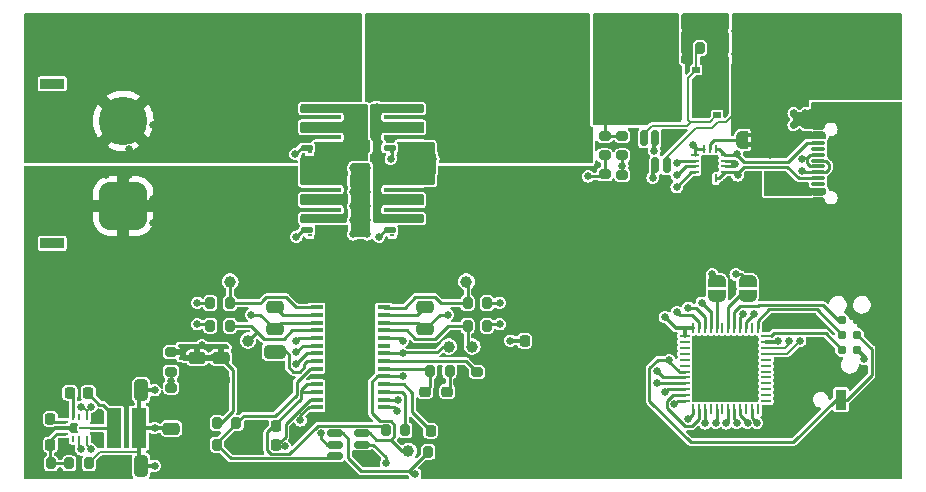
<source format=gbr>
%TF.GenerationSoftware,KiCad,Pcbnew,7.0.8*%
%TF.CreationDate,2024-04-29T11:53:12-04:00*%
%TF.ProjectId,PD Charger,50442043-6861-4726-9765-722e6b696361,rev?*%
%TF.SameCoordinates,Original*%
%TF.FileFunction,Copper,L1,Top*%
%TF.FilePolarity,Positive*%
%FSLAX46Y46*%
G04 Gerber Fmt 4.6, Leading zero omitted, Abs format (unit mm)*
G04 Created by KiCad (PCBNEW 7.0.8) date 2024-04-29 11:53:12*
%MOMM*%
%LPD*%
G01*
G04 APERTURE LIST*
G04 Aperture macros list*
%AMRoundRect*
0 Rectangle with rounded corners*
0 $1 Rounding radius*
0 $2 $3 $4 $5 $6 $7 $8 $9 X,Y pos of 4 corners*
0 Add a 4 corners polygon primitive as box body*
4,1,4,$2,$3,$4,$5,$6,$7,$8,$9,$2,$3,0*
0 Add four circle primitives for the rounded corners*
1,1,$1+$1,$2,$3*
1,1,$1+$1,$4,$5*
1,1,$1+$1,$6,$7*
1,1,$1+$1,$8,$9*
0 Add four rect primitives between the rounded corners*
20,1,$1+$1,$2,$3,$4,$5,0*
20,1,$1+$1,$4,$5,$6,$7,0*
20,1,$1+$1,$6,$7,$8,$9,0*
20,1,$1+$1,$8,$9,$2,$3,0*%
%AMFreePoly0*
4,1,19,0.500000,-0.750000,0.000000,-0.750000,0.000000,-0.744911,-0.071157,-0.744911,-0.207708,-0.704816,-0.327430,-0.627875,-0.420627,-0.520320,-0.479746,-0.390866,-0.500000,-0.250000,-0.500000,0.250000,-0.479746,0.390866,-0.420627,0.520320,-0.327430,0.627875,-0.207708,0.704816,-0.071157,0.744911,0.000000,0.744911,0.000000,0.750000,0.500000,0.750000,0.500000,-0.750000,0.500000,-0.750000,
$1*%
%AMFreePoly1*
4,1,19,0.000000,0.744911,0.071157,0.744911,0.207708,0.704816,0.327430,0.627875,0.420627,0.520320,0.479746,0.390866,0.500000,0.250000,0.500000,-0.250000,0.479746,-0.390866,0.420627,-0.520320,0.327430,-0.627875,0.207708,-0.704816,0.071157,-0.744911,0.000000,-0.744911,0.000000,-0.750000,-0.500000,-0.750000,-0.500000,0.750000,0.000000,0.750000,0.000000,0.744911,0.000000,0.744911,
$1*%
G04 Aperture macros list end*
%TA.AperFunction,SMDPad,CuDef*%
%ADD10C,1.000000*%
%TD*%
%TA.AperFunction,SMDPad,CuDef*%
%ADD11R,0.900000X1.700000*%
%TD*%
%TA.AperFunction,SMDPad,CuDef*%
%ADD12RoundRect,0.200000X-0.200000X-0.275000X0.200000X-0.275000X0.200000X0.275000X-0.200000X0.275000X0*%
%TD*%
%TA.AperFunction,ConnectorPad*%
%ADD13C,0.787400*%
%TD*%
%TA.AperFunction,SMDPad,CuDef*%
%ADD14RoundRect,0.200000X0.200000X0.275000X-0.200000X0.275000X-0.200000X-0.275000X0.200000X-0.275000X0*%
%TD*%
%TA.AperFunction,SMDPad,CuDef*%
%ADD15RoundRect,0.225000X-0.225000X-0.250000X0.225000X-0.250000X0.225000X0.250000X-0.225000X0.250000X0*%
%TD*%
%TA.AperFunction,SMDPad,CuDef*%
%ADD16RoundRect,0.225000X0.225000X0.250000X-0.225000X0.250000X-0.225000X-0.250000X0.225000X-0.250000X0*%
%TD*%
%TA.AperFunction,SMDPad,CuDef*%
%ADD17R,1.100000X0.400000*%
%TD*%
%TA.AperFunction,SMDPad,CuDef*%
%ADD18R,1.200000X1.542500*%
%TD*%
%TA.AperFunction,SMDPad,CuDef*%
%ADD19RoundRect,0.250000X0.475000X-0.250000X0.475000X0.250000X-0.475000X0.250000X-0.475000X-0.250000X0*%
%TD*%
%TA.AperFunction,SMDPad,CuDef*%
%ADD20FreePoly0,270.000000*%
%TD*%
%TA.AperFunction,SMDPad,CuDef*%
%ADD21FreePoly1,270.000000*%
%TD*%
%TA.AperFunction,SMDPad,CuDef*%
%ADD22R,0.249999X0.599999*%
%TD*%
%TA.AperFunction,SMDPad,CuDef*%
%ADD23R,0.599999X0.249999*%
%TD*%
%TA.AperFunction,SMDPad,CuDef*%
%ADD24R,1.825000X0.249999*%
%TD*%
%TA.AperFunction,SMDPad,CuDef*%
%ADD25RoundRect,0.200000X0.275000X-0.200000X0.275000X0.200000X-0.275000X0.200000X-0.275000X-0.200000X0*%
%TD*%
%TA.AperFunction,SMDPad,CuDef*%
%ADD26RoundRect,0.250000X-0.650000X0.325000X-0.650000X-0.325000X0.650000X-0.325000X0.650000X0.325000X0*%
%TD*%
%TA.AperFunction,SMDPad,CuDef*%
%ADD27RoundRect,0.062500X-0.062500X0.275000X-0.062500X-0.275000X0.062500X-0.275000X0.062500X0.275000X0*%
%TD*%
%TA.AperFunction,SMDPad,CuDef*%
%ADD28RoundRect,0.062500X-0.275000X0.062500X-0.275000X-0.062500X0.275000X-0.062500X0.275000X0.062500X0*%
%TD*%
%TA.AperFunction,SMDPad,CuDef*%
%ADD29R,1.450000X1.450000*%
%TD*%
%TA.AperFunction,SMDPad,CuDef*%
%ADD30RoundRect,0.050000X1.650000X-0.135000X1.650000X0.135000X-1.650000X0.135000X-1.650000X-0.135000X0*%
%TD*%
%TA.AperFunction,SMDPad,CuDef*%
%ADD31RoundRect,0.069853X1.630147X-0.167647X1.630147X0.167647X-1.630147X0.167647X-1.630147X-0.167647X0*%
%TD*%
%TA.AperFunction,SMDPad,CuDef*%
%ADD32R,0.370000X0.290000*%
%TD*%
%TA.AperFunction,SMDPad,CuDef*%
%ADD33RoundRect,0.050532X0.441968X-0.186968X0.441968X0.186968X-0.441968X0.186968X-0.441968X-0.186968X0*%
%TD*%
%TA.AperFunction,SMDPad,CuDef*%
%ADD34RoundRect,0.050532X0.986968X-0.186968X0.986968X0.186968X-0.986968X0.186968X-0.986968X-0.186968X0*%
%TD*%
%TA.AperFunction,SMDPad,CuDef*%
%ADD35RoundRect,0.250000X-0.625000X0.312500X-0.625000X-0.312500X0.625000X-0.312500X0.625000X0.312500X0*%
%TD*%
%TA.AperFunction,SMDPad,CuDef*%
%ADD36RoundRect,0.200000X-0.275000X0.200000X-0.275000X-0.200000X0.275000X-0.200000X0.275000X0.200000X0*%
%TD*%
%TA.AperFunction,SMDPad,CuDef*%
%ADD37RoundRect,0.062500X-0.375000X-0.062500X0.375000X-0.062500X0.375000X0.062500X-0.375000X0.062500X0*%
%TD*%
%TA.AperFunction,SMDPad,CuDef*%
%ADD38RoundRect,0.062500X-0.062500X-0.375000X0.062500X-0.375000X0.062500X0.375000X-0.062500X0.375000X0*%
%TD*%
%TA.AperFunction,SMDPad,CuDef*%
%ADD39R,5.600000X5.600000*%
%TD*%
%TA.AperFunction,SMDPad,CuDef*%
%ADD40RoundRect,0.150000X0.425000X-0.150000X0.425000X0.150000X-0.425000X0.150000X-0.425000X-0.150000X0*%
%TD*%
%TA.AperFunction,SMDPad,CuDef*%
%ADD41RoundRect,0.075000X0.500000X-0.075000X0.500000X0.075000X-0.500000X0.075000X-0.500000X-0.075000X0*%
%TD*%
%TA.AperFunction,ComponentPad*%
%ADD42O,2.100000X1.000000*%
%TD*%
%TA.AperFunction,ComponentPad*%
%ADD43O,1.800000X1.000000*%
%TD*%
%TA.AperFunction,SMDPad,CuDef*%
%ADD44RoundRect,0.225000X-0.250000X0.225000X-0.250000X-0.225000X0.250000X-0.225000X0.250000X0.225000X0*%
%TD*%
%TA.AperFunction,SMDPad,CuDef*%
%ADD45RoundRect,0.150000X-0.150000X0.512500X-0.150000X-0.512500X0.150000X-0.512500X0.150000X0.512500X0*%
%TD*%
%TA.AperFunction,SMDPad,CuDef*%
%ADD46RoundRect,0.250000X0.325000X0.650000X-0.325000X0.650000X-0.325000X-0.650000X0.325000X-0.650000X0*%
%TD*%
%TA.AperFunction,SMDPad,CuDef*%
%ADD47RoundRect,0.250000X-0.475000X0.250000X-0.475000X-0.250000X0.475000X-0.250000X0.475000X0.250000X0*%
%TD*%
%TA.AperFunction,ComponentPad*%
%ADD48R,2.000000X0.900000*%
%TD*%
%TA.AperFunction,ComponentPad*%
%ADD49RoundRect,1.025000X1.025000X-1.025000X1.025000X1.025000X-1.025000X1.025000X-1.025000X-1.025000X0*%
%TD*%
%TA.AperFunction,ComponentPad*%
%ADD50C,4.100000*%
%TD*%
%TA.AperFunction,SMDPad,CuDef*%
%ADD51R,0.650000X0.500000*%
%TD*%
%TA.AperFunction,SMDPad,CuDef*%
%ADD52R,4.120000X4.600000*%
%TD*%
%TA.AperFunction,SMDPad,CuDef*%
%ADD53R,0.550000X0.500000*%
%TD*%
%TA.AperFunction,SMDPad,CuDef*%
%ADD54R,1.300000X3.400000*%
%TD*%
%TA.AperFunction,SMDPad,CuDef*%
%ADD55RoundRect,0.150000X-0.512500X-0.150000X0.512500X-0.150000X0.512500X0.150000X-0.512500X0.150000X0*%
%TD*%
%TA.AperFunction,SMDPad,CuDef*%
%ADD56FreePoly0,0.000000*%
%TD*%
%TA.AperFunction,SMDPad,CuDef*%
%ADD57FreePoly1,0.000000*%
%TD*%
%TA.AperFunction,SMDPad,CuDef*%
%ADD58RoundRect,0.250000X0.312500X0.625000X-0.312500X0.625000X-0.312500X-0.625000X0.312500X-0.625000X0*%
%TD*%
%TA.AperFunction,ViaPad*%
%ADD59C,0.650000*%
%TD*%
%TA.AperFunction,Conductor*%
%ADD60C,0.300000*%
%TD*%
%TA.AperFunction,Conductor*%
%ADD61C,0.250000*%
%TD*%
%TA.AperFunction,Conductor*%
%ADD62C,0.200000*%
%TD*%
%TA.AperFunction,Conductor*%
%ADD63C,0.500000*%
%TD*%
G04 APERTURE END LIST*
%TA.AperFunction,EtchedComponent*%
%TO.C,JP1*%
G36*
X74050000Y-22800000D02*
G01*
X73550000Y-22800000D01*
X73550000Y-22400000D01*
X74050000Y-22400000D01*
X74050000Y-22800000D01*
G37*
%TD.AperFunction*%
%TA.AperFunction,EtchedComponent*%
G36*
X74050000Y-23600000D02*
G01*
X73550000Y-23600000D01*
X73550000Y-23200000D01*
X74050000Y-23200000D01*
X74050000Y-23600000D01*
G37*
%TD.AperFunction*%
%TD*%
D10*
%TO.P,TP2,1,1*%
%TO.N,SW2*%
X45800000Y-25000000D03*
%TD*%
D11*
%TO.P,SW1,1,1*%
%TO.N,GND*%
X78100000Y-45000000D03*
%TO.P,SW1,2,2*%
%TO.N,/~{RST}*%
X81500000Y-45000000D03*
%TD*%
D12*
%TO.P,R7,1*%
%TO.N,VS*%
X28675000Y-47000000D03*
%TO.P,R7,2*%
%TO.N,/EN*%
X30325000Y-47000000D03*
%TD*%
D13*
%TO.P,J2,1,VCC*%
%TO.N,+3V3*%
X82895000Y-40770000D03*
%TO.P,J2,2,SWDIO*%
%TO.N,/SWDIO*%
X81625000Y-40770000D03*
%TO.P,J2,3,~{RESET}*%
%TO.N,/~{RST}*%
X82895000Y-39500000D03*
%TO.P,J2,4,SWCLK*%
%TO.N,/SWCLK*%
X81625000Y-39500000D03*
%TO.P,J2,5,GND*%
%TO.N,GND*%
X82895000Y-38230000D03*
%TO.P,J2,6,SWO*%
%TO.N,/SWO*%
X81625000Y-38230000D03*
%TD*%
D10*
%TO.P,TP9,1,1*%
%TO.N,/SYNC*%
X48300000Y-40500000D03*
%TD*%
%TO.P,TP8,1,1*%
%TO.N,/VBUS*%
X79300000Y-17000000D03*
%TD*%
%TO.P,TP7,1,1*%
%TO.N,/FB*%
X44889279Y-49337045D03*
%TD*%
%TO.P,TP6,1,1*%
%TO.N,Net-(U3-TG2)*%
X50300000Y-40500000D03*
%TD*%
%TO.P,TP5,1,1*%
%TO.N,Net-(U3-BG2)*%
X49800000Y-35000000D03*
%TD*%
%TO.P,TP4,1,1*%
%TO.N,Net-(U3-BG1)*%
X29800000Y-35000000D03*
%TD*%
%TO.P,TP3,1,1*%
%TO.N,Net-(U3-TG1)*%
X31300000Y-40000000D03*
%TD*%
%TO.P,TP1,1,1*%
%TO.N,SW1*%
X40800000Y-21500000D03*
%TD*%
D14*
%TO.P,R21,2*%
%TO.N,/EN*%
X28675000Y-48800000D03*
%TO.P,R21,1*%
%TO.N,GND*%
X30325000Y-48800000D03*
%TD*%
D15*
%TO.P,C37,1*%
%TO.N,VD*%
X54725000Y-40000000D03*
%TO.P,C37,2*%
%TO.N,GND*%
X56275000Y-40000000D03*
%TD*%
D16*
%TO.P,C32,1*%
%TO.N,Net-(U2-VCC)*%
X14575000Y-46600000D03*
%TO.P,C32,2*%
%TO.N,GND*%
X13025000Y-46600000D03*
%TD*%
D17*
%TO.P,U3,1,BG1*%
%TO.N,Net-(U3-BG1)*%
X37110000Y-37186250D03*
%TO.P,U3,2,BST1*%
%TO.N,Net-(U3-BST1)*%
X37110000Y-37836250D03*
%TO.P,U3,3,SW1*%
%TO.N,SW1*%
X37110000Y-38486250D03*
%TO.P,U3,4,TG1*%
%TO.N,Net-(U3-TG1)*%
X37110000Y-39136250D03*
%TO.P,U3,5,LSP*%
%TO.N,SW1*%
X37110000Y-39786250D03*
%TO.P,U3,6,LSN*%
%TO.N,LS*%
X37110000Y-40436250D03*
%TO.P,U3,7,VIN*%
%TO.N,VS*%
X37110000Y-41086250D03*
%TO.P,U3,8,INTVCC*%
%TO.N,VDD*%
X37110000Y-41736250D03*
%TO.P,U3,9,EN/UVLO*%
%TO.N,/EN*%
X37110000Y-42386250D03*
%TO.P,U3,10,TEST*%
%TO.N,GND*%
X37110000Y-43036250D03*
%TO.P,U3,11,LOADEN*%
%TO.N,/VREF*%
X37110000Y-43686250D03*
%TO.P,U3,12,VREF*%
X37110000Y-44336250D03*
%TO.P,U3,13,CTRL1*%
%TO.N,/VCTRLI*%
X37110000Y-44986250D03*
%TO.P,U3,14,ISP*%
%TO.N,IS*%
X37110000Y-45636250D03*
%TO.P,U3,15,ISN*%
%TO.N,VD*%
X42810000Y-45636250D03*
%TO.P,U3,16,ISMON*%
%TO.N,/ISMON*%
X42810000Y-44986250D03*
%TO.P,U3,17,~{PGOOD}*%
%TO.N,/~{PGOOD}*%
X42810000Y-44336250D03*
%TO.P,U3,18,SS*%
%TO.N,/SS*%
X42810000Y-43686250D03*
%TO.P,U3,19,FB*%
%TO.N,/FB*%
X42810000Y-43036250D03*
%TO.P,U3,20,VC*%
%TO.N,/VC*%
X42810000Y-42386250D03*
%TO.P,U3,21,RT*%
%TO.N,/RT*%
X42810000Y-41736250D03*
%TO.P,U3,22,SYNC/SPRD*%
%TO.N,/SYNC*%
X42810000Y-41086250D03*
%TO.P,U3,23,PWMTG*%
%TO.N,unconnected-(U3-PWMTG-Pad23)*%
X42810000Y-40436250D03*
%TO.P,U3,24,VOUT*%
%TO.N,VD*%
X42810000Y-39786250D03*
%TO.P,U3,25,TG2*%
%TO.N,Net-(U3-TG2)*%
X42810000Y-39136250D03*
%TO.P,U3,26,SW2*%
%TO.N,SW2*%
X42810000Y-38486250D03*
%TO.P,U3,27,BST2*%
%TO.N,Net-(U3-BST2)*%
X42810000Y-37836250D03*
%TO.P,U3,28,BG2*%
%TO.N,Net-(U3-BG2)*%
X42810000Y-37186250D03*
D18*
%TO.P,U3,29,GND*%
%TO.N,GND*%
X39360000Y-39097500D03*
X39360000Y-40640000D03*
X39360000Y-42182500D03*
X39360000Y-43725000D03*
X40560000Y-39097500D03*
X40560000Y-40640000D03*
X40560000Y-42182500D03*
X40560000Y-43725000D03*
%TD*%
D19*
%TO.P,C4,1*%
%TO.N,SW2*%
X46275000Y-39050000D03*
%TO.P,C4,2*%
%TO.N,Net-(U3-BST2)*%
X46275000Y-37150000D03*
%TD*%
D14*
%TO.P,R20,1*%
%TO.N,Net-(U2-FB)*%
X14625000Y-50400000D03*
%TO.P,R20,2*%
%TO.N,GND*%
X12975000Y-50400000D03*
%TD*%
D20*
%TO.P,JP2,1,A*%
%TO.N,/CC1*%
X71000000Y-34950000D03*
D21*
%TO.P,JP2,2,B*%
%TO.N,Net-(JP2-B)*%
X71000000Y-36250000D03*
%TD*%
D14*
%TO.P,R1,1*%
%TO.N,Net-(U3-BG1)*%
X29765000Y-36830000D03*
%TO.P,R1,2*%
%TO.N,/G1*%
X28115000Y-36830000D03*
%TD*%
D22*
%TO.P,U2,1,PGND*%
%TO.N,GND*%
X18300000Y-46499999D03*
%TO.P,U2,2,VIN*%
%TO.N,VS*%
X17650001Y-46499999D03*
%TO.P,U2,3,NC*%
%TO.N,unconnected-(U2-NC-Pad3)*%
X17000000Y-46499999D03*
%TO.P,U2,4,BST*%
%TO.N,Net-(U2-BST)*%
X16500001Y-46499999D03*
D23*
%TO.P,U2,5,VCC*%
%TO.N,Net-(U2-VCC)*%
X15775001Y-46900001D03*
%TO.P,U2,6,AGND*%
%TO.N,GND*%
X15775001Y-47400000D03*
%TO.P,U2,7,FB*%
%TO.N,Net-(U2-FB)*%
X15775001Y-47899999D03*
D22*
%TO.P,U2,8,PG*%
%TO.N,unconnected-(U2-PG-Pad8)*%
X16500001Y-48300001D03*
%TO.P,U2,9,EN*%
%TO.N,VS*%
X17000000Y-48300001D03*
%TO.P,U2,10,VIN*%
X17650001Y-48300001D03*
%TO.P,U2,11,PGND*%
%TO.N,GND*%
X18300000Y-48300001D03*
D24*
%TO.P,U2,12,SW*%
%TO.N,Net-(U2-SW)*%
X17963000Y-47400000D03*
%TD*%
D25*
%TO.P,R11,1*%
%TO.N,/FB*%
X61500000Y-24325000D03*
%TO.P,R11,2*%
%TO.N,VD*%
X61500000Y-22675000D03*
%TD*%
D26*
%TO.P,C18,1*%
%TO.N,IS*%
X57200000Y-23525000D03*
%TO.P,C18,2*%
%TO.N,GND*%
X57200000Y-26475000D03*
%TD*%
D27*
%TO.P,U1,1,CC2*%
%TO.N,/CC2*%
X70905000Y-23737500D03*
%TO.P,U1,2,VBUS*%
%TO.N,Net-(JP1-A)*%
X70405000Y-23737500D03*
%TO.P,U1,3,VDD*%
%TO.N,+3V3*%
X69905000Y-23737500D03*
D28*
%TO.P,U1,4,VDD*%
X69142500Y-24250000D03*
%TO.P,U1,5,INT_N*%
%TO.N,/INT_N*%
X69142500Y-24750000D03*
%TO.P,U1,6,SCL*%
%TO.N,/SCL*%
X69142500Y-25250000D03*
%TO.P,U1,7,SDA*%
%TO.N,/SDA*%
X69142500Y-25750000D03*
D27*
%TO.P,U1,8,GND*%
%TO.N,GND*%
X69905000Y-26262500D03*
%TO.P,U1,9,GND*%
X70405000Y-26262500D03*
%TO.P,U1,10,CC1*%
%TO.N,/CC1*%
X70905000Y-26262500D03*
D28*
%TO.P,U1,11,CC1*%
X71667500Y-25750000D03*
%TO.P,U1,12,VCONN*%
%TO.N,+3V3*%
X71667500Y-25250000D03*
%TO.P,U1,13,VCONN*%
X71667500Y-24750000D03*
%TO.P,U1,14,CC2*%
%TO.N,/CC2*%
X71667500Y-24250000D03*
D29*
%TO.P,U1,15,GND*%
%TO.N,GND*%
X70405000Y-25000000D03*
%TD*%
D26*
%TO.P,C21,1*%
%TO.N,IS*%
X48200000Y-23525000D03*
%TO.P,C21,2*%
%TO.N,GND*%
X48200000Y-26475000D03*
%TD*%
D12*
%TO.P,R3,1*%
%TO.N,Net-(U3-BG2)*%
X49895000Y-36830000D03*
%TO.P,R3,2*%
%TO.N,/G3*%
X51545000Y-36830000D03*
%TD*%
D26*
%TO.P,C14,1*%
%TO.N,VS*%
X33750000Y-23525000D03*
%TO.P,C14,2*%
%TO.N,GND*%
X33750000Y-26475000D03*
%TD*%
%TO.P,C16,1*%
%TO.N,VS*%
X27750000Y-23525000D03*
%TO.P,C16,2*%
%TO.N,GND*%
X27750000Y-26475000D03*
%TD*%
D30*
%TO.P,Q1,1,D*%
%TO.N,SW1*%
X37500000Y-29775000D03*
X37500000Y-28075000D03*
D31*
X37500000Y-26325000D03*
D32*
X36525000Y-25945000D03*
X37175000Y-25945000D03*
X37825000Y-25945000D03*
X38475000Y-25945000D03*
%TO.P,Q1,2,G*%
%TO.N,/G1*%
X36525000Y-31055000D03*
D33*
X36293000Y-30675000D03*
D32*
%TO.P,Q1,3,S*%
%TO.N,GND*%
X37275000Y-31055000D03*
X37825000Y-31055000D03*
X38475000Y-31055000D03*
D34*
X38163000Y-30675000D03*
D30*
X37500000Y-28925000D03*
X37500000Y-27225000D03*
%TD*%
D14*
%TO.P,R13,1*%
%TO.N,/COM_S*%
X71230000Y-15240000D03*
%TO.P,R13,2*%
%TO.N,Net-(Q5-G)*%
X69580000Y-15240000D03*
%TD*%
D16*
%TO.P,C6,1*%
%TO.N,/VREF*%
X33715000Y-47190000D03*
%TO.P,C6,2*%
%TO.N,GND*%
X32165000Y-47190000D03*
%TD*%
D35*
%TO.P,R5,1*%
%TO.N,SW1*%
X40800000Y-23537500D03*
%TO.P,R5,2*%
%TO.N,LS*%
X40800000Y-26462500D03*
%TD*%
D14*
%TO.P,R2,1*%
%TO.N,Net-(U3-TG1)*%
X29765000Y-38735000D03*
%TO.P,R2,2*%
%TO.N,/G2*%
X28115000Y-38735000D03*
%TD*%
D36*
%TO.P,R14,1*%
%TO.N,VD*%
X63000000Y-22675000D03*
%TO.P,R14,2*%
%TO.N,/VOUT_SENSE*%
X63000000Y-24325000D03*
%TD*%
D14*
%TO.P,R19,1*%
%TO.N,+3V3*%
X17825000Y-50400000D03*
%TO.P,R19,2*%
%TO.N,Net-(U2-FB)*%
X16175000Y-50400000D03*
%TD*%
D37*
%TO.P,U4,1,VBAT*%
%TO.N,+3V3*%
X68287500Y-39620000D03*
%TO.P,U4,2,PC13*%
%TO.N,unconnected-(U4-PC13-Pad2)*%
X68287500Y-40120000D03*
%TO.P,U4,3,PC14*%
%TO.N,unconnected-(U4-PC14-Pad3)*%
X68287500Y-40620000D03*
%TO.P,U4,4,PC15*%
%TO.N,unconnected-(U4-PC15-Pad4)*%
X68287500Y-41120000D03*
%TO.P,U4,5,PF0*%
%TO.N,unconnected-(U4-PF0-Pad5)*%
X68287500Y-41620000D03*
%TO.P,U4,6,PF1*%
%TO.N,unconnected-(U4-PF1-Pad6)*%
X68287500Y-42120000D03*
%TO.P,U4,7,PG10*%
%TO.N,/~{RST}*%
X68287500Y-42620000D03*
%TO.P,U4,8,PA0*%
%TO.N,/VIN_SENSE*%
X68287500Y-43120000D03*
%TO.P,U4,9,PA1*%
%TO.N,/VOUT_SENSE*%
X68287500Y-43620000D03*
%TO.P,U4,10,PA2*%
%TO.N,/VCTRLV*%
X68287500Y-44120000D03*
%TO.P,U4,11,PA3*%
%TO.N,/VADJ_AMP*%
X68287500Y-44620000D03*
%TO.P,U4,12,PA4*%
%TO.N,/VCTRLI*%
X68287500Y-45120000D03*
D38*
%TO.P,U4,13,PA5*%
%TO.N,/~{RUN}*%
X68975000Y-45807500D03*
%TO.P,U4,14,PA6*%
%TO.N,/VADJ_AMP*%
X69475000Y-45807500D03*
%TO.P,U4,15,PA7*%
%TO.N,/VADJ*%
X69975000Y-45807500D03*
%TO.P,U4,16,PC4*%
%TO.N,unconnected-(U4-PC4-Pad16)*%
X70475000Y-45807500D03*
%TO.P,U4,17,PB0*%
%TO.N,/SYNC*%
X70975000Y-45807500D03*
%TO.P,U4,18,PB1*%
%TO.N,/ISAMP*%
X71475000Y-45807500D03*
%TO.P,U4,19,PB2*%
%TO.N,/ISMON*%
X71975000Y-45807500D03*
%TO.P,U4,20,VREF+*%
%TO.N,/VREF+*%
X72475000Y-45807500D03*
%TO.P,U4,21,VDDA*%
%TO.N,+3V3*%
X72975000Y-45807500D03*
%TO.P,U4,22,PB10*%
%TO.N,unconnected-(U4-PB10-Pad22)*%
X73475000Y-45807500D03*
%TO.P,U4,23,VDD*%
%TO.N,+3V3*%
X73975000Y-45807500D03*
%TO.P,U4,24,PB11*%
%TO.N,unconnected-(U4-PB11-Pad24)*%
X74475000Y-45807500D03*
D37*
%TO.P,U4,25,PB12*%
%TO.N,unconnected-(U4-PB12-Pad25)*%
X75162500Y-45120000D03*
%TO.P,U4,26,PB13*%
%TO.N,unconnected-(U4-PB13-Pad26)*%
X75162500Y-44620000D03*
%TO.P,U4,27,PB14*%
%TO.N,unconnected-(U4-PB14-Pad27)*%
X75162500Y-44120000D03*
%TO.P,U4,28,PB15*%
%TO.N,unconnected-(U4-PB15-Pad28)*%
X75162500Y-43620000D03*
%TO.P,U4,29,PC6*%
%TO.N,unconnected-(U4-PC6-Pad29)*%
X75162500Y-43120000D03*
%TO.P,U4,30,PA8*%
%TO.N,unconnected-(U4-PA8-Pad30)*%
X75162500Y-42620000D03*
%TO.P,U4,31,PA9*%
%TO.N,unconnected-(U4-PA9-Pad31)*%
X75162500Y-42120000D03*
%TO.P,U4,32,PA10*%
%TO.N,unconnected-(U4-PA10-Pad32)*%
X75162500Y-41620000D03*
%TO.P,U4,33,PA11*%
%TO.N,/USB_DN*%
X75162500Y-41120000D03*
%TO.P,U4,34,PA12*%
%TO.N,/USB_DP*%
X75162500Y-40620000D03*
%TO.P,U4,35,VDD*%
%TO.N,+3V3*%
X75162500Y-40120000D03*
%TO.P,U4,36,PA13*%
%TO.N,/SWDIO*%
X75162500Y-39620000D03*
D38*
%TO.P,U4,37,PA14*%
%TO.N,/SWCLK*%
X74475000Y-38932500D03*
%TO.P,U4,38,PA15*%
%TO.N,unconnected-(U4-PA15-Pad38)*%
X73975000Y-38932500D03*
%TO.P,U4,39,PC10*%
%TO.N,/OUTDIS*%
X73475000Y-38932500D03*
%TO.P,U4,40,PC11*%
%TO.N,/LOADEN*%
X72975000Y-38932500D03*
%TO.P,U4,41,PB3*%
%TO.N,/SWO*%
X72475000Y-38932500D03*
%TO.P,U4,42,PB4*%
%TO.N,Net-(JP3-B)*%
X71975000Y-38932500D03*
%TO.P,U4,43,PB5*%
%TO.N,unconnected-(U4-PB5-Pad43)*%
X71475000Y-38932500D03*
%TO.P,U4,44,PB6*%
%TO.N,Net-(JP2-B)*%
X70975000Y-38932500D03*
%TO.P,U4,45,PB7*%
%TO.N,/SDA*%
X70475000Y-38932500D03*
%TO.P,U4,46,PB8*%
%TO.N,/SCL*%
X69975000Y-38932500D03*
%TO.P,U4,47,PB9*%
%TO.N,/INT_N*%
X69475000Y-38932500D03*
%TO.P,U4,48,VDD*%
%TO.N,+3V3*%
X68975000Y-38932500D03*
D39*
%TO.P,U4,49,VSS*%
%TO.N,GND*%
X71725000Y-42370000D03*
%TD*%
D15*
%TO.P,C7,1*%
%TO.N,/SS*%
X46770000Y-47625000D03*
%TO.P,C7,2*%
%TO.N,GND*%
X48320000Y-47625000D03*
%TD*%
D40*
%TO.P,J1,A1,GND*%
%TO.N,GND*%
X79570000Y-28200000D03*
%TO.P,J1,A4,VBUS*%
%TO.N,/VBUS*%
X79570000Y-27400000D03*
D41*
%TO.P,J1,A5,CC1*%
%TO.N,/CC1*%
X79570000Y-26250000D03*
%TO.P,J1,A6,D+*%
%TO.N,/USB_DP*%
X79570000Y-25250000D03*
%TO.P,J1,A7,D-*%
%TO.N,/USB_DN*%
X79570000Y-24750000D03*
%TO.P,J1,A8,SBU1*%
%TO.N,unconnected-(J1-SBU1-PadA8)*%
X79570000Y-23750000D03*
D40*
%TO.P,J1,A9,VBUS*%
%TO.N,/VBUS*%
X79570000Y-22600000D03*
%TO.P,J1,A12,GND*%
%TO.N,GND*%
X79570000Y-21800000D03*
%TO.P,J1,B1,GND*%
X79570000Y-21800000D03*
%TO.P,J1,B4,VBUS*%
%TO.N,/VBUS*%
X79570000Y-22600000D03*
D41*
%TO.P,J1,B5,CC2*%
%TO.N,/CC2*%
X79570000Y-23250000D03*
%TO.P,J1,B6,D+*%
%TO.N,/USB_DP*%
X79570000Y-24250000D03*
%TO.P,J1,B7,D-*%
%TO.N,/USB_DN*%
X79570000Y-25750000D03*
%TO.P,J1,B8,SBU2*%
%TO.N,unconnected-(J1-SBU2-PadB8)*%
X79570000Y-26750000D03*
D40*
%TO.P,J1,B9,VBUS*%
%TO.N,/VBUS*%
X79570000Y-27400000D03*
%TO.P,J1,B12,GND*%
%TO.N,GND*%
X79570000Y-28200000D03*
D42*
%TO.P,J1,S1,SHIELD*%
X80145000Y-29320000D03*
D43*
X84325000Y-29320000D03*
D42*
X80145000Y-20680000D03*
D43*
X84325000Y-20680000D03*
%TD*%
D26*
%TO.P,C20,1*%
%TO.N,IS*%
X51200000Y-23525000D03*
%TO.P,C20,2*%
%TO.N,GND*%
X51200000Y-26475000D03*
%TD*%
D44*
%TO.P,C8,1*%
%TO.N,Net-(C8-Pad1)*%
X48180000Y-44310000D03*
%TO.P,C8,2*%
%TO.N,GND*%
X48180000Y-45860000D03*
%TD*%
D16*
%TO.P,C34,1*%
%TO.N,Net-(U2-FB)*%
X14575000Y-48800000D03*
%TO.P,C34,2*%
%TO.N,GND*%
X13025000Y-48800000D03*
%TD*%
D36*
%TO.P,R17,1*%
%TO.N,VS*%
X24800000Y-40975000D03*
%TO.P,R17,2*%
%TO.N,/VIN_SENSE*%
X24800000Y-42625000D03*
%TD*%
D12*
%TO.P,R15,1*%
%TO.N,/VADJ*%
X46575000Y-49400000D03*
%TO.P,R15,2*%
%TO.N,GND*%
X48225000Y-49400000D03*
%TD*%
D45*
%TO.P,Q8,1,S*%
%TO.N,GND*%
X66750000Y-22862500D03*
%TO.P,Q8,2,G*%
%TO.N,/OUTDIS*%
X65800000Y-22862500D03*
%TO.P,Q8,3,D*%
%TO.N,Net-(Q5-G)*%
X64850000Y-22862500D03*
%TO.P,Q8,4,S*%
%TO.N,GND*%
X64850000Y-25137500D03*
%TO.P,Q8,5,G*%
%TO.N,/LOADEN*%
X65800000Y-25137500D03*
%TO.P,Q8,6,D*%
%TO.N,/VBUS*%
X66750000Y-25137500D03*
%TD*%
D30*
%TO.P,Q2,1,D*%
%TO.N,VS*%
X37500000Y-22775000D03*
X37500000Y-21075000D03*
D31*
X37500000Y-19325000D03*
D32*
X36525000Y-18945000D03*
X37175000Y-18945000D03*
X37825000Y-18945000D03*
X38475000Y-18945000D03*
%TO.P,Q2,2,G*%
%TO.N,/G2*%
X36525000Y-24055000D03*
D33*
X36293000Y-23675000D03*
D32*
%TO.P,Q2,3,S*%
%TO.N,SW1*%
X37275000Y-24055000D03*
X37825000Y-24055000D03*
X38475000Y-24055000D03*
D34*
X38163000Y-23675000D03*
D30*
X37500000Y-21925000D03*
X37500000Y-20225000D03*
%TD*%
D36*
%TO.P,R16,1*%
%TO.N,/VOUT_SENSE*%
X63000000Y-25975000D03*
%TO.P,R16,2*%
%TO.N,GND*%
X63000000Y-27625000D03*
%TD*%
D12*
%TO.P,R4,2*%
%TO.N,/G4*%
X51545000Y-38735000D03*
%TO.P,R4,1*%
%TO.N,Net-(U3-TG2)*%
X49895000Y-38735000D03*
%TD*%
D26*
%TO.P,C19,1*%
%TO.N,IS*%
X54200000Y-23525000D03*
%TO.P,C19,2*%
%TO.N,GND*%
X54200000Y-26475000D03*
%TD*%
D30*
%TO.P,Q3,1,D*%
%TO.N,SW2*%
X44500000Y-29775000D03*
X44500000Y-28075000D03*
D31*
X44500000Y-26325000D03*
D32*
X43525000Y-25945000D03*
X44175000Y-25945000D03*
X44825000Y-25945000D03*
X45475000Y-25945000D03*
%TO.P,Q3,2,G*%
%TO.N,/G3*%
X43525000Y-31055000D03*
D33*
X43293000Y-30675000D03*
D32*
%TO.P,Q3,3,S*%
%TO.N,GND*%
X44275000Y-31055000D03*
X44825000Y-31055000D03*
X45475000Y-31055000D03*
D34*
X45163000Y-30675000D03*
D30*
X44500000Y-28925000D03*
X44500000Y-27225000D03*
%TD*%
D19*
%TO.P,C35,1*%
%TO.N,GND*%
X26990000Y-43350000D03*
%TO.P,C35,2*%
%TO.N,VS*%
X26990000Y-41450000D03*
%TD*%
D16*
%TO.P,C10,1*%
%TO.N,/VCTRLI*%
X33715000Y-48800000D03*
%TO.P,C10,2*%
%TO.N,GND*%
X32165000Y-48800000D03*
%TD*%
D25*
%TO.P,R12,1*%
%TO.N,GND*%
X61500000Y-27575000D03*
%TO.P,R12,2*%
%TO.N,/FB*%
X61500000Y-25925000D03*
%TD*%
D26*
%TO.P,C5,1*%
%TO.N,VDD*%
X33575000Y-40925000D03*
%TO.P,C5,2*%
%TO.N,GND*%
X33575000Y-43875000D03*
%TD*%
D46*
%TO.P,C27,1*%
%TO.N,+3V3*%
X22275000Y-44200000D03*
%TO.P,C27,2*%
%TO.N,GND*%
X19325000Y-44200000D03*
%TD*%
D47*
%TO.P,C3,1*%
%TO.N,Net-(U3-BST1)*%
X33575000Y-37150000D03*
%TO.P,C3,2*%
%TO.N,SW1*%
X33575000Y-39050000D03*
%TD*%
D12*
%TO.P,R10,1*%
%TO.N,/VREF*%
X42975000Y-47600000D03*
%TO.P,R10,2*%
%TO.N,/~{PGOOD}*%
X44625000Y-47600000D03*
%TD*%
D44*
%TO.P,C9,1*%
%TO.N,/VC*%
X46275000Y-44310000D03*
%TO.P,C9,2*%
%TO.N,GND*%
X46275000Y-45860000D03*
%TD*%
D48*
%TO.P,J3,*%
%TO.N,*%
X14750000Y-31750000D03*
X14750000Y-18250000D03*
D49*
%TO.P,J3,1,Pin_1*%
%TO.N,GND*%
X20750000Y-28600000D03*
D50*
%TO.P,J3,2,Pin_2*%
%TO.N,VS*%
X20750000Y-21400000D03*
%TD*%
D15*
%TO.P,C33,1*%
%TO.N,Net-(U2-BST)*%
X16225000Y-44400000D03*
%TO.P,C33,2*%
%TO.N,Net-(U2-SW)*%
X17775000Y-44400000D03*
%TD*%
D19*
%TO.P,C36,1*%
%TO.N,GND*%
X29000000Y-43350000D03*
%TO.P,C36,2*%
%TO.N,VS*%
X29000000Y-41450000D03*
%TD*%
D51*
%TO.P,Q6,1,S*%
%TO.N,/COM_S*%
X71035000Y-17095000D03*
%TO.P,Q6,2,S*%
X71035000Y-18365000D03*
%TO.P,Q6,3,S*%
X71035000Y-19635000D03*
%TO.P,Q6,4,G*%
%TO.N,Net-(Q5-G)*%
X71035000Y-20905000D03*
D52*
%TO.P,Q6,5,D*%
%TO.N,/VBUS*%
X74250000Y-19000000D03*
D53*
X76585000Y-17095000D03*
X76585000Y-18365000D03*
X76585000Y-19635000D03*
X76585000Y-20905000D03*
%TD*%
D46*
%TO.P,C28,1*%
%TO.N,+3V3*%
X22275000Y-50600000D03*
%TO.P,C28,2*%
%TO.N,GND*%
X19325000Y-50600000D03*
%TD*%
D30*
%TO.P,Q4,1,D*%
%TO.N,IS*%
X44500000Y-22775000D03*
X44500000Y-21075000D03*
D31*
X44500000Y-19325000D03*
D32*
X43525000Y-18945000D03*
X44175000Y-18945000D03*
X44825000Y-18945000D03*
X45475000Y-18945000D03*
%TO.P,Q4,2,G*%
%TO.N,/G4*%
X43525000Y-24055000D03*
D33*
X43293000Y-23675000D03*
D32*
%TO.P,Q4,3,S*%
%TO.N,SW2*%
X44275000Y-24055000D03*
X44825000Y-24055000D03*
X45475000Y-24055000D03*
D34*
X45163000Y-23675000D03*
D30*
X44500000Y-21925000D03*
X44500000Y-20225000D03*
%TD*%
D51*
%TO.P,Q5,1,S*%
%TO.N,/COM_S*%
X69250000Y-20905000D03*
%TO.P,Q5,2,S*%
X69250000Y-19635000D03*
%TO.P,Q5,3,S*%
X69250000Y-18365000D03*
%TO.P,Q5,4,G*%
%TO.N,Net-(Q5-G)*%
X69250000Y-17095000D03*
D52*
%TO.P,Q5,5,D*%
%TO.N,VD*%
X66035000Y-19000000D03*
D53*
X63700000Y-20905000D03*
X63700000Y-19635000D03*
X63700000Y-18365000D03*
X63700000Y-17095000D03*
%TD*%
D54*
%TO.P,L2,1,1*%
%TO.N,Net-(U2-SW)*%
X19950000Y-47400000D03*
%TO.P,L2,2,2*%
%TO.N,+3V3*%
X22050000Y-47400000D03*
%TD*%
D55*
%TO.P,Q7,1,S*%
%TO.N,/VADJ*%
X38662500Y-47850000D03*
%TO.P,Q7,2,G*%
%TO.N,/VCTRLV*%
X38662500Y-48800000D03*
%TO.P,Q7,3,D*%
%TO.N,/EN*%
X38662500Y-49750000D03*
%TO.P,Q7,4,S*%
%TO.N,GND*%
X40937500Y-49750000D03*
%TO.P,Q7,5,G*%
%TO.N,/~{RUN}*%
X40937500Y-48800000D03*
%TO.P,Q7,6,D*%
%TO.N,/FB*%
X40937500Y-47850000D03*
%TD*%
D19*
%TO.P,C29,1*%
%TO.N,GND*%
X24800000Y-49350000D03*
%TO.P,C29,2*%
%TO.N,+3V3*%
X24800000Y-47450000D03*
%TD*%
D36*
%TO.P,R18,1*%
%TO.N,/VIN_SENSE*%
X24800000Y-43975000D03*
%TO.P,R18,2*%
%TO.N,GND*%
X24800000Y-45625000D03*
%TD*%
D56*
%TO.P,JP1,1,A*%
%TO.N,Net-(JP1-A)*%
X73150000Y-23000000D03*
D57*
%TO.P,JP1,2,B*%
%TO.N,/VBUS*%
X74450000Y-23000000D03*
%TD*%
D26*
%TO.P,C17,1*%
%TO.N,VS*%
X24750000Y-23525000D03*
%TO.P,C17,2*%
%TO.N,GND*%
X24750000Y-26475000D03*
%TD*%
D36*
%TO.P,R8,2*%
%TO.N,GND*%
X50720000Y-44325000D03*
%TO.P,R8,1*%
%TO.N,/RT*%
X50720000Y-42675000D03*
%TD*%
D12*
%TO.P,R9,1*%
%TO.N,/VC*%
X46720000Y-42545000D03*
%TO.P,R9,2*%
%TO.N,Net-(C8-Pad1)*%
X48370000Y-42545000D03*
%TD*%
D20*
%TO.P,JP3,1,A*%
%TO.N,/CC2*%
X73600000Y-34950000D03*
D21*
%TO.P,JP3,2,B*%
%TO.N,Net-(JP3-B)*%
X73600000Y-36250000D03*
%TD*%
D26*
%TO.P,C15,1*%
%TO.N,VS*%
X30750000Y-23525000D03*
%TO.P,C15,2*%
%TO.N,GND*%
X30750000Y-26475000D03*
%TD*%
D58*
%TO.P,R6,1*%
%TO.N,VD*%
X61962500Y-17500000D03*
%TO.P,R6,2*%
%TO.N,IS*%
X59037500Y-17500000D03*
%TD*%
D59*
%TO.N,VD*%
X53500000Y-40000000D03*
%TO.N,GND*%
X33500000Y-43000000D03*
X33500000Y-45000000D03*
X29400500Y-44500000D03*
X28000000Y-44500000D03*
X26500000Y-44500000D03*
X73600000Y-44225000D03*
X69800000Y-44225000D03*
X73600000Y-40200000D03*
X69800000Y-40200000D03*
X71725000Y-42370000D03*
X41150500Y-45000000D03*
X38800000Y-45000000D03*
X41300000Y-43000000D03*
X38800000Y-43000000D03*
X41300000Y-41000000D03*
X38800000Y-41000000D03*
X41300000Y-39000000D03*
X38800000Y-39000000D03*
%TO.N,SW1*%
X31600000Y-37800000D03*
X35400000Y-40000000D03*
X40800000Y-23600000D03*
%TO.N,SW2*%
X45200000Y-25400000D03*
X44600000Y-24600000D03*
X46400000Y-25400000D03*
X42800000Y-25400000D03*
X44000000Y-25400000D03*
X42400000Y-28000000D03*
X48200000Y-37800000D03*
X45800000Y-24600000D03*
X46600000Y-23600000D03*
X42200000Y-24600000D03*
X42200000Y-21800000D03*
X42400000Y-29600000D03*
X47000000Y-24600000D03*
X46600000Y-26400000D03*
X42200000Y-20200000D03*
%TO.N,GND*%
X29250000Y-28000000D03*
X75200000Y-47400000D03*
X67250000Y-33750000D03*
X59000000Y-31500000D03*
X55250000Y-28000000D03*
X23250000Y-34000000D03*
X31400000Y-47200000D03*
X83250000Y-31750000D03*
X79250000Y-35750000D03*
X75200000Y-35800000D03*
X13600000Y-48800000D03*
X15250000Y-34000000D03*
X53250000Y-34000000D03*
X55250000Y-34000000D03*
X79250000Y-31750000D03*
X59000000Y-35000000D03*
X17250000Y-36000000D03*
X13250000Y-36000000D03*
X17250000Y-28000000D03*
X53250000Y-30000000D03*
X27250000Y-30000000D03*
X43250000Y-32000000D03*
X23250000Y-32000000D03*
X15250000Y-30000000D03*
X69000000Y-26600000D03*
X55250000Y-32000000D03*
X73250000Y-31750000D03*
X13600000Y-46600000D03*
X37250000Y-34000000D03*
X27250000Y-26000000D03*
X23250000Y-28000000D03*
X77500000Y-21750000D03*
X69800000Y-42370000D03*
X13250000Y-30000000D03*
X29250000Y-30000000D03*
X27250000Y-34000000D03*
X85250000Y-33750000D03*
X81250000Y-35750000D03*
X19250000Y-32000000D03*
X43250000Y-34000000D03*
X15250000Y-28000000D03*
X85250000Y-35750000D03*
X31250000Y-32000000D03*
X59000000Y-30250000D03*
X71250000Y-31750000D03*
X71725000Y-44225000D03*
X25250000Y-34000000D03*
X20400000Y-45000000D03*
X62000000Y-31500000D03*
X21250000Y-34000000D03*
X65250000Y-35750000D03*
X21250000Y-32000000D03*
X18775500Y-46101019D03*
X77250000Y-33750000D03*
X55250000Y-30000000D03*
X27250000Y-28000000D03*
X77000000Y-29250000D03*
X25250000Y-32000000D03*
X47500000Y-34000000D03*
X23250000Y-36000000D03*
X77250000Y-35750000D03*
X75500000Y-28500000D03*
X33250000Y-34000000D03*
X85250000Y-31750000D03*
X20400000Y-50024500D03*
X19250000Y-36000000D03*
X77200000Y-46000000D03*
X35250000Y-32500000D03*
X53250000Y-32000000D03*
X23250000Y-26000000D03*
X83250000Y-35750000D03*
X19250000Y-34000000D03*
X37250000Y-32000000D03*
X78500000Y-21750000D03*
X25250000Y-26000000D03*
X77250000Y-31750000D03*
X21250000Y-26000000D03*
X62000000Y-33750000D03*
X77500000Y-20750000D03*
X27250000Y-32000000D03*
X17250000Y-26000000D03*
X17250000Y-32000000D03*
X13250000Y-28000000D03*
X77200000Y-44000000D03*
X81250000Y-31750000D03*
X51250000Y-32000000D03*
X83250000Y-33750000D03*
X23250000Y-30000000D03*
X20400000Y-43400000D03*
X20400000Y-50800000D03*
X75250000Y-33750000D03*
X69250000Y-31750000D03*
X62000000Y-35000000D03*
X67250000Y-35750000D03*
X15250000Y-36000000D03*
X29250000Y-32000000D03*
X31400000Y-48800000D03*
X18775500Y-48775500D03*
X79250000Y-33750000D03*
X42000000Y-49800000D03*
X71800000Y-26600000D03*
X77200000Y-38000000D03*
X65250000Y-33750000D03*
X71250000Y-33750000D03*
X67250000Y-31750000D03*
X78000000Y-29250000D03*
X65250000Y-31750000D03*
X69250000Y-33750000D03*
X13600000Y-50400000D03*
X15250000Y-26000000D03*
X21250000Y-36000000D03*
X25250000Y-30000000D03*
X81250000Y-33750000D03*
X29250000Y-26000000D03*
X59037500Y-32600000D03*
X71725000Y-40200000D03*
X73250000Y-33750000D03*
X53250000Y-28000000D03*
X35250000Y-34000000D03*
X41250000Y-34000000D03*
X77500000Y-28500000D03*
X13250000Y-34000000D03*
X45500000Y-34000000D03*
X73600000Y-42370000D03*
X20400000Y-44200000D03*
X75250000Y-31750000D03*
X17250000Y-34000000D03*
X78000000Y-21250000D03*
X45500000Y-32000000D03*
X78500000Y-20750000D03*
X61962500Y-32600000D03*
X41250000Y-32000000D03*
X70405000Y-25000000D03*
X19250000Y-26000000D03*
X62000000Y-30250000D03*
X67600000Y-22449500D03*
X25250000Y-28000000D03*
X13250000Y-26000000D03*
X59000000Y-33750000D03*
X76500000Y-28500000D03*
X17250000Y-30000000D03*
X25250000Y-36000000D03*
%TO.N,/VCTRLI*%
X67400000Y-45400000D03*
X34400000Y-48950500D03*
%TO.N,/~{RST}*%
X66959266Y-41640734D03*
%TO.N,+3V3*%
X66600000Y-38000000D03*
X73600000Y-46943156D03*
X83450000Y-41525000D03*
X76200000Y-40000000D03*
X23400000Y-44200000D03*
X72551394Y-25035923D03*
X74400000Y-46943156D03*
X23400000Y-50600000D03*
X23400000Y-47400000D03*
X69000000Y-23400000D03*
%TO.N,LS*%
X41400000Y-25400000D03*
X40200000Y-28600000D03*
X41400000Y-31000000D03*
X40800000Y-26400000D03*
X40200000Y-27400000D03*
X40800000Y-30400000D03*
X41400000Y-28600000D03*
X40200000Y-25400000D03*
X40800000Y-29200000D03*
X40800000Y-28000000D03*
X40200000Y-31000000D03*
X41400000Y-29800000D03*
X40200000Y-29800000D03*
X35400000Y-41000000D03*
X41400000Y-27400000D03*
%TO.N,/G1*%
X35400000Y-31200000D03*
X27000000Y-36800000D03*
%TO.N,VS*%
X17990734Y-45609266D03*
X31250000Y-17750000D03*
X13250000Y-21750000D03*
X15250000Y-15750000D03*
X35250000Y-17750000D03*
X13250000Y-23750000D03*
X17250000Y-17750000D03*
X37250000Y-13750000D03*
X15250000Y-21750000D03*
X31250000Y-13750000D03*
X21250000Y-15750000D03*
X15250000Y-19750000D03*
X19250000Y-13750000D03*
X27250000Y-21750000D03*
X21250000Y-23750000D03*
X31250000Y-15750000D03*
X33250000Y-15750000D03*
X35250000Y-13750000D03*
X19250000Y-23750000D03*
X35250000Y-15750000D03*
X13250000Y-15750000D03*
X33250000Y-13750000D03*
X23250000Y-23750000D03*
X37250000Y-17750000D03*
X25250000Y-17750000D03*
X17250000Y-19750000D03*
X27400000Y-40400000D03*
X33250000Y-17750000D03*
X37250000Y-15750000D03*
X29250000Y-17750000D03*
X29250000Y-13750000D03*
X39250000Y-15750000D03*
X28400000Y-41400000D03*
X21250000Y-13750000D03*
X15250000Y-13750000D03*
X17250000Y-23750000D03*
X25250000Y-15750000D03*
X17200000Y-45600000D03*
X19250000Y-17750000D03*
X39250000Y-17750000D03*
X27250000Y-17750000D03*
X29250000Y-21750000D03*
X27250000Y-13750000D03*
X17250000Y-21750000D03*
X27250000Y-19750000D03*
X23250000Y-21750000D03*
X29250000Y-19750000D03*
X25250000Y-13750000D03*
X17250000Y-15750000D03*
X17250000Y-13750000D03*
X27250000Y-15750000D03*
X29250000Y-15750000D03*
X18000000Y-49200000D03*
X15250000Y-23750000D03*
X23250000Y-17750000D03*
X23250000Y-13750000D03*
X23250000Y-19750000D03*
X17200000Y-49200000D03*
X23250000Y-15750000D03*
X13250000Y-19750000D03*
X19250000Y-15750000D03*
X13250000Y-13750000D03*
X35400000Y-42000000D03*
X39250000Y-13750000D03*
X21250000Y-17750000D03*
%TO.N,/G2*%
X27000000Y-38600000D03*
X35314500Y-24200000D03*
%TO.N,/G3*%
X52600000Y-36800000D03*
X42400000Y-31200000D03*
%TO.N,IS*%
X45000000Y-15750000D03*
X59250000Y-13750000D03*
X55250000Y-15750000D03*
X55250000Y-19750000D03*
X55250000Y-21750000D03*
X49250000Y-17750000D03*
X43000000Y-17750000D03*
X51250000Y-15750000D03*
X57250000Y-15750000D03*
X57250000Y-13750000D03*
X43000000Y-15750000D03*
X55250000Y-17750000D03*
X59000000Y-17500000D03*
X51250000Y-13750000D03*
X35750000Y-46750000D03*
X43000000Y-13750000D03*
X45000000Y-13750000D03*
X45000000Y-17750000D03*
X47000000Y-13750000D03*
X53250000Y-15750000D03*
X49250000Y-13750000D03*
X53250000Y-21750000D03*
X59250000Y-15750000D03*
X51250000Y-17750000D03*
X53250000Y-17750000D03*
X53250000Y-19750000D03*
X47000000Y-15750000D03*
X47000000Y-17750000D03*
X53250000Y-13750000D03*
X49250000Y-15750000D03*
X55250000Y-13750000D03*
%TO.N,/G4*%
X52600000Y-38600000D03*
X43400000Y-24600000D03*
%TO.N,VD*%
X43940734Y-45940734D03*
X61250000Y-19750000D03*
X62000000Y-17500000D03*
X63250000Y-15750000D03*
X67500000Y-13750000D03*
X62250000Y-20750000D03*
X63250000Y-19750000D03*
X61250000Y-15750000D03*
X67500000Y-15750000D03*
X61250000Y-13750000D03*
X63250000Y-17750000D03*
X44400000Y-40000000D03*
X65250000Y-15750000D03*
X65250000Y-13750000D03*
X63250000Y-13750000D03*
X62250000Y-18750000D03*
%TO.N,/FB*%
X60100500Y-26100000D03*
X44400000Y-43035750D03*
%TO.N,/CC1*%
X70600000Y-34400000D03*
X72750500Y-26000000D03*
%TO.N,/USB_DP*%
X77150000Y-40000000D03*
X78200000Y-24600000D03*
%TO.N,/CC2*%
X72692734Y-24198261D03*
X72600000Y-34400000D03*
%TO.N,/INT_N*%
X67600000Y-25000000D03*
X67600000Y-37600000D03*
%TO.N,/SCL*%
X68600000Y-37200000D03*
X67600000Y-26000000D03*
%TO.N,/SDA*%
X69734082Y-36781593D03*
X67600000Y-27000000D03*
%TO.N,/VIN_SENSE*%
X65950500Y-42600000D03*
X24800000Y-43400000D03*
%TO.N,/VOUT_SENSE*%
X63000000Y-25200000D03*
X65949500Y-43580680D03*
%TO.N,/VCTRLV*%
X37475500Y-47860120D03*
X66581114Y-44381114D03*
%TO.N,/VADJ*%
X70012679Y-47008592D03*
X45462786Y-51274500D03*
%TO.N,/~{RUN}*%
X68600000Y-46600000D03*
X43000000Y-50400000D03*
%TO.N,/OUTDIS*%
X65710206Y-23950500D03*
X74157591Y-37724500D03*
%TO.N,/LOADEN*%
X73228835Y-37724500D03*
X65572700Y-26200000D03*
%TO.N,/ISMON*%
X43975500Y-45000000D03*
X71800000Y-47000000D03*
%TO.N,/SYNC*%
X70915982Y-46965485D03*
X44400000Y-41086750D03*
%TO.N,/COM_S*%
X70250000Y-19000000D03*
X70250000Y-17750000D03*
X70250000Y-16500000D03*
X70250000Y-20250000D03*
%TO.N,/VBUS*%
X77500000Y-22750000D03*
X78500000Y-17750000D03*
X82500000Y-13750000D03*
X72500000Y-13750000D03*
X82500000Y-17750000D03*
X80500000Y-17750000D03*
X75500000Y-23500000D03*
X78250000Y-27250000D03*
X78500000Y-15750000D03*
X76500000Y-13750000D03*
X80500000Y-15750000D03*
X75500000Y-24250000D03*
X76500000Y-22750000D03*
X76500000Y-23500000D03*
X74500000Y-15750000D03*
X84500000Y-15750000D03*
X76500000Y-15750000D03*
X84500000Y-13750000D03*
X76500000Y-27250000D03*
X84500000Y-17750000D03*
X82500000Y-15750000D03*
X80500000Y-13750000D03*
X74500000Y-13750000D03*
X75500000Y-22750000D03*
X75500000Y-27250000D03*
X72500000Y-15750000D03*
X78500000Y-13750000D03*
%TO.N,/USB_DN*%
X78050000Y-40000000D03*
X78200000Y-25600000D03*
%TO.N,/VREF+*%
X72677536Y-46974580D03*
%TD*%
D60*
%TO.N,VD*%
X54725000Y-40000000D02*
X53500000Y-40000000D01*
D61*
%TO.N,/FB*%
X44329507Y-49337045D02*
X43392462Y-48400000D01*
X44889279Y-49337045D02*
X44329507Y-49337045D01*
%TO.N,/~{RST}*%
X68800000Y-48600000D02*
X77479000Y-48600000D01*
X81079000Y-45000000D02*
X81500000Y-45000000D01*
X65299500Y-45099500D02*
X68800000Y-48600000D01*
X65299500Y-42331761D02*
X65299500Y-45099500D01*
X65990527Y-41640734D02*
X65299500Y-42331761D01*
X66959266Y-41640734D02*
X65990527Y-41640734D01*
X77479000Y-48600000D02*
X81079000Y-45000000D01*
X84100000Y-40705000D02*
X82895000Y-39500000D01*
X84100000Y-42900000D02*
X84100000Y-40705000D01*
X82000000Y-45000000D02*
X84100000Y-42900000D01*
X81500000Y-45000000D02*
X82000000Y-45000000D01*
%TO.N,Net-(U3-TG1)*%
X31950000Y-39350000D02*
X31950000Y-39150000D01*
X32150000Y-39350000D02*
X31900000Y-39100000D01*
X31900000Y-39100000D02*
X31535000Y-38735000D01*
X31950000Y-39150000D02*
X31900000Y-39100000D01*
X31950000Y-39350000D02*
X32150000Y-39350000D01*
X31300000Y-40000000D02*
X31950000Y-39350000D01*
X32675000Y-39875000D02*
X32150000Y-39350000D01*
%TO.N,VS*%
X30050000Y-45950000D02*
X30050000Y-42500000D01*
X29000000Y-47000000D02*
X30050000Y-45950000D01*
X28675000Y-47000000D02*
X29000000Y-47000000D01*
X30050000Y-42500000D02*
X29000000Y-41450000D01*
%TO.N,/EN*%
X35423000Y-44577000D02*
X35423000Y-43513630D01*
X35423000Y-43513630D02*
X36550380Y-42386250D01*
X36550380Y-42386250D02*
X37110000Y-42386250D01*
X33610000Y-46390000D02*
X35423000Y-44577000D01*
X30325000Y-47000000D02*
X30935000Y-46390000D01*
X30935000Y-46390000D02*
X33610000Y-46390000D01*
X28675000Y-48650000D02*
X30325000Y-47000000D01*
X28675000Y-48800000D02*
X28675000Y-48650000D01*
X38435500Y-49977000D02*
X29852000Y-49977000D01*
X38662500Y-49750000D02*
X38435500Y-49977000D01*
X29852000Y-49977000D02*
X28675000Y-48800000D01*
%TO.N,Net-(U3-BG1)*%
X29765000Y-35035000D02*
X29800000Y-35000000D01*
X29765000Y-36830000D02*
X29765000Y-35035000D01*
%TO.N,Net-(U3-BG2)*%
X49895000Y-35095000D02*
X49800000Y-35000000D01*
X49895000Y-36830000D02*
X49895000Y-35095000D01*
%TO.N,Net-(U3-TG2)*%
X49895000Y-40095000D02*
X50300000Y-40500000D01*
X49895000Y-38735000D02*
X49895000Y-40095000D01*
%TO.N,/SYNC*%
X47800000Y-40500000D02*
X48300000Y-40500000D01*
X47300000Y-41000000D02*
X47800000Y-40500000D01*
X44486750Y-41000000D02*
X47300000Y-41000000D01*
X44400000Y-41086750D02*
X44486750Y-41000000D01*
%TO.N,/RT*%
X48300000Y-41745000D02*
X48291250Y-41736250D01*
X48291250Y-41736250D02*
X42810000Y-41736250D01*
X49790000Y-41745000D02*
X48300000Y-41745000D01*
X50720000Y-42675000D02*
X49790000Y-41745000D01*
%TO.N,Net-(U3-BST1)*%
X33575000Y-37150000D02*
X34261250Y-37836250D01*
X34261250Y-37836250D02*
X37110000Y-37836250D01*
%TO.N,SW1*%
X34138750Y-38486250D02*
X37110000Y-38486250D01*
X35613750Y-39786250D02*
X37110000Y-39786250D01*
X33575000Y-39050000D02*
X34138750Y-38486250D01*
X32325000Y-37800000D02*
X33575000Y-39050000D01*
X31600000Y-37800000D02*
X32325000Y-37800000D01*
X35400000Y-40000000D02*
X35613750Y-39786250D01*
%TO.N,SW2*%
X48200000Y-37800000D02*
X47525000Y-37800000D01*
X46275000Y-39050000D02*
X45711250Y-38486250D01*
X45711250Y-38486250D02*
X42810000Y-38486250D01*
X47525000Y-37800000D02*
X46275000Y-39050000D01*
%TO.N,Net-(U3-BST2)*%
X45588750Y-37836250D02*
X42810000Y-37836250D01*
X46275000Y-37150000D02*
X45588750Y-37836250D01*
%TO.N,VDD*%
X36263750Y-41736250D02*
X36050000Y-41950000D01*
X35130761Y-42650000D02*
X34750000Y-42269239D01*
X37110000Y-41736250D02*
X36263750Y-41736250D01*
X34750000Y-41140000D02*
X34365000Y-40755000D01*
X35669239Y-42650000D02*
X35130761Y-42650000D01*
X36050000Y-41950000D02*
X36050000Y-42269239D01*
X34750000Y-42269239D02*
X34750000Y-41140000D01*
X36050000Y-42269239D02*
X35669239Y-42650000D01*
%TO.N,/VREF*%
X42975000Y-47600000D02*
X42575000Y-47200000D01*
X33715000Y-46990000D02*
X32940000Y-47765000D01*
X37110000Y-43686250D02*
X36313750Y-43686250D01*
X36313750Y-43686250D02*
X35800000Y-44200000D01*
X42575000Y-47200000D02*
X37216381Y-47200000D01*
X32940000Y-49277818D02*
X33262182Y-49600000D01*
X33262182Y-49600000D02*
X34800000Y-49600000D01*
X37216381Y-47200000D02*
X34816381Y-49600000D01*
X35800000Y-44905000D02*
X33715000Y-46990000D01*
X34816381Y-49600000D02*
X34800000Y-49600000D01*
X32940000Y-47765000D02*
X32940000Y-49277818D01*
X35800000Y-44400000D02*
X35800000Y-44905000D01*
X35863750Y-44336250D02*
X35800000Y-44400000D01*
X37110000Y-44336250D02*
X35863750Y-44336250D01*
X35800000Y-44200000D02*
X35800000Y-44400000D01*
%TO.N,/SS*%
X45200000Y-46055000D02*
X46770000Y-47625000D01*
X42810000Y-43686250D02*
X44486250Y-43686250D01*
X45200000Y-44400000D02*
X45200000Y-46055000D01*
X44486250Y-43686250D02*
X45200000Y-44400000D01*
%TO.N,Net-(C8-Pad1)*%
X48370000Y-44120000D02*
X48180000Y-44310000D01*
X48370000Y-42545000D02*
X48370000Y-44120000D01*
%TO.N,/VC*%
X46720000Y-43865000D02*
X46275000Y-44310000D01*
X42810000Y-42386250D02*
X46561250Y-42386250D01*
X46561250Y-42386250D02*
X46720000Y-42545000D01*
X46720000Y-42545000D02*
X46720000Y-43865000D01*
%TO.N,/VCTRLI*%
X34490000Y-47046630D02*
X34490000Y-48120000D01*
X37110000Y-44986250D02*
X36550380Y-44986250D01*
X36550380Y-44986250D02*
X34490000Y-47046630D01*
X67680000Y-45120000D02*
X67400000Y-45400000D01*
X33865500Y-48950500D02*
X33715000Y-48800000D01*
X34490000Y-48120000D02*
X33715000Y-48895000D01*
X68287500Y-45120000D02*
X67680000Y-45120000D01*
X34400000Y-48950500D02*
X33865500Y-48950500D01*
%TO.N,/~{RST}*%
X66959266Y-41640734D02*
X66959266Y-41777274D01*
X67800000Y-42600000D02*
X67820000Y-42620000D01*
X66959266Y-41777274D02*
X67781992Y-42600000D01*
X67820000Y-42620000D02*
X68287500Y-42620000D01*
X67781992Y-42600000D02*
X67800000Y-42600000D01*
%TO.N,+3V3*%
X72975000Y-45807500D02*
X72975000Y-46318156D01*
D62*
X17825000Y-50347182D02*
X18772182Y-49400000D01*
D60*
X24750000Y-47400000D02*
X24800000Y-47450000D01*
D61*
X69337500Y-23737500D02*
X69000000Y-23400000D01*
D60*
X76080000Y-40120000D02*
X76200000Y-40000000D01*
X22050000Y-50375000D02*
X22275000Y-50600000D01*
D61*
X72265471Y-24750000D02*
X72551394Y-25035923D01*
D60*
X22050000Y-47400000D02*
X22050000Y-50375000D01*
D61*
X73975000Y-45807500D02*
X73975000Y-46518156D01*
X72337317Y-25250000D02*
X72551394Y-25035923D01*
X72975000Y-46318156D02*
X73600000Y-46943156D01*
X69142500Y-23542500D02*
X69000000Y-23400000D01*
X71667500Y-24750000D02*
X72265471Y-24750000D01*
X69905000Y-23737500D02*
X69337500Y-23737500D01*
D60*
X68200000Y-38932500D02*
X68975000Y-38932500D01*
X83450000Y-41525000D02*
X83450000Y-41325000D01*
X22050000Y-47400000D02*
X24750000Y-47400000D01*
D61*
X73975000Y-46518156D02*
X74400000Y-46943156D01*
D60*
X22050000Y-44425000D02*
X22275000Y-44200000D01*
X22275000Y-44200000D02*
X23400000Y-44200000D01*
D61*
X69142500Y-24250000D02*
X69142500Y-23542500D01*
D60*
X22050000Y-47400000D02*
X22050000Y-44425000D01*
D62*
X17825000Y-50400000D02*
X17825000Y-50347182D01*
D60*
X83450000Y-41325000D02*
X82895000Y-40770000D01*
X75162500Y-40120000D02*
X76080000Y-40120000D01*
D61*
X71667500Y-25250000D02*
X72337317Y-25250000D01*
D60*
X66600000Y-38000000D02*
X67532500Y-38932500D01*
D62*
X18772182Y-49400000D02*
X22050000Y-49400000D01*
D60*
X22275000Y-50600000D02*
X23400000Y-50600000D01*
D61*
X73600000Y-47000000D02*
X73600000Y-46770000D01*
D60*
X68287500Y-39620000D02*
X68287500Y-39020000D01*
X68287500Y-39020000D02*
X68200000Y-38932500D01*
X67532500Y-38932500D02*
X68200000Y-38932500D01*
D62*
X22050000Y-49400000D02*
X22050000Y-50375000D01*
D61*
%TO.N,Net-(U2-VCC)*%
X14900001Y-46900001D02*
X15775001Y-46900001D01*
X14800000Y-46800000D02*
X14900001Y-46900001D01*
%TO.N,LS*%
X35400000Y-41000000D02*
X35963750Y-40436250D01*
X35963750Y-40436250D02*
X37110000Y-40436250D01*
%TO.N,/G1*%
X28085000Y-36800000D02*
X28115000Y-36830000D01*
X27000000Y-36800000D02*
X28085000Y-36800000D01*
X36293000Y-30675000D02*
X35925000Y-30675000D01*
X35925000Y-30675000D02*
X35400000Y-31200000D01*
%TO.N,VS*%
X36313750Y-41086250D02*
X35400000Y-42000000D01*
D62*
X17000000Y-49000000D02*
X17200000Y-49200000D01*
X17650001Y-45949999D02*
X17990734Y-45609266D01*
X17650001Y-46499999D02*
X17650001Y-45949999D01*
D63*
X28950000Y-41400000D02*
X29000000Y-41450000D01*
D61*
X37110000Y-41086250D02*
X36313750Y-41086250D01*
D62*
X17650001Y-45949999D02*
X17300002Y-45600000D01*
X17650001Y-48850001D02*
X18000000Y-49200000D01*
X17000000Y-48300001D02*
X17000000Y-49000000D01*
D63*
X28400000Y-41400000D02*
X28950000Y-41400000D01*
X28450000Y-41450000D02*
X28400000Y-41400000D01*
X28600000Y-41450000D02*
X28450000Y-41450000D01*
D62*
X17650001Y-48300001D02*
X17650001Y-48850001D01*
X17300002Y-45600000D02*
X17200000Y-45600000D01*
D61*
%TO.N,/G2*%
X35839500Y-23675000D02*
X35314500Y-24200000D01*
X36293000Y-23675000D02*
X35839500Y-23675000D01*
X27980000Y-38600000D02*
X28115000Y-38735000D01*
X27000000Y-38600000D02*
X27980000Y-38600000D01*
%TO.N,/G3*%
X51575000Y-36800000D02*
X51545000Y-36830000D01*
X42925000Y-30675000D02*
X42400000Y-31200000D01*
X52600000Y-36800000D02*
X51575000Y-36800000D01*
X43293000Y-30675000D02*
X42925000Y-30675000D01*
%TO.N,IS*%
X35750000Y-46750000D02*
X35750000Y-46319788D01*
X35750000Y-46319788D02*
X36433538Y-45636250D01*
X36433538Y-45636250D02*
X37110000Y-45636250D01*
%TO.N,/G4*%
X52600000Y-38600000D02*
X51680000Y-38600000D01*
X51680000Y-38600000D02*
X51545000Y-38735000D01*
X43293000Y-23675000D02*
X43525000Y-23907000D01*
X43525000Y-24475000D02*
X43400000Y-24600000D01*
X43525000Y-23907000D02*
X43525000Y-24475000D01*
%TO.N,VD*%
X61500000Y-22675000D02*
X63000000Y-22675000D01*
X61500000Y-21500000D02*
X62250000Y-20750000D01*
X44186250Y-39786250D02*
X44400000Y-40000000D01*
X42810000Y-39786250D02*
X44186250Y-39786250D01*
X61500000Y-22925000D02*
X61500000Y-21500000D01*
X43636250Y-45636250D02*
X42810000Y-45636250D01*
X43940734Y-45940734D02*
X43636250Y-45636250D01*
D62*
%TO.N,Net-(Q5-G)*%
X70965000Y-20905000D02*
X70390000Y-21480000D01*
X68600000Y-17745000D02*
X69250000Y-17095000D01*
X68730000Y-21480000D02*
X68600000Y-21350000D01*
X69250000Y-17095000D02*
X69250000Y-15570000D01*
X68600000Y-21350000D02*
X68600000Y-17745000D01*
X65528248Y-21800000D02*
X68480000Y-21800000D01*
X69250000Y-15570000D02*
X69580000Y-15240000D01*
X64850000Y-22862500D02*
X64850000Y-22478248D01*
X70390000Y-21480000D02*
X68730000Y-21480000D01*
X68480000Y-21800000D02*
X68800000Y-21480000D01*
X64850000Y-22478248D02*
X65528248Y-21800000D01*
X71035000Y-20905000D02*
X70965000Y-20905000D01*
D61*
%TO.N,Net-(U3-BG1)*%
X35386250Y-37186250D02*
X37110000Y-37186250D01*
X32861826Y-36325000D02*
X34525000Y-36325000D01*
X32525000Y-36661826D02*
X32861826Y-36325000D01*
X32525000Y-36675000D02*
X32525000Y-36661826D01*
X29765000Y-36830000D02*
X32370000Y-36830000D01*
X32370000Y-36830000D02*
X32525000Y-36675000D01*
X34525000Y-36325000D02*
X35386250Y-37186250D01*
%TO.N,Net-(U3-TG1)*%
X37110000Y-39136250D02*
X35063750Y-39136250D01*
X34325000Y-39875000D02*
X32675000Y-39875000D01*
X31535000Y-38735000D02*
X29765000Y-38735000D01*
X35063750Y-39136250D02*
X34325000Y-39875000D01*
%TO.N,Net-(U3-BG2)*%
X47630000Y-36830000D02*
X47125000Y-36325000D01*
X45475000Y-36325000D02*
X44600000Y-37200000D01*
X42823750Y-37200000D02*
X42810000Y-37186250D01*
X49895000Y-36830000D02*
X47630000Y-36830000D01*
X44600000Y-37200000D02*
X42823750Y-37200000D01*
X47125000Y-36325000D02*
X45475000Y-36325000D01*
%TO.N,Net-(U3-TG2)*%
X47125000Y-39875000D02*
X45475000Y-39875000D01*
X49895000Y-38735000D02*
X48265000Y-38735000D01*
X44736250Y-39136250D02*
X42810000Y-39136250D01*
X48265000Y-38735000D02*
X47125000Y-39875000D01*
X45475000Y-39875000D02*
X44736250Y-39136250D01*
%TO.N,/~{PGOOD}*%
X44336250Y-44336250D02*
X44625000Y-44625000D01*
X42810000Y-44336250D02*
X44336250Y-44336250D01*
X44625000Y-44625000D02*
X44625000Y-47600000D01*
%TO.N,/FB*%
X44400000Y-43035750D02*
X44399500Y-43036250D01*
X43700000Y-48092462D02*
X43392462Y-48400000D01*
X42250380Y-43036250D02*
X41800000Y-43486630D01*
X44399500Y-43036250D02*
X42810000Y-43036250D01*
X42441842Y-46800000D02*
X43392462Y-46800000D01*
X61500000Y-24325000D02*
X61500000Y-25925000D01*
X41800000Y-43486630D02*
X41800000Y-46158158D01*
X43392462Y-48400000D02*
X42150000Y-48400000D01*
X60100500Y-26100000D02*
X61325000Y-26100000D01*
X61325000Y-26100000D02*
X61500000Y-25925000D01*
X43700000Y-47107538D02*
X43700000Y-48092462D01*
X41800000Y-46158158D02*
X42441842Y-46800000D01*
X42150000Y-48400000D02*
X41600000Y-47850000D01*
X42810000Y-43036250D02*
X42250380Y-43036250D01*
X43392462Y-46800000D02*
X43700000Y-47107538D01*
X41600000Y-47850000D02*
X40937500Y-47850000D01*
%TO.N,/CC1*%
X76957761Y-25277000D02*
X73323000Y-25277000D01*
X72850000Y-25750000D02*
X71667500Y-25750000D01*
X71667500Y-25750000D02*
X71155000Y-26262500D01*
X70600000Y-34550000D02*
X71000000Y-34950000D01*
X70600000Y-34400000D02*
X70600000Y-34550000D01*
X77930761Y-26250000D02*
X76957761Y-25277000D01*
X72850000Y-25750000D02*
X73323000Y-25277000D01*
X79570000Y-26250000D02*
X77930761Y-26250000D01*
X71155000Y-26262500D02*
X70905000Y-26262500D01*
D62*
%TO.N,/USB_DP*%
X75843751Y-40645000D02*
X75818751Y-40620000D01*
D61*
X78290686Y-24509314D02*
X78200000Y-24600000D01*
X78929314Y-25250000D02*
X79570000Y-25250000D01*
X79570000Y-24250000D02*
X78929314Y-24250000D01*
D62*
X77150000Y-40000000D02*
X77150000Y-40263603D01*
X75818751Y-40620000D02*
X75162500Y-40620000D01*
X76768603Y-40645000D02*
X75843751Y-40645000D01*
D61*
X78670000Y-24509314D02*
X78670000Y-24990686D01*
X78670000Y-24509314D02*
X78290686Y-24509314D01*
D62*
X77150000Y-40263603D02*
X76768603Y-40645000D01*
D61*
X78670000Y-24990686D02*
X78929314Y-25250000D01*
X78929314Y-24250000D02*
X78670000Y-24509314D01*
%TO.N,/CC2*%
X71667500Y-24250000D02*
X72684004Y-24250000D01*
X72684004Y-24206991D02*
X72692734Y-24198261D01*
X71155000Y-23737500D02*
X70905000Y-23737500D01*
X77000000Y-24880761D02*
X78630761Y-23250000D01*
X73334004Y-24900000D02*
X77000000Y-24900000D01*
X72684004Y-24250000D02*
X72684004Y-24206991D01*
X77000000Y-24900000D02*
X77000000Y-24880761D01*
X78630761Y-23250000D02*
X79570000Y-23250000D01*
X73050000Y-34400000D02*
X73600000Y-34950000D01*
X72684004Y-24250000D02*
X73334004Y-24900000D01*
X71667500Y-24250000D02*
X71155000Y-23737500D01*
X72600000Y-34400000D02*
X73050000Y-34400000D01*
%TO.N,Net-(JP1-A)*%
X70756992Y-23000000D02*
X70405000Y-23351992D01*
X73150000Y-23000000D02*
X70756992Y-23000000D01*
X70405000Y-23351992D02*
X70405000Y-23737500D01*
%TO.N,/INT_N*%
X68878008Y-37850000D02*
X69475000Y-38446992D01*
X69475000Y-38446992D02*
X69475000Y-38932500D01*
X67850000Y-24750000D02*
X67600000Y-25000000D01*
X67850000Y-37850000D02*
X68878008Y-37850000D01*
X67600000Y-37600000D02*
X67850000Y-37850000D01*
X69142500Y-24750000D02*
X67850000Y-24750000D01*
%TO.N,/SCL*%
X69975000Y-37975000D02*
X69975000Y-38932500D01*
X68600000Y-37200000D02*
X69200000Y-37200000D01*
X69142500Y-25250000D02*
X68350000Y-25250000D01*
X69200000Y-37200000D02*
X69975000Y-37975000D01*
X68350000Y-25250000D02*
X67600000Y-26000000D01*
%TO.N,/SDA*%
X70475000Y-37522511D02*
X70475000Y-38932500D01*
X69734082Y-36781593D02*
X69925000Y-36972511D01*
X69142500Y-25750000D02*
X68850000Y-25750000D01*
X70427489Y-37475000D02*
X70475000Y-37522511D01*
X68850000Y-25750000D02*
X67600000Y-27000000D01*
X69925000Y-36989924D02*
X70410076Y-37475000D01*
X69925000Y-36972511D02*
X69925000Y-36989924D01*
X70410076Y-37475000D02*
X70427489Y-37475000D01*
%TO.N,Net-(U2-BST)*%
X16500001Y-44675001D02*
X16225000Y-44400000D01*
X16500001Y-46499999D02*
X16500001Y-44675001D01*
%TO.N,Net-(U2-SW)*%
X19025000Y-45425000D02*
X18725000Y-45425000D01*
X18725000Y-45425000D02*
X17775000Y-44475000D01*
X19950000Y-47400000D02*
X19950000Y-46350000D01*
X19950000Y-46350000D02*
X19025000Y-45425000D01*
X17775000Y-44475000D02*
X17775000Y-44400000D01*
X17963000Y-47400000D02*
X19950000Y-47400000D01*
%TO.N,/VIN_SENSE*%
X24800000Y-42625000D02*
X24800000Y-43400000D01*
X65950500Y-42600000D02*
X66470500Y-43120000D01*
X24800000Y-43400000D02*
X24800000Y-43975000D01*
X66470500Y-43120000D02*
X68287500Y-43120000D01*
%TO.N,/VOUT_SENSE*%
X65949500Y-43580680D02*
X65988820Y-43620000D01*
X65988820Y-43620000D02*
X68287500Y-43620000D01*
X63000000Y-25975000D02*
X63000000Y-25200000D01*
X63000000Y-24325000D02*
X63000000Y-25200000D01*
%TO.N,/VCTRLV*%
X37475500Y-48275500D02*
X37475500Y-47860120D01*
X66842228Y-44120000D02*
X66581114Y-44381114D01*
X38662500Y-48800000D02*
X38000000Y-48800000D01*
X38000000Y-48800000D02*
X37475500Y-48275500D01*
X68287500Y-44120000D02*
X66842228Y-44120000D01*
%TO.N,/VADJ_AMP*%
X69475000Y-46644239D02*
X69475000Y-45807500D01*
X66750000Y-45130761D02*
X66750000Y-45669239D01*
X66750000Y-45669239D02*
X68330761Y-47250000D01*
X67260761Y-44620000D02*
X66750000Y-45130761D01*
X68287500Y-44620000D02*
X67260761Y-44620000D01*
X68869239Y-47250000D02*
X69475000Y-46644239D01*
X68330761Y-47250000D02*
X68869239Y-47250000D01*
%TO.N,Net-(U2-FB)*%
X14575000Y-50350000D02*
X14625000Y-50400000D01*
X14575000Y-48800000D02*
X14575000Y-50350000D01*
X14625000Y-50400000D02*
X16175000Y-50400000D01*
X14575000Y-48425000D02*
X14575000Y-48800000D01*
X15100001Y-47899999D02*
X14575000Y-48425000D01*
X15775001Y-47899999D02*
X15100001Y-47899999D01*
%TO.N,/VADJ*%
X45149500Y-51274500D02*
X44925000Y-51050000D01*
X38662500Y-47850000D02*
X39325000Y-47850000D01*
X39325000Y-47850000D02*
X39800000Y-48325000D01*
X40903248Y-51050000D02*
X44925000Y-51050000D01*
X39800000Y-48325000D02*
X39800000Y-49946752D01*
X45462786Y-51274500D02*
X45149500Y-51274500D01*
X44925000Y-51050000D02*
X46575000Y-49400000D01*
X39800000Y-49946752D02*
X40903248Y-51050000D01*
X70012679Y-47008592D02*
X69975000Y-46970913D01*
X69975000Y-46970913D02*
X69975000Y-45807500D01*
%TO.N,/SWDIO*%
X80205000Y-39350000D02*
X75850000Y-39350000D01*
X75850000Y-39350000D02*
X75600000Y-39600000D01*
X81625000Y-40770000D02*
X80205000Y-39350000D01*
%TO.N,/SWCLK*%
X79450000Y-37350000D02*
X75451330Y-37350000D01*
X79475000Y-37350000D02*
X79450000Y-37350000D01*
X75451330Y-37350000D02*
X74475000Y-38326330D01*
X74475000Y-38326330D02*
X74475000Y-38932500D01*
X81625000Y-39500000D02*
X79475000Y-37350000D01*
%TO.N,/~{RUN}*%
X68975000Y-46225000D02*
X68600000Y-46600000D01*
X68975000Y-45807500D02*
X68975000Y-46225000D01*
X43000000Y-50400000D02*
X43000000Y-49880761D01*
X43000000Y-49880761D02*
X41919239Y-48800000D01*
X41919239Y-48800000D02*
X40937500Y-48800000D01*
%TO.N,/OUTDIS*%
X73475000Y-38407091D02*
X74157591Y-37724500D01*
X73475000Y-38932500D02*
X73475000Y-38407091D01*
D60*
X65710206Y-23950500D02*
X65710206Y-22952294D01*
X65710206Y-22952294D02*
X65800000Y-22862500D01*
%TO.N,/LOADEN*%
X65572700Y-25364800D02*
X65800000Y-25137500D01*
D61*
X72975000Y-37978335D02*
X73228835Y-37724500D01*
D60*
X65572700Y-26200000D02*
X65572700Y-25364800D01*
D61*
X72975000Y-38932500D02*
X72975000Y-37978335D01*
%TO.N,Net-(JP3-B)*%
X71975000Y-38932500D02*
X71975000Y-37130089D01*
X71975000Y-37130089D02*
X72855089Y-36250000D01*
X72855089Y-36250000D02*
X73600000Y-36250000D01*
%TO.N,/ISMON*%
X71975000Y-46825000D02*
X71800000Y-47000000D01*
X71975000Y-45807500D02*
X71975000Y-46825000D01*
X42823750Y-45000000D02*
X42810000Y-44986250D01*
X43975500Y-45000000D02*
X42823750Y-45000000D01*
%TO.N,/SYNC*%
X70975000Y-45807500D02*
X70975000Y-46906467D01*
X44400000Y-41086750D02*
X42810500Y-41086750D01*
X42810500Y-41086750D02*
X42810000Y-41086250D01*
X70975000Y-46906467D02*
X70915982Y-46965485D01*
%TO.N,/COM_S*%
X71230000Y-15240000D02*
X71230000Y-16900000D01*
X71230000Y-16900000D02*
X71035000Y-17095000D01*
%TO.N,Net-(JP2-B)*%
X70975000Y-36275000D02*
X71000000Y-36250000D01*
X70975000Y-38932500D02*
X70975000Y-36275000D01*
D62*
%TO.N,/VBUS*%
X70600000Y-22000000D02*
X71120000Y-21480000D01*
X66750000Y-25137500D02*
X66750000Y-24475000D01*
X69225000Y-22000000D02*
X70600000Y-22000000D01*
X71120000Y-21480000D02*
X71770000Y-21480000D01*
X66750000Y-24475000D02*
X69225000Y-22000000D01*
X71770000Y-21480000D02*
X74250000Y-19000000D01*
D61*
%TO.N,/USB_DN*%
X80210686Y-24750000D02*
X80470000Y-25009314D01*
X78350000Y-25750000D02*
X78200000Y-25600000D01*
D62*
X78050000Y-40000000D02*
X76955000Y-41095000D01*
X75843751Y-41095000D02*
X75818751Y-41120000D01*
D61*
X80470000Y-25009314D02*
X80470000Y-25490686D01*
X79570000Y-25750000D02*
X78350000Y-25750000D01*
D62*
X76955000Y-41095000D02*
X75843751Y-41095000D01*
D61*
X80470000Y-25490686D02*
X80210686Y-25750000D01*
X79570000Y-24750000D02*
X80210686Y-24750000D01*
X80210686Y-25750000D02*
X79570000Y-25750000D01*
D62*
X75818751Y-41120000D02*
X75162500Y-41120000D01*
D61*
%TO.N,/SWO*%
X81625000Y-38230000D02*
X81231300Y-38230000D01*
X79974300Y-36973000D02*
X79925000Y-36973000D01*
X74552000Y-36973000D02*
X74450500Y-37074500D01*
X72475000Y-37559096D02*
X72475000Y-38932500D01*
X79925000Y-36973000D02*
X74552000Y-36973000D01*
X72959596Y-37074500D02*
X72475000Y-37559096D01*
X81231300Y-38230000D02*
X79974300Y-36973000D01*
X74450500Y-37074500D02*
X72959596Y-37074500D01*
%TO.N,/VREF+*%
X72677536Y-47031424D02*
X72677536Y-46808297D01*
X72677536Y-46808297D02*
X72475000Y-46605761D01*
X72475000Y-46605761D02*
X72475000Y-45807500D01*
%TD*%
%TA.AperFunction,Conductor*%
%TO.N,LS*%
G36*
X41605069Y-25020817D02*
G01*
X41644665Y-25075317D01*
X41650000Y-25109000D01*
X41650000Y-31091000D01*
X41629183Y-31155069D01*
X41574683Y-31194665D01*
X41541000Y-31200000D01*
X40109000Y-31200000D01*
X40044931Y-31179183D01*
X40005335Y-31124683D01*
X40000000Y-31091000D01*
X40000000Y-25109000D01*
X40020817Y-25044931D01*
X40075317Y-25005335D01*
X40109000Y-25000000D01*
X41541000Y-25000000D01*
X41605069Y-25020817D01*
G37*
%TD.AperFunction*%
%TD*%
%TA.AperFunction,Conductor*%
%TO.N,SW2*%
G36*
X46159191Y-20018907D02*
G01*
X46195155Y-20068407D01*
X46200000Y-20099000D01*
X46200000Y-20590500D01*
X46181093Y-20648691D01*
X46131593Y-20684655D01*
X46101000Y-20689500D01*
X42825326Y-20689500D01*
X42825325Y-20689500D01*
X42825315Y-20689501D01*
X42752263Y-20704033D01*
X42752257Y-20704035D01*
X42669400Y-20759397D01*
X42669397Y-20759400D01*
X42614035Y-20842257D01*
X42614033Y-20842263D01*
X42599501Y-20915315D01*
X42599500Y-20915327D01*
X42599500Y-21234672D01*
X42599501Y-21234684D01*
X42614033Y-21307736D01*
X42614035Y-21307742D01*
X42669397Y-21390599D01*
X42669399Y-21390601D01*
X42752260Y-21445966D01*
X42807808Y-21457015D01*
X42825315Y-21460498D01*
X42825320Y-21460498D01*
X42825326Y-21460500D01*
X42825327Y-21460500D01*
X46101000Y-21460500D01*
X46159191Y-21479407D01*
X46195155Y-21528907D01*
X46200000Y-21559500D01*
X46200000Y-22290500D01*
X46181093Y-22348691D01*
X46131593Y-22384655D01*
X46101000Y-22389500D01*
X42825326Y-22389500D01*
X42825325Y-22389500D01*
X42825315Y-22389501D01*
X42752263Y-22404033D01*
X42752257Y-22404035D01*
X42669400Y-22459397D01*
X42669397Y-22459400D01*
X42614035Y-22542257D01*
X42614033Y-22542263D01*
X42599501Y-22615315D01*
X42599500Y-22615327D01*
X42599500Y-22934672D01*
X42599501Y-22934684D01*
X42614033Y-23007736D01*
X42614035Y-23007742D01*
X42669397Y-23090599D01*
X42669400Y-23090602D01*
X42708496Y-23116725D01*
X42746376Y-23164775D01*
X42748778Y-23225913D01*
X42714786Y-23276787D01*
X42708498Y-23281355D01*
X42670052Y-23307044D01*
X42670046Y-23307050D01*
X42614567Y-23390080D01*
X42614566Y-23390082D01*
X42614565Y-23390084D01*
X42600001Y-23463303D01*
X42600000Y-23463307D01*
X42600000Y-23886689D01*
X42600001Y-23886696D01*
X42614564Y-23959915D01*
X42614565Y-23959917D01*
X42658815Y-24026141D01*
X42670048Y-24042952D01*
X42753084Y-24098435D01*
X42826307Y-24113000D01*
X42910558Y-24112999D01*
X42968747Y-24131906D01*
X43004711Y-24181405D01*
X43004712Y-24242591D01*
X42989099Y-24272266D01*
X42940979Y-24334977D01*
X42940974Y-24334986D01*
X42888026Y-24462816D01*
X42888025Y-24462816D01*
X42869965Y-24599999D01*
X42888026Y-24737183D01*
X42940974Y-24865014D01*
X42940976Y-24865018D01*
X43025207Y-24974789D01*
X43025210Y-24974792D01*
X43080095Y-25016907D01*
X43134982Y-25059024D01*
X43262817Y-25111974D01*
X43400000Y-25130035D01*
X43537183Y-25111974D01*
X43665018Y-25059024D01*
X43774791Y-24974791D01*
X43859024Y-24865018D01*
X43911974Y-24737183D01*
X43930035Y-24600000D01*
X43911974Y-24462817D01*
X43880008Y-24385645D01*
X43875208Y-24324651D01*
X43889157Y-24292762D01*
X43898867Y-24278231D01*
X43910500Y-24219748D01*
X43910500Y-24081143D01*
X43927185Y-24026141D01*
X43935339Y-24013936D01*
X43971435Y-23959916D01*
X43986000Y-23886693D01*
X43985999Y-23463308D01*
X43971435Y-23390084D01*
X43971434Y-23390082D01*
X43920933Y-23314502D01*
X43904324Y-23255613D01*
X43925502Y-23198210D01*
X43976375Y-23164217D01*
X44003248Y-23160500D01*
X46119493Y-23160500D01*
X46177684Y-23179407D01*
X46189497Y-23189496D01*
X46200000Y-23199999D01*
X46200000Y-23200000D01*
X47000500Y-23200000D01*
X47058691Y-23218907D01*
X47094655Y-23268407D01*
X47099500Y-23299000D01*
X47099500Y-23904274D01*
X47102353Y-23934694D01*
X47102355Y-23934703D01*
X47147207Y-24062883D01*
X47147207Y-24062884D01*
X47180654Y-24108201D01*
X47199997Y-24166248D01*
X47200000Y-24166990D01*
X47200000Y-25833008D01*
X47181093Y-25891199D01*
X47180656Y-25891795D01*
X47147208Y-25937116D01*
X47147205Y-25937121D01*
X47102355Y-26065296D01*
X47102353Y-26065305D01*
X47099500Y-26095725D01*
X47099500Y-26701000D01*
X47080593Y-26759191D01*
X47031093Y-26795155D01*
X47000500Y-26800000D01*
X46200000Y-26800000D01*
X46200000Y-26800001D01*
X46189497Y-26810504D01*
X46134980Y-26838281D01*
X46119493Y-26839500D01*
X42825326Y-26839500D01*
X42825325Y-26839500D01*
X42825315Y-26839501D01*
X42752263Y-26854033D01*
X42752257Y-26854035D01*
X42669400Y-26909397D01*
X42669397Y-26909400D01*
X42614035Y-26992257D01*
X42614033Y-26992263D01*
X42599501Y-27065315D01*
X42599500Y-27065327D01*
X42599500Y-27384672D01*
X42599501Y-27384684D01*
X42614033Y-27457736D01*
X42614035Y-27457742D01*
X42669397Y-27540599D01*
X42669399Y-27540601D01*
X42752260Y-27595966D01*
X42807808Y-27607015D01*
X42825315Y-27610498D01*
X42825320Y-27610498D01*
X42825326Y-27610500D01*
X42825327Y-27610500D01*
X46101000Y-27610500D01*
X46159191Y-27629407D01*
X46195155Y-27678907D01*
X46200000Y-27709500D01*
X46200000Y-28440500D01*
X46181093Y-28498691D01*
X46131593Y-28534655D01*
X46101000Y-28539500D01*
X42825326Y-28539500D01*
X42825325Y-28539500D01*
X42825315Y-28539501D01*
X42752263Y-28554033D01*
X42752257Y-28554035D01*
X42669400Y-28609397D01*
X42669397Y-28609400D01*
X42614035Y-28692257D01*
X42614033Y-28692263D01*
X42599501Y-28765315D01*
X42599500Y-28765327D01*
X42599500Y-29084672D01*
X42599501Y-29084684D01*
X42614033Y-29157736D01*
X42614035Y-29157742D01*
X42669397Y-29240599D01*
X42669399Y-29240601D01*
X42752260Y-29295966D01*
X42807808Y-29307015D01*
X42825315Y-29310498D01*
X42825320Y-29310498D01*
X42825326Y-29310500D01*
X42825327Y-29310500D01*
X46101000Y-29310500D01*
X46159191Y-29329407D01*
X46195155Y-29378907D01*
X46200000Y-29409500D01*
X46200000Y-29901000D01*
X46181093Y-29959191D01*
X46131593Y-29995155D01*
X46101000Y-30000000D01*
X42016592Y-30000000D01*
X41958401Y-29981093D01*
X41922437Y-29931593D01*
X41918439Y-29888078D01*
X41930035Y-29800000D01*
X41930035Y-29799999D01*
X41911974Y-29662816D01*
X41863036Y-29544669D01*
X41855500Y-29506784D01*
X41855500Y-28893218D01*
X41863036Y-28855333D01*
X41877430Y-28820580D01*
X41911974Y-28737183D01*
X41930035Y-28600000D01*
X41923984Y-28554035D01*
X41911974Y-28462816D01*
X41863036Y-28344669D01*
X41855500Y-28306784D01*
X41855500Y-27693218D01*
X41863036Y-27655333D01*
X41881606Y-27610500D01*
X41911974Y-27537183D01*
X41930035Y-27400000D01*
X41911974Y-27262817D01*
X41906872Y-27250500D01*
X41863036Y-27144669D01*
X41855500Y-27106784D01*
X41855500Y-26925519D01*
X41861056Y-26892820D01*
X41863898Y-26884699D01*
X41872646Y-26859699D01*
X41875499Y-26829273D01*
X41875500Y-26829273D01*
X41875500Y-26095727D01*
X41875499Y-26095725D01*
X41872646Y-26065302D01*
X41861055Y-26032174D01*
X41855500Y-25999478D01*
X41855500Y-25693218D01*
X41863036Y-25655333D01*
X41877430Y-25620580D01*
X41911974Y-25537183D01*
X41930035Y-25400000D01*
X41911974Y-25262817D01*
X41863023Y-25144639D01*
X41855565Y-25110647D01*
X41855500Y-25109003D01*
X41852970Y-25076851D01*
X41850146Y-25059023D01*
X41847635Y-25043169D01*
X41846863Y-25038625D01*
X41810919Y-24954528D01*
X41771323Y-24900028D01*
X41768259Y-24896522D01*
X41747082Y-24872281D01*
X41747081Y-24872280D01*
X41698223Y-24843089D01*
X41657967Y-24797012D01*
X41650000Y-24758103D01*
X41650000Y-24293827D01*
X41668907Y-24235636D01*
X41690212Y-24214172D01*
X41694438Y-24211052D01*
X41747150Y-24172150D01*
X41747151Y-24172148D01*
X41747152Y-24172148D01*
X41814316Y-24081143D01*
X41827793Y-24062882D01*
X41872646Y-23934699D01*
X41875499Y-23904273D01*
X41875500Y-23904273D01*
X41875500Y-23170727D01*
X41875499Y-23170725D01*
X41873177Y-23145966D01*
X41872646Y-23140301D01*
X41827793Y-23012118D01*
X41824563Y-23007742D01*
X41747149Y-22902849D01*
X41747147Y-22902847D01*
X41690212Y-22860827D01*
X41654619Y-22811060D01*
X41650000Y-22781172D01*
X41650000Y-20099000D01*
X41668907Y-20040809D01*
X41718407Y-20004845D01*
X41749000Y-20000000D01*
X46101000Y-20000000D01*
X46159191Y-20018907D01*
G37*
%TD.AperFunction*%
%TD*%
%TA.AperFunction,Conductor*%
%TO.N,SW1*%
G36*
X41403691Y-20018907D02*
G01*
X41439655Y-20068407D01*
X41444500Y-20099000D01*
X41444500Y-22781177D01*
X41446910Y-22812551D01*
X41446910Y-22812552D01*
X41446911Y-22812558D01*
X41451530Y-22842446D01*
X41452153Y-22846242D01*
X41487469Y-22930605D01*
X41523062Y-22980372D01*
X41535848Y-22993351D01*
X41568181Y-23026171D01*
X41568183Y-23026173D01*
X41588186Y-23040935D01*
X41609054Y-23061802D01*
X41630309Y-23090602D01*
X41630655Y-23091070D01*
X41649997Y-23149118D01*
X41650000Y-23149859D01*
X41650000Y-23925139D01*
X41631093Y-23983330D01*
X41630655Y-23983928D01*
X41609056Y-24013193D01*
X41588194Y-24034056D01*
X41568186Y-24048824D01*
X41568181Y-24048828D01*
X41562885Y-24053402D01*
X41544359Y-24069404D01*
X41523057Y-24090866D01*
X41520375Y-24093619D01*
X41520374Y-24093621D01*
X41520372Y-24093623D01*
X41520372Y-24093624D01*
X41489850Y-24144709D01*
X41473464Y-24172134D01*
X41473462Y-24172137D01*
X41454556Y-24230326D01*
X41444500Y-24293823D01*
X41444500Y-24695500D01*
X41425593Y-24753691D01*
X41376093Y-24789655D01*
X41345500Y-24794500D01*
X40109000Y-24794500D01*
X40082210Y-24796608D01*
X40076851Y-24797030D01*
X40069041Y-24798267D01*
X40043169Y-24802365D01*
X40040482Y-24802821D01*
X40038623Y-24803137D01*
X39954528Y-24839080D01*
X39954527Y-24839081D01*
X39900028Y-24878676D01*
X39900027Y-24878677D01*
X39872281Y-24902917D01*
X39872280Y-24902918D01*
X39825375Y-24981428D01*
X39806083Y-25040804D01*
X39790471Y-25070477D01*
X39740976Y-25134981D01*
X39688026Y-25262816D01*
X39688025Y-25262816D01*
X39669965Y-25399999D01*
X39688026Y-25537183D01*
X39740974Y-25665014D01*
X39740976Y-25665019D01*
X39757398Y-25686419D01*
X39774041Y-25708108D01*
X39794466Y-25765782D01*
X39794500Y-25768376D01*
X39794500Y-25874335D01*
X39775593Y-25932526D01*
X39775157Y-25933121D01*
X39772208Y-25937116D01*
X39772205Y-25937121D01*
X39727355Y-26065296D01*
X39727353Y-26065305D01*
X39724500Y-26095725D01*
X39724500Y-26829274D01*
X39727353Y-26859694D01*
X39727355Y-26859703D01*
X39772207Y-26987883D01*
X39775675Y-26994445D01*
X39772634Y-26996052D01*
X39787334Y-27040321D01*
X39768802Y-27098632D01*
X39766879Y-27101225D01*
X39740976Y-27134982D01*
X39740974Y-27134986D01*
X39688026Y-27262816D01*
X39688025Y-27262816D01*
X39669965Y-27399999D01*
X39688026Y-27537183D01*
X39740974Y-27665014D01*
X39740976Y-27665019D01*
X39757398Y-27686419D01*
X39774041Y-27708108D01*
X39794466Y-27765782D01*
X39794500Y-27768376D01*
X39794500Y-28231623D01*
X39775593Y-28289814D01*
X39774042Y-28291890D01*
X39740977Y-28334981D01*
X39740974Y-28334986D01*
X39688026Y-28462816D01*
X39688025Y-28462816D01*
X39669965Y-28599999D01*
X39669965Y-28600000D01*
X39671203Y-28609400D01*
X39688026Y-28737183D01*
X39740974Y-28865014D01*
X39740976Y-28865019D01*
X39757398Y-28886419D01*
X39774041Y-28908108D01*
X39794466Y-28965782D01*
X39794500Y-28968376D01*
X39794500Y-29431623D01*
X39775593Y-29489814D01*
X39774042Y-29491890D01*
X39740977Y-29534981D01*
X39740974Y-29534986D01*
X39688026Y-29662816D01*
X39688025Y-29662816D01*
X39669965Y-29799999D01*
X39669965Y-29800000D01*
X39681561Y-29888078D01*
X39670411Y-29948238D01*
X39626029Y-29990356D01*
X39583408Y-30000000D01*
X35849000Y-30000000D01*
X35790809Y-29981093D01*
X35754845Y-29931593D01*
X35750000Y-29901000D01*
X35750000Y-29409500D01*
X35768907Y-29351309D01*
X35818407Y-29315345D01*
X35849000Y-29310500D01*
X39174673Y-29310500D01*
X39174674Y-29310500D01*
X39247740Y-29295966D01*
X39330601Y-29240601D01*
X39385966Y-29157740D01*
X39400500Y-29084674D01*
X39400500Y-28765326D01*
X39385966Y-28692260D01*
X39367714Y-28664944D01*
X39330602Y-28609400D01*
X39330599Y-28609397D01*
X39247742Y-28554035D01*
X39247740Y-28554034D01*
X39247737Y-28554033D01*
X39247736Y-28554033D01*
X39174684Y-28539501D01*
X39174674Y-28539500D01*
X35849000Y-28539500D01*
X35790809Y-28520593D01*
X35754845Y-28471093D01*
X35750000Y-28440500D01*
X35750000Y-27709500D01*
X35768907Y-27651309D01*
X35818407Y-27615345D01*
X35849000Y-27610500D01*
X39174673Y-27610500D01*
X39174674Y-27610500D01*
X39247740Y-27595966D01*
X39330601Y-27540601D01*
X39385966Y-27457740D01*
X39400500Y-27384674D01*
X39400500Y-27065326D01*
X39385966Y-26992260D01*
X39330601Y-26909399D01*
X39330599Y-26909397D01*
X39247742Y-26854035D01*
X39247740Y-26854034D01*
X39247737Y-26854033D01*
X39247736Y-26854033D01*
X39174684Y-26839501D01*
X39174674Y-26839500D01*
X35849000Y-26839500D01*
X35790809Y-26820593D01*
X35754845Y-26771093D01*
X35750000Y-26740500D01*
X35750000Y-24529281D01*
X35768907Y-24471090D01*
X35770459Y-24469012D01*
X35773523Y-24465019D01*
X35773522Y-24465019D01*
X35773524Y-24465018D01*
X35826474Y-24337183D01*
X35844535Y-24200000D01*
X35844657Y-24199076D01*
X35870998Y-24143851D01*
X35924769Y-24114657D01*
X35942810Y-24112999D01*
X36040500Y-24112999D01*
X36098691Y-24131906D01*
X36134655Y-24181406D01*
X36139500Y-24211999D01*
X36139500Y-24219746D01*
X36139501Y-24219758D01*
X36151132Y-24278227D01*
X36151134Y-24278233D01*
X36190523Y-24337182D01*
X36195448Y-24344552D01*
X36261769Y-24388867D01*
X36304486Y-24397364D01*
X36320241Y-24400498D01*
X36320246Y-24400498D01*
X36320252Y-24400500D01*
X36320253Y-24400500D01*
X36729747Y-24400500D01*
X36729748Y-24400500D01*
X36788231Y-24388867D01*
X36854552Y-24344552D01*
X36898867Y-24278231D01*
X36910500Y-24219748D01*
X36910500Y-24081143D01*
X36927185Y-24026141D01*
X36935836Y-24013193D01*
X36971435Y-23959916D01*
X36986000Y-23886693D01*
X36985999Y-23463308D01*
X36971435Y-23390084D01*
X36920933Y-23314502D01*
X36904324Y-23255613D01*
X36925502Y-23198210D01*
X36976375Y-23164217D01*
X37003248Y-23160500D01*
X39174673Y-23160500D01*
X39174674Y-23160500D01*
X39247740Y-23145966D01*
X39330601Y-23090601D01*
X39385966Y-23007740D01*
X39400500Y-22934674D01*
X39400500Y-22615326D01*
X39385966Y-22542260D01*
X39367714Y-22514944D01*
X39330602Y-22459400D01*
X39330599Y-22459397D01*
X39247742Y-22404035D01*
X39247740Y-22404034D01*
X39247737Y-22404033D01*
X39247736Y-22404033D01*
X39174684Y-22389501D01*
X39174674Y-22389500D01*
X35849000Y-22389500D01*
X35790809Y-22370593D01*
X35754845Y-22321093D01*
X35750000Y-22290500D01*
X35750000Y-21559500D01*
X35768907Y-21501309D01*
X35818407Y-21465345D01*
X35849000Y-21460500D01*
X39174673Y-21460500D01*
X39174674Y-21460500D01*
X39247740Y-21445966D01*
X39330601Y-21390601D01*
X39385966Y-21307740D01*
X39400500Y-21234674D01*
X39400500Y-20915326D01*
X39385966Y-20842260D01*
X39367714Y-20814944D01*
X39330602Y-20759400D01*
X39330599Y-20759397D01*
X39247742Y-20704035D01*
X39247740Y-20704034D01*
X39247737Y-20704033D01*
X39247736Y-20704033D01*
X39174684Y-20689501D01*
X39174674Y-20689500D01*
X35849000Y-20689500D01*
X35790809Y-20670593D01*
X35754845Y-20621093D01*
X35750000Y-20590500D01*
X35750000Y-20099000D01*
X35768907Y-20040809D01*
X35818407Y-20004845D01*
X35849000Y-20000000D01*
X41345500Y-20000000D01*
X41403691Y-20018907D01*
G37*
%TD.AperFunction*%
%TD*%
%TA.AperFunction,Conductor*%
%TO.N,GND*%
G36*
X80034987Y-27925817D02*
G01*
X80074583Y-27980317D01*
X80078985Y-27999772D01*
X80084311Y-28040231D01*
X80084312Y-28040235D01*
X80142303Y-28180235D01*
X80195836Y-28250000D01*
X80234549Y-28300451D01*
X80234553Y-28300454D01*
X80234554Y-28300455D01*
X80354765Y-28392697D01*
X80354766Y-28392697D01*
X80354767Y-28392698D01*
X80422963Y-28420946D01*
X79000000Y-28500000D01*
X78500000Y-29000000D01*
X78500000Y-29500000D01*
X78000000Y-30000000D01*
X75500000Y-30000000D01*
X75000000Y-29500000D01*
X75000000Y-28250000D01*
X75000000Y-27930659D01*
X75045493Y-27945441D01*
X75045496Y-27945441D01*
X75045498Y-27945442D01*
X75109000Y-27955500D01*
X78935396Y-27955500D01*
X78935398Y-27955499D01*
X78967747Y-27951806D01*
X78981705Y-27950213D01*
X78981706Y-27950212D01*
X78981713Y-27950212D01*
X78981718Y-27950210D01*
X78981723Y-27950210D01*
X79003106Y-27945262D01*
X79029585Y-27939137D01*
X79073525Y-27923543D01*
X79088796Y-27916076D01*
X79136671Y-27905000D01*
X79970918Y-27905000D01*
X80034987Y-27925817D01*
G37*
%TD.AperFunction*%
%TA.AperFunction,Conductor*%
G36*
X78580324Y-20437812D02*
G01*
X78582763Y-20438190D01*
X78586201Y-20438803D01*
X78586210Y-20438807D01*
X78657317Y-20451501D01*
X78657318Y-20451501D01*
X78724681Y-20451501D01*
X78724683Y-20451501D01*
X78724688Y-20451500D01*
X78724696Y-20451500D01*
X78742505Y-20449897D01*
X78761375Y-20448199D01*
X78800000Y-20431690D01*
X78800000Y-21250000D01*
X79000000Y-21500000D01*
X83500000Y-21500000D01*
X83500000Y-28250000D01*
X80935530Y-28392469D01*
X81055451Y-28300451D01*
X81147698Y-28180233D01*
X81205687Y-28040236D01*
X81217539Y-27950212D01*
X81225466Y-27890003D01*
X81225466Y-27889996D01*
X81205688Y-27739769D01*
X81205687Y-27739764D01*
X81193928Y-27711375D01*
X81147698Y-27599767D01*
X81055451Y-27479549D01*
X81055446Y-27479545D01*
X81055445Y-27479544D01*
X80935235Y-27387303D01*
X80795236Y-27329313D01*
X80682720Y-27314500D01*
X80607280Y-27314500D01*
X80594691Y-27316157D01*
X80578725Y-27318259D01*
X80512488Y-27305981D01*
X80466117Y-27257115D01*
X80455500Y-27210191D01*
X80455500Y-27202913D01*
X80455500Y-27202908D01*
X80448842Y-27151021D01*
X80434944Y-27097761D01*
X80434943Y-27097759D01*
X80434941Y-27097750D01*
X80434941Y-27097749D01*
X80427258Y-27074218D01*
X80427255Y-27074212D01*
X80375596Y-26998745D01*
X80370363Y-26993908D01*
X80337449Y-26935132D01*
X80337449Y-26892608D01*
X80345500Y-26852133D01*
X80345499Y-26647868D01*
X80329515Y-26567505D01*
X80324874Y-26560559D01*
X80306586Y-26495723D01*
X80324872Y-26439443D01*
X80329515Y-26432495D01*
X80345500Y-26352133D01*
X80345499Y-26147868D01*
X80342922Y-26134912D01*
X80350839Y-26068015D01*
X80395327Y-26019251D01*
X80423141Y-26003194D01*
X80449377Y-25971926D01*
X80452583Y-25968428D01*
X80688439Y-25732572D01*
X80691925Y-25729376D01*
X80723194Y-25703141D01*
X80743598Y-25667797D01*
X80746143Y-25663802D01*
X80769554Y-25630370D01*
X80769603Y-25630186D01*
X80780500Y-25603883D01*
X80780588Y-25603731D01*
X80787677Y-25563519D01*
X80788700Y-25558912D01*
X80799263Y-25519493D01*
X80795706Y-25478837D01*
X80795500Y-25474101D01*
X80795500Y-25025894D01*
X80795706Y-25021159D01*
X80799263Y-24980507D01*
X80788697Y-24941078D01*
X80787671Y-24936443D01*
X80780588Y-24896271D01*
X80780588Y-24896269D01*
X80780495Y-24896108D01*
X80769602Y-24869811D01*
X80769554Y-24869630D01*
X80746148Y-24836202D01*
X80743593Y-24832191D01*
X80723195Y-24796860D01*
X80723194Y-24796859D01*
X80691940Y-24770634D01*
X80688432Y-24767420D01*
X80452575Y-24531562D01*
X80449361Y-24528054D01*
X80423142Y-24496807D01*
X80423141Y-24496806D01*
X80395325Y-24480746D01*
X80350251Y-24430684D01*
X80342923Y-24365086D01*
X80345500Y-24352133D01*
X80345499Y-24147868D01*
X80329515Y-24067505D01*
X80324874Y-24060559D01*
X80306586Y-23995723D01*
X80324872Y-23939443D01*
X80329515Y-23932495D01*
X80345500Y-23852133D01*
X80345499Y-23647868D01*
X80329515Y-23567505D01*
X80324874Y-23560559D01*
X80306586Y-23495723D01*
X80324872Y-23439443D01*
X80329515Y-23432495D01*
X80345500Y-23352133D01*
X80345499Y-23147868D01*
X80338052Y-23110427D01*
X80345971Y-23043531D01*
X80373242Y-23007081D01*
X80377718Y-23003172D01*
X80424625Y-22924661D01*
X80445442Y-22860592D01*
X80455500Y-22797090D01*
X80455500Y-22789808D01*
X80476317Y-22725739D01*
X80530817Y-22686143D01*
X80578728Y-22681741D01*
X80607279Y-22685500D01*
X80607280Y-22685500D01*
X80682715Y-22685500D01*
X80682720Y-22685500D01*
X80795236Y-22670687D01*
X80935233Y-22612698D01*
X81055451Y-22520451D01*
X81147698Y-22400233D01*
X81205687Y-22260236D01*
X81206475Y-22254252D01*
X81225466Y-22110003D01*
X81225466Y-22109996D01*
X81205688Y-21959769D01*
X81205687Y-21959764D01*
X81184267Y-21908052D01*
X81147698Y-21819767D01*
X81083244Y-21735770D01*
X81055455Y-21699554D01*
X81055454Y-21699553D01*
X81055451Y-21699549D01*
X81055446Y-21699545D01*
X81055445Y-21699544D01*
X80935235Y-21607303D01*
X80922128Y-21601874D01*
X80795236Y-21549313D01*
X80682720Y-21534500D01*
X80607280Y-21534500D01*
X80513516Y-21546844D01*
X80494763Y-21549313D01*
X80354764Y-21607303D01*
X80234554Y-21699544D01*
X80234544Y-21699554D01*
X80142303Y-21819764D01*
X80084312Y-21959764D01*
X80084311Y-21959768D01*
X80078985Y-22000228D01*
X80049983Y-22061031D01*
X79990781Y-22093175D01*
X79970918Y-22095000D01*
X79136674Y-22095000D01*
X79088806Y-22083927D01*
X79073521Y-22076455D01*
X79029587Y-22060863D01*
X78981718Y-22049789D01*
X78981705Y-22049786D01*
X78935402Y-22044500D01*
X78935395Y-22044500D01*
X78860076Y-22044500D01*
X78843110Y-22041994D01*
X78842969Y-22042961D01*
X78835014Y-22041792D01*
X78744530Y-22028498D01*
X78677375Y-22033781D01*
X78614850Y-22048793D01*
X78596790Y-22056273D01*
X78569310Y-22063635D01*
X78528941Y-22068950D01*
X78514226Y-22070888D01*
X78485774Y-22070888D01*
X78430689Y-22063635D01*
X78403210Y-22056273D01*
X78351874Y-22035010D01*
X78327230Y-22020781D01*
X78283158Y-21986963D01*
X78263039Y-21966845D01*
X78249505Y-21949207D01*
X78207261Y-21908055D01*
X78193585Y-21898119D01*
X78157176Y-21871666D01*
X78130363Y-21855167D01*
X78041764Y-21832489D01*
X78041769Y-21832489D01*
X77974423Y-21830726D01*
X77974422Y-21830726D01*
X77974420Y-21830726D01*
X77968193Y-21831122D01*
X77937659Y-21833066D01*
X77852647Y-21866796D01*
X77797134Y-21904947D01*
X77750490Y-21949211D01*
X77736959Y-21966845D01*
X77716843Y-21986961D01*
X77672764Y-22020783D01*
X77648125Y-22035009D01*
X77628929Y-22042961D01*
X77596794Y-22056271D01*
X77569311Y-22063634D01*
X77514229Y-22070886D01*
X77485772Y-22070886D01*
X77430686Y-22063633D01*
X77403205Y-22056270D01*
X77351878Y-22035011D01*
X77327233Y-22020782D01*
X77283157Y-21986961D01*
X77263037Y-21966842D01*
X77249506Y-21949209D01*
X77229213Y-21922762D01*
X77214986Y-21898119D01*
X77193728Y-21846796D01*
X77186364Y-21819313D01*
X77179111Y-21764225D01*
X77179110Y-21735778D01*
X77186361Y-21680687D01*
X77193726Y-21653206D01*
X77214990Y-21601869D01*
X77229213Y-21577235D01*
X77263036Y-21533156D01*
X77283151Y-21513041D01*
X77300795Y-21499503D01*
X77341943Y-21457261D01*
X77349989Y-21446185D01*
X77378331Y-21407177D01*
X77378330Y-21407177D01*
X77378334Y-21407172D01*
X77394832Y-21380362D01*
X77417510Y-21291762D01*
X77419273Y-21224419D01*
X77416932Y-21187654D01*
X77383202Y-21102645D01*
X77345048Y-21047130D01*
X77300790Y-21000492D01*
X77300789Y-21000491D01*
X77300786Y-21000488D01*
X77300783Y-21000486D01*
X77283158Y-20986962D01*
X77263037Y-20966842D01*
X77250000Y-20949852D01*
X77250000Y-20550146D01*
X77263039Y-20533153D01*
X77283148Y-20513044D01*
X77327237Y-20479212D01*
X77351876Y-20464986D01*
X77392406Y-20448199D01*
X77403200Y-20443728D01*
X77430684Y-20436364D01*
X77485772Y-20429111D01*
X77514219Y-20429110D01*
X77569308Y-20436361D01*
X77596788Y-20443724D01*
X77648127Y-20464989D01*
X77672758Y-20479210D01*
X77716840Y-20513035D01*
X77736953Y-20533148D01*
X77750485Y-20550782D01*
X77750488Y-20550785D01*
X77750494Y-20550793D01*
X77792735Y-20591941D01*
X77792738Y-20591943D01*
X77792740Y-20591945D01*
X77797010Y-20595047D01*
X77842824Y-20628333D01*
X77869633Y-20644831D01*
X77958233Y-20667510D01*
X78025576Y-20669274D01*
X78062344Y-20666933D01*
X78147353Y-20633203D01*
X78202871Y-20595047D01*
X78249510Y-20550788D01*
X78263039Y-20533155D01*
X78283156Y-20513037D01*
X78327236Y-20479212D01*
X78351878Y-20464986D01*
X78403201Y-20443728D01*
X78430683Y-20436364D01*
X78472550Y-20430851D01*
X78485771Y-20429110D01*
X78514219Y-20429110D01*
X78580324Y-20437812D01*
G37*
%TD.AperFunction*%
%TD*%
%TA.AperFunction,Conductor*%
%TO.N,VS*%
G36*
X29524121Y-40318907D02*
G01*
X29526849Y-40320962D01*
X29690820Y-40448983D01*
X29725050Y-40499695D01*
X29728894Y-40527015D01*
X29728894Y-40618463D01*
X29709987Y-40676654D01*
X29660487Y-40712618D01*
X29599301Y-40712618D01*
X29595300Y-40711222D01*
X29582380Y-40706403D01*
X29582370Y-40706401D01*
X29522824Y-40700000D01*
X29250001Y-40700000D01*
X29250000Y-40700001D01*
X29250000Y-41601000D01*
X29231093Y-41659191D01*
X29181593Y-41695155D01*
X29151000Y-41700000D01*
X26002963Y-41700000D01*
X25972984Y-41715274D01*
X25912552Y-41705700D01*
X25887497Y-41687496D01*
X25800000Y-41600000D01*
X25516730Y-41600000D01*
X25458539Y-41581093D01*
X25422575Y-41531593D01*
X25422575Y-41470407D01*
X25437075Y-41442212D01*
X25477344Y-41387649D01*
X25522149Y-41259601D01*
X25524999Y-41229211D01*
X25525000Y-41229210D01*
X25525000Y-41225001D01*
X25524999Y-41225000D01*
X24649000Y-41225000D01*
X24590809Y-41206093D01*
X24586381Y-41199999D01*
X26015000Y-41199999D01*
X26015001Y-41200000D01*
X26739999Y-41200000D01*
X26740000Y-41199999D01*
X27240000Y-41199999D01*
X27240001Y-41200000D01*
X28749999Y-41200000D01*
X28750000Y-41199999D01*
X28750000Y-40700001D01*
X28749999Y-40700000D01*
X28477176Y-40700000D01*
X28417629Y-40706401D01*
X28417618Y-40706403D01*
X28282911Y-40756646D01*
X28282909Y-40756647D01*
X28167815Y-40842807D01*
X28167807Y-40842815D01*
X28077403Y-40963579D01*
X28076294Y-40962748D01*
X28037409Y-40999475D01*
X27976729Y-41007318D01*
X27923027Y-40977996D01*
X27911087Y-40961562D01*
X27822192Y-40842815D01*
X27822184Y-40842807D01*
X27707090Y-40756647D01*
X27707088Y-40756646D01*
X27572381Y-40706403D01*
X27572370Y-40706401D01*
X27512824Y-40700000D01*
X27240001Y-40700000D01*
X27240000Y-40700001D01*
X27240000Y-41199999D01*
X26740000Y-41199999D01*
X26740000Y-40700001D01*
X26739999Y-40700000D01*
X26467176Y-40700000D01*
X26407629Y-40706401D01*
X26407618Y-40706403D01*
X26272911Y-40756646D01*
X26272909Y-40756647D01*
X26157815Y-40842807D01*
X26157807Y-40842815D01*
X26071647Y-40957909D01*
X26071646Y-40957911D01*
X26021403Y-41092618D01*
X26021401Y-41092629D01*
X26015000Y-41152175D01*
X26015000Y-41199999D01*
X24586381Y-41199999D01*
X24554845Y-41156593D01*
X24550000Y-41126000D01*
X24550000Y-40824000D01*
X24568907Y-40765809D01*
X24618407Y-40729845D01*
X24649000Y-40725000D01*
X25524998Y-40725000D01*
X25524999Y-40724999D01*
X25524999Y-40720796D01*
X25522149Y-40690399D01*
X25522149Y-40690397D01*
X25477345Y-40562352D01*
X25400172Y-40457789D01*
X25380830Y-40399741D01*
X25399301Y-40341411D01*
X25448530Y-40305077D01*
X25479827Y-40300000D01*
X29465930Y-40300000D01*
X29524121Y-40318907D01*
G37*
%TD.AperFunction*%
%TD*%
%TA.AperFunction,Conductor*%
%TO.N,/VBUS*%
G36*
X76841854Y-25623317D02*
G01*
X76854860Y-25634425D01*
X77688865Y-26468431D01*
X77692079Y-26471938D01*
X77718305Y-26503193D01*
X77718306Y-26503194D01*
X77753641Y-26523595D01*
X77757653Y-26526151D01*
X77791074Y-26549552D01*
X77791077Y-26549554D01*
X77791258Y-26549602D01*
X77817555Y-26560495D01*
X77817716Y-26560588D01*
X77857894Y-26567672D01*
X77862530Y-26568700D01*
X77901954Y-26579264D01*
X77942621Y-26575706D01*
X77947356Y-26575500D01*
X78685500Y-26575500D01*
X78749569Y-26596317D01*
X78789165Y-26650817D01*
X78794500Y-26684499D01*
X78794500Y-26852127D01*
X78794501Y-26852134D01*
X78810484Y-26932494D01*
X78810484Y-26932496D01*
X78871373Y-27023621D01*
X78871378Y-27023626D01*
X78962503Y-27084514D01*
X78962505Y-27084515D01*
X79042867Y-27100500D01*
X80097132Y-27100499D01*
X80119739Y-27096002D01*
X80186634Y-27103920D01*
X80236102Y-27149648D01*
X80250000Y-27202908D01*
X80250000Y-27422412D01*
X80229183Y-27486481D01*
X80227476Y-27488767D01*
X80142299Y-27599771D01*
X80142299Y-27599772D01*
X80128861Y-27632214D01*
X80085110Y-27683439D01*
X80028159Y-27699500D01*
X79111738Y-27699500D01*
X79043609Y-27709426D01*
X79043606Y-27709426D01*
X78983267Y-27738925D01*
X78935395Y-27750000D01*
X75109000Y-27750000D01*
X75044931Y-27729183D01*
X75005335Y-27674683D01*
X75000000Y-27641000D01*
X75000000Y-25711500D01*
X75020817Y-25647431D01*
X75075317Y-25607835D01*
X75109000Y-25602500D01*
X76777785Y-25602500D01*
X76841854Y-25623317D01*
G37*
%TD.AperFunction*%
%TA.AperFunction,Conductor*%
G36*
X77362814Y-22261973D02*
G01*
X77362821Y-22261975D01*
X77499997Y-22280035D01*
X77500000Y-22280035D01*
X77500003Y-22280035D01*
X77637178Y-22261975D01*
X77637180Y-22261974D01*
X77637183Y-22261974D01*
X77666091Y-22250000D01*
X78333908Y-22250000D01*
X78362814Y-22261973D01*
X78362821Y-22261975D01*
X78499997Y-22280035D01*
X78500000Y-22280035D01*
X78500003Y-22280035D01*
X78637178Y-22261975D01*
X78637180Y-22261974D01*
X78637183Y-22261974D01*
X78666091Y-22250000D01*
X78790354Y-22250000D01*
X78935395Y-22250000D01*
X78983267Y-22261075D01*
X79043607Y-22290573D01*
X79111737Y-22300499D01*
X79111738Y-22300500D01*
X80028159Y-22300500D01*
X80092228Y-22321317D01*
X80128861Y-22367786D01*
X80142299Y-22400227D01*
X80142302Y-22400233D01*
X80227475Y-22511232D01*
X80249963Y-22574734D01*
X80250000Y-22577587D01*
X80250000Y-22797090D01*
X80229183Y-22861159D01*
X80174683Y-22900755D01*
X80119737Y-22903996D01*
X80103442Y-22900755D01*
X80097133Y-22899500D01*
X80097132Y-22899500D01*
X79042872Y-22899500D01*
X79042865Y-22899501D01*
X78962505Y-22915484D01*
X78960773Y-22916202D01*
X78919059Y-22924500D01*
X78647343Y-22924500D01*
X78642606Y-22924293D01*
X78601954Y-22920737D01*
X78562545Y-22931296D01*
X78557903Y-22932325D01*
X78517713Y-22939412D01*
X78517710Y-22939413D01*
X78517533Y-22939516D01*
X78491274Y-22950392D01*
X78491081Y-22950443D01*
X78491078Y-22950445D01*
X78457653Y-22973848D01*
X78453645Y-22976401D01*
X78418305Y-22996806D01*
X78392088Y-23028050D01*
X78388875Y-23031556D01*
X76877860Y-24542575D01*
X76817836Y-24573158D01*
X76800785Y-24574500D01*
X75000000Y-24574500D01*
X75000000Y-22250000D01*
X76750000Y-22250000D01*
X77333908Y-22250000D01*
X77362814Y-22261973D01*
G37*
%TD.AperFunction*%
%TD*%
%TA.AperFunction,Conductor*%
%TO.N,IS*%
G36*
X60237539Y-12320185D02*
G01*
X60283294Y-12372989D01*
X60294500Y-12424500D01*
X60294500Y-21641002D01*
X60297029Y-21673142D01*
X60297029Y-21673143D01*
X60302364Y-21706828D01*
X60303136Y-21711371D01*
X60303137Y-21711377D01*
X60339081Y-21795473D01*
X60378673Y-21849967D01*
X60378677Y-21849972D01*
X60402918Y-21877718D01*
X60439599Y-21899633D01*
X60487052Y-21950914D01*
X60500000Y-22006081D01*
X60500000Y-24876000D01*
X60480315Y-24943039D01*
X60427511Y-24988794D01*
X60376000Y-25000000D01*
X47588691Y-25000000D01*
X47521652Y-24980315D01*
X47475897Y-24927511D01*
X47465953Y-24858353D01*
X47474130Y-24828548D01*
X47511974Y-24737183D01*
X47530035Y-24600000D01*
X47511974Y-24462817D01*
X47487981Y-24404893D01*
X47459024Y-24334982D01*
X47431124Y-24298622D01*
X47405930Y-24233452D01*
X47405500Y-24223136D01*
X47405500Y-24166571D01*
X47405495Y-24165413D01*
X47394957Y-24101281D01*
X47381406Y-24060616D01*
X47375614Y-24043234D01*
X47345996Y-23986167D01*
X47344149Y-23983665D01*
X47342042Y-23980809D01*
X47324771Y-23948131D01*
X47311958Y-23911513D01*
X47305000Y-23870559D01*
X47305000Y-23298997D01*
X47302471Y-23266865D01*
X47302471Y-23266864D01*
X47302470Y-23266856D01*
X47297625Y-23236263D01*
X47296852Y-23231713D01*
X47260908Y-23147617D01*
X47224944Y-23098117D01*
X47200703Y-23070372D01*
X47200702Y-23070371D01*
X47122194Y-23023464D01*
X47064004Y-23004557D01*
X47000504Y-22994500D01*
X47000500Y-22994500D01*
X46291207Y-22994500D01*
X46247160Y-22985288D01*
X46246979Y-22985846D01*
X46241835Y-22984174D01*
X46241516Y-22984108D01*
X46241186Y-22983964D01*
X46182997Y-22965057D01*
X46119497Y-22955000D01*
X46119493Y-22955000D01*
X43996184Y-22955000D01*
X43996181Y-22955000D01*
X43982082Y-22955970D01*
X43948224Y-22960654D01*
X43947648Y-22960734D01*
X43947641Y-22960736D01*
X43862212Y-22993347D01*
X43862205Y-22993350D01*
X43811319Y-23027352D01*
X43782662Y-23050470D01*
X43782660Y-23050473D01*
X43732707Y-23127077D01*
X43732700Y-23127089D01*
X43722065Y-23155919D01*
X43680394Y-23212002D01*
X43615017Y-23236652D01*
X43605730Y-23237000D01*
X43071086Y-23237000D01*
X43004047Y-23217315D01*
X42958292Y-23164511D01*
X42948117Y-23128957D01*
X42946977Y-23120170D01*
X42936508Y-23098115D01*
X42907758Y-23037549D01*
X42881748Y-23004557D01*
X42869878Y-22989500D01*
X42869873Y-22989495D01*
X42869871Y-22989493D01*
X42844830Y-22966346D01*
X42808962Y-22906385D01*
X42805000Y-22875289D01*
X42805000Y-22719000D01*
X42824685Y-22651961D01*
X42877489Y-22606206D01*
X42929000Y-22595000D01*
X46101003Y-22595000D01*
X46133135Y-22592471D01*
X46133136Y-22592471D01*
X46133140Y-22592470D01*
X46133144Y-22592470D01*
X46163737Y-22587625D01*
X46168287Y-22586852D01*
X46252383Y-22550908D01*
X46301883Y-22514944D01*
X46329628Y-22490703D01*
X46376536Y-22412193D01*
X46395443Y-22354002D01*
X46401599Y-22315129D01*
X46405500Y-22290504D01*
X46405500Y-21559497D01*
X46402971Y-21527365D01*
X46402971Y-21527364D01*
X46402970Y-21527356D01*
X46398125Y-21496763D01*
X46397352Y-21492213D01*
X46361408Y-21408117D01*
X46325444Y-21358617D01*
X46301203Y-21330872D01*
X46301202Y-21330871D01*
X46222694Y-21283964D01*
X46164504Y-21265057D01*
X46101004Y-21255000D01*
X46101000Y-21255000D01*
X42929000Y-21255000D01*
X42861961Y-21235315D01*
X42816206Y-21182511D01*
X42805000Y-21131000D01*
X42805000Y-21019000D01*
X42824685Y-20951961D01*
X42877489Y-20906206D01*
X42929000Y-20895000D01*
X46101003Y-20895000D01*
X46133135Y-20892471D01*
X46133136Y-20892471D01*
X46133140Y-20892470D01*
X46133144Y-20892470D01*
X46163737Y-20887625D01*
X46168287Y-20886852D01*
X46252383Y-20850908D01*
X46301883Y-20814944D01*
X46329628Y-20790703D01*
X46376536Y-20712193D01*
X46395443Y-20654002D01*
X46401599Y-20615129D01*
X46405500Y-20590504D01*
X46405500Y-20098997D01*
X46402971Y-20066865D01*
X46402971Y-20066864D01*
X46398125Y-20036265D01*
X46397597Y-20033155D01*
X46397352Y-20031713D01*
X46395810Y-20028107D01*
X46388213Y-20003560D01*
X46385966Y-19992260D01*
X46377159Y-19979080D01*
X46366242Y-19958928D01*
X46361408Y-19947617D01*
X46325444Y-19898117D01*
X46301203Y-19870372D01*
X46301202Y-19870371D01*
X46222694Y-19823464D01*
X46164504Y-19804557D01*
X46101004Y-19794500D01*
X46101000Y-19794500D01*
X42576863Y-19794500D01*
X42509824Y-19774815D01*
X42501389Y-19768885D01*
X42465018Y-19740976D01*
X42465017Y-19740975D01*
X42465015Y-19740974D01*
X42337186Y-19688027D01*
X42337184Y-19688026D01*
X42337183Y-19688026D01*
X42245727Y-19675985D01*
X42200001Y-19669965D01*
X42199999Y-19669965D01*
X42131408Y-19678995D01*
X42062817Y-19688026D01*
X42062816Y-19688026D01*
X42062813Y-19688027D01*
X41934985Y-19740974D01*
X41923104Y-19750090D01*
X41898623Y-19768875D01*
X41833457Y-19794070D01*
X41823138Y-19794500D01*
X41748997Y-19794500D01*
X41716865Y-19797029D01*
X41716864Y-19797029D01*
X41716859Y-19797029D01*
X41716856Y-19797030D01*
X41686263Y-19801875D01*
X41683229Y-19802390D01*
X41681712Y-19802648D01*
X41681710Y-19802648D01*
X41594440Y-19839949D01*
X41525059Y-19848196D01*
X41482106Y-19832374D01*
X41467194Y-19823464D01*
X41409004Y-19804557D01*
X41345504Y-19794500D01*
X41345500Y-19794500D01*
X41329500Y-19794500D01*
X41262461Y-19774815D01*
X41216706Y-19722011D01*
X41205500Y-19670500D01*
X41205500Y-12424500D01*
X41225185Y-12357461D01*
X41277989Y-12311706D01*
X41329500Y-12300500D01*
X60170500Y-12300500D01*
X60237539Y-12320185D01*
G37*
%TD.AperFunction*%
%TD*%
%TA.AperFunction,Conductor*%
%TO.N,VS*%
G36*
X40959191Y-12319407D02*
G01*
X40995155Y-12368907D01*
X41000000Y-12399500D01*
X41000000Y-19695500D01*
X40981093Y-19753691D01*
X40931593Y-19789655D01*
X40901000Y-19794500D01*
X35849000Y-19794500D01*
X35816856Y-19797030D01*
X35801559Y-19799452D01*
X35786262Y-19801875D01*
X35781715Y-19802647D01*
X35781713Y-19802647D01*
X35697617Y-19838591D01*
X35648118Y-19874555D01*
X35620372Y-19898797D01*
X35573464Y-19977307D01*
X35573462Y-19977310D01*
X35554556Y-20035499D01*
X35544500Y-20098996D01*
X35544500Y-20590496D01*
X35547030Y-20622642D01*
X35547030Y-20622643D01*
X35551875Y-20653238D01*
X35552647Y-20657784D01*
X35552647Y-20657786D01*
X35588591Y-20741882D01*
X35588592Y-20741883D01*
X35624556Y-20791383D01*
X35648797Y-20819128D01*
X35727307Y-20866036D01*
X35785498Y-20884943D01*
X35798198Y-20886954D01*
X35848996Y-20895000D01*
X35849000Y-20895000D01*
X39096000Y-20895000D01*
X39154191Y-20913907D01*
X39190155Y-20963407D01*
X39195000Y-20994000D01*
X39195000Y-21156000D01*
X39176093Y-21214191D01*
X39126593Y-21250155D01*
X39096000Y-21255000D01*
X35849000Y-21255000D01*
X35816856Y-21257530D01*
X35801559Y-21259952D01*
X35786262Y-21262375D01*
X35781715Y-21263147D01*
X35781713Y-21263147D01*
X35697617Y-21299091D01*
X35648118Y-21335055D01*
X35620372Y-21359297D01*
X35573464Y-21437807D01*
X35573462Y-21437810D01*
X35554556Y-21495999D01*
X35544500Y-21559496D01*
X35544500Y-22290496D01*
X35547030Y-22322642D01*
X35547030Y-22322643D01*
X35551875Y-22353238D01*
X35552647Y-22357784D01*
X35552647Y-22357786D01*
X35588591Y-22441882D01*
X35588592Y-22441883D01*
X35624556Y-22491383D01*
X35648797Y-22519128D01*
X35727307Y-22566036D01*
X35785498Y-22584943D01*
X35798198Y-22586954D01*
X35848996Y-22595000D01*
X35849000Y-22595000D01*
X39096000Y-22595000D01*
X39154191Y-22613907D01*
X39190155Y-22663407D01*
X39195000Y-22694000D01*
X39195000Y-22856000D01*
X39176093Y-22914191D01*
X39126593Y-22950155D01*
X39096000Y-22955000D01*
X36996184Y-22955000D01*
X36993076Y-22955213D01*
X36982100Y-22955969D01*
X36982096Y-22955969D01*
X36982089Y-22955970D01*
X36969325Y-22957735D01*
X36948220Y-22960654D01*
X36947652Y-22960733D01*
X36947642Y-22960735D01*
X36862200Y-22993352D01*
X36811334Y-23027340D01*
X36782662Y-23050470D01*
X36782661Y-23050471D01*
X36732703Y-23127082D01*
X36716033Y-23172268D01*
X36678153Y-23220317D01*
X36623153Y-23237000D01*
X35826310Y-23237000D01*
X35826303Y-23237001D01*
X35753084Y-23251564D01*
X35753082Y-23251565D01*
X35670050Y-23307046D01*
X35670047Y-23307049D01*
X35614564Y-23390085D01*
X35608125Y-23422454D01*
X35581032Y-23473140D01*
X35410620Y-23643552D01*
X35356103Y-23671329D01*
X35327699Y-23671702D01*
X35314500Y-23669965D01*
X35177316Y-23688025D01*
X35177316Y-23688026D01*
X35049486Y-23740974D01*
X35049482Y-23740976D01*
X34939711Y-23825207D01*
X34939707Y-23825211D01*
X34855476Y-23934982D01*
X34855474Y-23934986D01*
X34802526Y-24062816D01*
X34802525Y-24062816D01*
X34784465Y-24199999D01*
X34784465Y-24200000D01*
X34802526Y-24337183D01*
X34855476Y-24465018D01*
X34939709Y-24574791D01*
X35049482Y-24659024D01*
X35177317Y-24711974D01*
X35314500Y-24730035D01*
X35432578Y-24714489D01*
X35492738Y-24725639D01*
X35534856Y-24770021D01*
X35544500Y-24812642D01*
X35544500Y-24901000D01*
X35525593Y-24959191D01*
X35476093Y-24995155D01*
X35445500Y-25000000D01*
X12399500Y-25000000D01*
X12341309Y-24981093D01*
X12305345Y-24931593D01*
X12300500Y-24901000D01*
X12300500Y-21400000D01*
X18194958Y-21400000D01*
X18215105Y-21720237D01*
X18275227Y-22035404D01*
X18275230Y-22035414D01*
X18374384Y-22340580D01*
X18511000Y-22630900D01*
X18511001Y-22630903D01*
X18627855Y-22815035D01*
X19509270Y-21933619D01*
X19576400Y-22077578D01*
X19711890Y-22271078D01*
X19878922Y-22438110D01*
X20072422Y-22573600D01*
X20216377Y-22640728D01*
X19333952Y-23523153D01*
X19380935Y-23557289D01*
X19380948Y-23557297D01*
X19662119Y-23711872D01*
X19960448Y-23829988D01*
X20271237Y-23909785D01*
X20589568Y-23950000D01*
X20910432Y-23950000D01*
X21228762Y-23909785D01*
X21539551Y-23829988D01*
X21837880Y-23711872D01*
X22119067Y-23557288D01*
X22119069Y-23557287D01*
X22166046Y-23523155D01*
X22166046Y-23523154D01*
X21283620Y-22640728D01*
X21427578Y-22573600D01*
X21621078Y-22438110D01*
X21788110Y-22271078D01*
X21923600Y-22077579D01*
X21990728Y-21933620D01*
X22872143Y-22815035D01*
X22988998Y-22630903D01*
X22988999Y-22630900D01*
X23125615Y-22340580D01*
X23224769Y-22035414D01*
X23224772Y-22035404D01*
X23284894Y-21720237D01*
X23305041Y-21400000D01*
X23284894Y-21079762D01*
X23224772Y-20764595D01*
X23224769Y-20764585D01*
X23125615Y-20459419D01*
X22989001Y-20169103D01*
X22872143Y-19984963D01*
X21990728Y-20866377D01*
X21923600Y-20722422D01*
X21788110Y-20528922D01*
X21621078Y-20361890D01*
X21427578Y-20226400D01*
X21283619Y-20159270D01*
X22166045Y-19276845D01*
X22119049Y-19242699D01*
X21837885Y-19088129D01*
X21837882Y-19088127D01*
X21539551Y-18970011D01*
X21228762Y-18890214D01*
X20910432Y-18850000D01*
X20589568Y-18850000D01*
X20271237Y-18890214D01*
X19960448Y-18970011D01*
X19662117Y-19088127D01*
X19662114Y-19088129D01*
X19380952Y-19242699D01*
X19380937Y-19242708D01*
X19333952Y-19276844D01*
X20216379Y-20159271D01*
X20072422Y-20226400D01*
X19878922Y-20361890D01*
X19711890Y-20528922D01*
X19576400Y-20722421D01*
X19509271Y-20866379D01*
X18627855Y-19984963D01*
X18511007Y-20169085D01*
X18511000Y-20169098D01*
X18374384Y-20459419D01*
X18275230Y-20764585D01*
X18275227Y-20764595D01*
X18215105Y-21079762D01*
X18194958Y-21400000D01*
X12300500Y-21400000D01*
X12300500Y-18719746D01*
X13549500Y-18719746D01*
X13549501Y-18719758D01*
X13561132Y-18778227D01*
X13561133Y-18778231D01*
X13605448Y-18844552D01*
X13671769Y-18888867D01*
X13716231Y-18897711D01*
X13730241Y-18900498D01*
X13730246Y-18900498D01*
X13730252Y-18900500D01*
X13730253Y-18900500D01*
X15769747Y-18900500D01*
X15769748Y-18900500D01*
X15828231Y-18888867D01*
X15894552Y-18844552D01*
X15938867Y-18778231D01*
X15950500Y-18719748D01*
X15950500Y-17780252D01*
X15938867Y-17721769D01*
X15894552Y-17655448D01*
X15894548Y-17655445D01*
X15828233Y-17611134D01*
X15828231Y-17611133D01*
X15828228Y-17611132D01*
X15828227Y-17611132D01*
X15769758Y-17599501D01*
X15769748Y-17599500D01*
X13730252Y-17599500D01*
X13730251Y-17599500D01*
X13730241Y-17599501D01*
X13671772Y-17611132D01*
X13671766Y-17611134D01*
X13605451Y-17655445D01*
X13605445Y-17655451D01*
X13561134Y-17721766D01*
X13561132Y-17721772D01*
X13549501Y-17780241D01*
X13549500Y-17780253D01*
X13549500Y-18719746D01*
X12300500Y-18719746D01*
X12300500Y-12399500D01*
X12319407Y-12341309D01*
X12368907Y-12305345D01*
X12399500Y-12300500D01*
X40901000Y-12300500D01*
X40959191Y-12319407D01*
G37*
%TD.AperFunction*%
%TD*%
%TA.AperFunction,Conductor*%
%TO.N,/COM_S*%
G36*
X71997363Y-12321317D02*
G01*
X72036959Y-12375817D01*
X72042292Y-12410086D01*
X72036568Y-13474521D01*
X72028274Y-13515646D01*
X71988025Y-13612817D01*
X71988024Y-13612821D01*
X71969965Y-13749997D01*
X71969965Y-13750002D01*
X71988024Y-13887177D01*
X71988025Y-13887181D01*
X72025343Y-13977277D01*
X72033637Y-14019574D01*
X72025674Y-15500822D01*
X72017380Y-15541947D01*
X71988025Y-15612817D01*
X71988024Y-15612821D01*
X71969965Y-15749997D01*
X71969965Y-15750002D01*
X71988024Y-15887178D01*
X71988027Y-15887188D01*
X72014728Y-15951651D01*
X72023023Y-15993948D01*
X72019974Y-16561089D01*
X72004519Y-16611551D01*
X72005241Y-16611850D01*
X72002122Y-16619378D01*
X72001609Y-16621056D01*
X72001134Y-16621766D01*
X72001134Y-16621767D01*
X72001133Y-16621769D01*
X71989500Y-16680252D01*
X71989500Y-16680255D01*
X71989500Y-20790379D01*
X71968683Y-20854448D01*
X71957575Y-20867454D01*
X71746575Y-21078454D01*
X71686551Y-21109037D01*
X71620015Y-21098499D01*
X71572380Y-21050864D01*
X71560500Y-21001379D01*
X71560500Y-20635255D01*
X71560500Y-20635252D01*
X71548867Y-20576769D01*
X71548866Y-20576767D01*
X71504554Y-20510450D01*
X71504549Y-20510445D01*
X71438232Y-20466133D01*
X71423610Y-20463224D01*
X71379748Y-20454500D01*
X70690252Y-20454500D01*
X70655162Y-20461479D01*
X70631767Y-20466133D01*
X70565450Y-20510445D01*
X70565445Y-20510450D01*
X70521133Y-20576767D01*
X70521133Y-20576769D01*
X70509500Y-20635252D01*
X70509500Y-20635255D01*
X70509500Y-20890379D01*
X70488683Y-20954448D01*
X70477575Y-20967454D01*
X70297454Y-21147575D01*
X70237430Y-21178158D01*
X70220379Y-21179500D01*
X69009500Y-21179500D01*
X68945431Y-21158683D01*
X68905835Y-21104183D01*
X68900500Y-21070500D01*
X68900500Y-17914621D01*
X68921317Y-17850552D01*
X68932425Y-17837546D01*
X69192546Y-17577425D01*
X69252570Y-17546842D01*
X69269621Y-17545500D01*
X69594744Y-17545500D01*
X69594748Y-17545500D01*
X69653231Y-17533867D01*
X69719552Y-17489552D01*
X69763867Y-17423231D01*
X69775500Y-17364748D01*
X69775500Y-16825252D01*
X69763867Y-16766769D01*
X69763866Y-16766767D01*
X69719554Y-16700450D01*
X69719549Y-16700445D01*
X69679866Y-16673930D01*
X69653231Y-16656133D01*
X69653230Y-16656132D01*
X69638232Y-16653149D01*
X69579457Y-16620231D01*
X69551255Y-16559052D01*
X69550500Y-16546244D01*
X69550500Y-16024499D01*
X69571317Y-15960430D01*
X69625817Y-15920834D01*
X69659500Y-15915499D01*
X69811516Y-15915499D01*
X69811518Y-15915499D01*
X69905304Y-15900646D01*
X70018342Y-15843050D01*
X70108050Y-15753342D01*
X70165646Y-15640304D01*
X70180500Y-15546519D01*
X70180499Y-14933482D01*
X70165646Y-14839696D01*
X70108050Y-14726658D01*
X70018342Y-14636950D01*
X69905303Y-14579353D01*
X69811519Y-14564500D01*
X69348484Y-14564500D01*
X69348479Y-14564501D01*
X69254697Y-14579353D01*
X69141657Y-14636950D01*
X69051950Y-14726657D01*
X68994353Y-14839696D01*
X68979500Y-14933479D01*
X68979500Y-15402789D01*
X68972363Y-15436622D01*
X68972656Y-15436691D01*
X68963125Y-15477205D01*
X68960891Y-15484418D01*
X68949501Y-15513822D01*
X68949500Y-15513829D01*
X68949500Y-15522490D01*
X68946605Y-15547444D01*
X68944621Y-15555877D01*
X68944621Y-15555882D01*
X68948977Y-15587108D01*
X68949500Y-15594646D01*
X68949500Y-16546244D01*
X68928683Y-16610313D01*
X68874183Y-16649909D01*
X68861768Y-16653149D01*
X68846769Y-16656132D01*
X68846769Y-16656133D01*
X68780450Y-16700445D01*
X68780445Y-16700450D01*
X68736133Y-16766767D01*
X68736133Y-16766769D01*
X68724500Y-16825252D01*
X68724500Y-16825255D01*
X68724500Y-17150378D01*
X68703683Y-17214447D01*
X68692575Y-17227453D01*
X68481575Y-17438453D01*
X68421551Y-17469036D01*
X68355015Y-17458498D01*
X68307380Y-17410863D01*
X68295500Y-17361378D01*
X68295500Y-16680255D01*
X68295500Y-16680252D01*
X68283867Y-16621769D01*
X68283391Y-16621056D01*
X68239554Y-16555450D01*
X68239549Y-16555445D01*
X68173232Y-16511133D01*
X68158610Y-16508224D01*
X68114748Y-16499500D01*
X68109000Y-16499500D01*
X68044931Y-16478683D01*
X68005335Y-16424183D01*
X68000000Y-16390500D01*
X68000000Y-15937772D01*
X68008298Y-15896058D01*
X68011973Y-15887185D01*
X68011975Y-15887178D01*
X68030035Y-15750002D01*
X68030035Y-15749997D01*
X68011975Y-15612822D01*
X68011974Y-15612819D01*
X68011974Y-15612817D01*
X68008297Y-15603939D01*
X68000000Y-15562228D01*
X68000000Y-13937772D01*
X68008298Y-13896058D01*
X68011973Y-13887185D01*
X68011975Y-13887178D01*
X68030035Y-13750002D01*
X68030035Y-13749997D01*
X68011975Y-13612822D01*
X68011974Y-13612819D01*
X68011974Y-13612817D01*
X68008297Y-13603939D01*
X68000000Y-13562228D01*
X68000000Y-12409500D01*
X68020817Y-12345431D01*
X68075317Y-12305835D01*
X68109000Y-12300500D01*
X71933294Y-12300500D01*
X71997363Y-12321317D01*
G37*
%TD.AperFunction*%
%TD*%
%TA.AperFunction,Conductor*%
%TO.N,VD*%
G36*
X67749569Y-12321317D02*
G01*
X67789165Y-12375817D01*
X67794500Y-12409500D01*
X67794500Y-13562227D01*
X67798448Y-13602320D01*
X67798449Y-13602328D01*
X67806744Y-13644024D01*
X67806750Y-13644048D01*
X67807802Y-13647518D01*
X67811558Y-13664914D01*
X67820887Y-13735766D01*
X67820888Y-13764222D01*
X67811559Y-13835085D01*
X67807803Y-13852480D01*
X67806748Y-13855958D01*
X67806746Y-13855965D01*
X67801991Y-13879871D01*
X67798449Y-13897678D01*
X67798449Y-13897681D01*
X67798446Y-13897696D01*
X67794500Y-13937773D01*
X67794500Y-15562227D01*
X67798448Y-15602320D01*
X67798449Y-15602328D01*
X67806744Y-15644024D01*
X67806750Y-15644048D01*
X67807802Y-15647518D01*
X67811558Y-15664914D01*
X67820887Y-15735766D01*
X67820888Y-15764222D01*
X67811559Y-15835085D01*
X67807803Y-15852480D01*
X67806748Y-15855958D01*
X67806746Y-15855965D01*
X67803356Y-15873011D01*
X67798449Y-15897678D01*
X67798449Y-15897681D01*
X67798446Y-15897696D01*
X67794500Y-15937773D01*
X67794500Y-16390501D01*
X67797030Y-16422650D01*
X67797030Y-16422649D01*
X67802365Y-16456330D01*
X67803137Y-16460874D01*
X67803137Y-16460875D01*
X67839081Y-16544973D01*
X67878671Y-16599464D01*
X67878681Y-16599477D01*
X67902917Y-16627217D01*
X67902919Y-16627219D01*
X67917973Y-16636213D01*
X67946905Y-16653498D01*
X67991227Y-16704227D01*
X68000000Y-16747069D01*
X68000000Y-21390500D01*
X67979183Y-21454569D01*
X67924683Y-21494165D01*
X67891000Y-21499500D01*
X65590570Y-21499500D01*
X65583031Y-21498977D01*
X65570485Y-21497226D01*
X65570484Y-21497226D01*
X65570482Y-21497226D01*
X65522545Y-21499442D01*
X65520029Y-21499500D01*
X65500402Y-21499500D01*
X65497252Y-21500088D01*
X65489761Y-21500956D01*
X65458255Y-21502414D01*
X65450319Y-21505918D01*
X65426332Y-21513346D01*
X65417819Y-21514937D01*
X65417811Y-21514940D01*
X65391011Y-21531533D01*
X65384331Y-21535054D01*
X65355484Y-21547793D01*
X65355479Y-21547796D01*
X65349350Y-21553925D01*
X65329671Y-21569513D01*
X65322298Y-21574078D01*
X65322293Y-21574083D01*
X65303295Y-21599239D01*
X65298336Y-21604938D01*
X65185201Y-21718074D01*
X65125178Y-21748658D01*
X65108126Y-21750000D01*
X60609000Y-21750000D01*
X60544931Y-21729183D01*
X60505335Y-21674683D01*
X60500000Y-21641000D01*
X60500000Y-12409500D01*
X60520817Y-12345431D01*
X60575317Y-12305835D01*
X60609000Y-12300500D01*
X67685500Y-12300500D01*
X67749569Y-12321317D01*
G37*
%TD.AperFunction*%
%TD*%
%TA.AperFunction,Conductor*%
%TO.N,/VBUS*%
G36*
X86654569Y-12321317D02*
G01*
X86694165Y-12375817D01*
X86699500Y-12409500D01*
X86699500Y-19491000D01*
X86678683Y-19555069D01*
X86624183Y-19594665D01*
X86590500Y-19600000D01*
X78800000Y-19600000D01*
X78800000Y-19600001D01*
X78800000Y-20142336D01*
X78779183Y-20206405D01*
X78724683Y-20246001D01*
X78657317Y-20246001D01*
X78649291Y-20243041D01*
X78637182Y-20238025D01*
X78637178Y-20238024D01*
X78500003Y-20219965D01*
X78499997Y-20219965D01*
X78362821Y-20238024D01*
X78362814Y-20238026D01*
X78234981Y-20290976D01*
X78125214Y-20375204D01*
X78125207Y-20375211D01*
X78086475Y-20425688D01*
X78030957Y-20463844D01*
X77963614Y-20462080D01*
X77913525Y-20425688D01*
X77874791Y-20375209D01*
X77874786Y-20375205D01*
X77874785Y-20375204D01*
X77765018Y-20290976D01*
X77765014Y-20290974D01*
X77637185Y-20238026D01*
X77637178Y-20238024D01*
X77500003Y-20219965D01*
X77499997Y-20219965D01*
X77362821Y-20238024D01*
X77362814Y-20238026D01*
X77234981Y-20290976D01*
X77125214Y-20375204D01*
X77125204Y-20375214D01*
X77040976Y-20484981D01*
X76988026Y-20612814D01*
X76988024Y-20612821D01*
X76969965Y-20749997D01*
X76969965Y-20750002D01*
X76988024Y-20887178D01*
X76988026Y-20887185D01*
X77040974Y-21015014D01*
X77040976Y-21015018D01*
X77125209Y-21124791D01*
X77175689Y-21163526D01*
X77213843Y-21219041D01*
X77212080Y-21286384D01*
X77175689Y-21336473D01*
X77125212Y-21375206D01*
X77125204Y-21375214D01*
X77040976Y-21484981D01*
X76988026Y-21612814D01*
X76988024Y-21612821D01*
X76969965Y-21749997D01*
X76969965Y-21750002D01*
X76988024Y-21887178D01*
X76988026Y-21887185D01*
X77040974Y-22015014D01*
X77040976Y-22015018D01*
X77120404Y-22118530D01*
X77125209Y-22124791D01*
X77234982Y-22209024D01*
X77296162Y-22234365D01*
X77362814Y-22261973D01*
X77362821Y-22261975D01*
X77499997Y-22280035D01*
X77500000Y-22280035D01*
X77500003Y-22280035D01*
X77637178Y-22261975D01*
X77637180Y-22261974D01*
X77637183Y-22261974D01*
X77765018Y-22209024D01*
X77874791Y-22124791D01*
X77913527Y-22074309D01*
X77969042Y-22036156D01*
X78036385Y-22037919D01*
X78086472Y-22074309D01*
X78125209Y-22124791D01*
X78234982Y-22209024D01*
X78296162Y-22234365D01*
X78362814Y-22261973D01*
X78362821Y-22261975D01*
X78499997Y-22280035D01*
X78500000Y-22280035D01*
X78500003Y-22280035D01*
X78637178Y-22261975D01*
X78637180Y-22261974D01*
X78637183Y-22261974D01*
X78693493Y-22238649D01*
X78760649Y-22233365D01*
X78790354Y-22250000D01*
X78800000Y-22250000D01*
X78800000Y-22924500D01*
X78647343Y-22924500D01*
X78642606Y-22924293D01*
X78601954Y-22920737D01*
X78562545Y-22931296D01*
X78557903Y-22932325D01*
X78517713Y-22939412D01*
X78517710Y-22939413D01*
X78517533Y-22939516D01*
X78491274Y-22950392D01*
X78491081Y-22950443D01*
X78491078Y-22950445D01*
X78457653Y-22973848D01*
X78453645Y-22976401D01*
X78418305Y-22996806D01*
X78392088Y-23028050D01*
X78388875Y-23031556D01*
X76877860Y-24542575D01*
X76817836Y-24573158D01*
X76800785Y-24574500D01*
X73513980Y-24574500D01*
X73449911Y-24553683D01*
X73436905Y-24542575D01*
X73245632Y-24351302D01*
X73215049Y-24291278D01*
X73214640Y-24260003D01*
X73222769Y-24198261D01*
X73220867Y-24183814D01*
X73206891Y-24077656D01*
X73219167Y-24011418D01*
X73268032Y-23965046D01*
X73314958Y-23954428D01*
X73649996Y-23954428D01*
X73650000Y-23954428D01*
X73728231Y-23938867D01*
X73794552Y-23894552D01*
X73838867Y-23828231D01*
X73854428Y-23750000D01*
X73854428Y-23308176D01*
X73855538Y-23292659D01*
X73857489Y-23279093D01*
X73857489Y-23220907D01*
X73855537Y-23207329D01*
X73854428Y-23191818D01*
X73854428Y-22808181D01*
X73855538Y-22792668D01*
X73857488Y-22779105D01*
X73857489Y-22779092D01*
X73857489Y-22720907D01*
X73855537Y-22707330D01*
X73854428Y-22691818D01*
X73854428Y-22250003D01*
X73854428Y-22250000D01*
X73838867Y-22171769D01*
X73828653Y-22156483D01*
X73794554Y-22105450D01*
X73794549Y-22105445D01*
X73728232Y-22061133D01*
X73708673Y-22057242D01*
X73650000Y-22045572D01*
X73078111Y-22045572D01*
X73078100Y-22045572D01*
X73020515Y-22053853D01*
X73020513Y-22053853D01*
X72882559Y-22094361D01*
X72882556Y-22094361D01*
X72829636Y-22118529D01*
X72829634Y-22118530D01*
X72708680Y-22196262D01*
X72708678Y-22196264D01*
X72664708Y-22234365D01*
X72664696Y-22234377D01*
X72570551Y-22343028D01*
X72570547Y-22343034D01*
X72539094Y-22391975D01*
X72539089Y-22391985D01*
X72479367Y-22522759D01*
X72462974Y-22578586D01*
X72462973Y-22578591D01*
X72462973Y-22578592D01*
X72462624Y-22581013D01*
X72462305Y-22581663D01*
X72462149Y-22582382D01*
X72461970Y-22582343D01*
X72432903Y-22641465D01*
X72373323Y-22672903D01*
X72354735Y-22674500D01*
X72309000Y-22674500D01*
X72244931Y-22653683D01*
X72205335Y-22599183D01*
X72200000Y-22565500D01*
X72200000Y-21300000D01*
X72202957Y-20749997D01*
X72247801Y-12408912D01*
X72268962Y-12344958D01*
X72323674Y-12305655D01*
X72356799Y-12300500D01*
X86590500Y-12300500D01*
X86654569Y-12321317D01*
G37*
%TD.AperFunction*%
%TD*%
%TA.AperFunction,Conductor*%
%TO.N,GND*%
G36*
X80089093Y-39696317D02*
G01*
X80102099Y-39707425D01*
X81003835Y-40609161D01*
X81034418Y-40669185D01*
X81034827Y-40700461D01*
X81026760Y-40761750D01*
X81025673Y-40770003D01*
X81046093Y-40925112D01*
X81046095Y-40925119D01*
X81105968Y-41069665D01*
X81191944Y-41181710D01*
X81201212Y-41193788D01*
X81201216Y-41193791D01*
X81201217Y-41193792D01*
X81325334Y-41289031D01*
X81325335Y-41289031D01*
X81325336Y-41289032D01*
X81352549Y-41300304D01*
X81469880Y-41348904D01*
X81469881Y-41348904D01*
X81469883Y-41348905D01*
X81469885Y-41348905D01*
X81469888Y-41348906D01*
X81629297Y-41369893D01*
X81690101Y-41398894D01*
X81722245Y-41458096D01*
X81713452Y-41524886D01*
X81694354Y-41552760D01*
X81657702Y-41591608D01*
X81570534Y-41742590D01*
X81531008Y-41874617D01*
X81520531Y-41909612D01*
X81510393Y-42083660D01*
X81515736Y-42113963D01*
X81537692Y-42238481D01*
X81540668Y-42255354D01*
X81606910Y-42408922D01*
X81609721Y-42415437D01*
X81609722Y-42415440D01*
X81713829Y-42555280D01*
X81713831Y-42555281D01*
X81713832Y-42555283D01*
X81847386Y-42667349D01*
X82003185Y-42745594D01*
X82172829Y-42785800D01*
X82303434Y-42785800D01*
X82303436Y-42785800D01*
X82433164Y-42770637D01*
X82596993Y-42711008D01*
X82644175Y-42679976D01*
X82742651Y-42615208D01*
X82742654Y-42615205D01*
X82862296Y-42488393D01*
X82949467Y-42337407D01*
X82999469Y-42170388D01*
X83005834Y-42061103D01*
X83030341Y-41998358D01*
X83087051Y-41961998D01*
X83154302Y-41965915D01*
X83181000Y-41980969D01*
X83184982Y-41984024D01*
X83188314Y-41985404D01*
X83312814Y-42036973D01*
X83312821Y-42036975D01*
X83449997Y-42055035D01*
X83450000Y-42055035D01*
X83450003Y-42055035D01*
X83587178Y-42036975D01*
X83587180Y-42036974D01*
X83587183Y-42036974D01*
X83623788Y-42021812D01*
X83690946Y-42016527D01*
X83748384Y-42051725D01*
X83774164Y-42113963D01*
X83774500Y-42122515D01*
X83774500Y-42720023D01*
X83753683Y-42784092D01*
X83742575Y-42797098D01*
X82336575Y-44203098D01*
X82276551Y-44233681D01*
X82210015Y-44223143D01*
X82162380Y-44175508D01*
X82152754Y-44135413D01*
X82151025Y-44135584D01*
X82150500Y-44130255D01*
X82150500Y-44130252D01*
X82138867Y-44071769D01*
X82138866Y-44071767D01*
X82094554Y-44005450D01*
X82094549Y-44005445D01*
X82028232Y-43961133D01*
X82013610Y-43958224D01*
X81969748Y-43949500D01*
X81030252Y-43949500D01*
X80995162Y-43956479D01*
X80971767Y-43961133D01*
X80905450Y-44005445D01*
X80905445Y-44005450D01*
X80861133Y-44071767D01*
X80856479Y-44095162D01*
X80849500Y-44130252D01*
X80849500Y-44130255D01*
X80849500Y-44724023D01*
X80828683Y-44788092D01*
X80817574Y-44801098D01*
X80632364Y-44986307D01*
X80572341Y-45016890D01*
X80505805Y-45006352D01*
X80458170Y-44958717D01*
X80446505Y-44916079D01*
X80444056Y-44877140D01*
X80432034Y-44840139D01*
X80393269Y-44720831D01*
X80387648Y-44711974D01*
X80305202Y-44582060D01*
X80185393Y-44469552D01*
X80185391Y-44469550D01*
X80185389Y-44469549D01*
X80185388Y-44469548D01*
X80041370Y-44390374D01*
X80041373Y-44390374D01*
X79942269Y-44364929D01*
X79882177Y-44349500D01*
X79759075Y-44349500D01*
X79759066Y-44349500D01*
X79636946Y-44364927D01*
X79636944Y-44364928D01*
X79484130Y-44425431D01*
X79351160Y-44522039D01*
X79246399Y-44648674D01*
X79176422Y-44797383D01*
X79176420Y-44797389D01*
X79145624Y-44958827D01*
X79145624Y-44958830D01*
X79155944Y-45122862D01*
X79206730Y-45279168D01*
X79206732Y-45279171D01*
X79294798Y-45417940D01*
X79414607Y-45530448D01*
X79414609Y-45530449D01*
X79414610Y-45530450D01*
X79414611Y-45530451D01*
X79501283Y-45578099D01*
X79558628Y-45609625D01*
X79558626Y-45609625D01*
X79558630Y-45609626D01*
X79558632Y-45609627D01*
X79717823Y-45650500D01*
X79717832Y-45650500D01*
X79719345Y-45650692D01*
X79720273Y-45651128D01*
X79724465Y-45652205D01*
X79724259Y-45653004D01*
X79780300Y-45679371D01*
X79812757Y-45738403D01*
X79804318Y-45805238D01*
X79782764Y-45835908D01*
X77376099Y-48242575D01*
X77316075Y-48273158D01*
X77299024Y-48274500D01*
X68979976Y-48274500D01*
X68915907Y-48253683D01*
X68902901Y-48242575D01*
X68421901Y-47761575D01*
X68391318Y-47701551D01*
X68401856Y-47635015D01*
X68449491Y-47587380D01*
X68498976Y-47575500D01*
X68852646Y-47575500D01*
X68857382Y-47575706D01*
X68898046Y-47579264D01*
X68937499Y-47568691D01*
X68942087Y-47567675D01*
X68982284Y-47560588D01*
X68982437Y-47560499D01*
X69008739Y-47549603D01*
X69008923Y-47549554D01*
X69042351Y-47526146D01*
X69046349Y-47523599D01*
X69081694Y-47503194D01*
X69107921Y-47471936D01*
X69111135Y-47468429D01*
X69238054Y-47341510D01*
X69365757Y-47213807D01*
X69425778Y-47183226D01*
X69492314Y-47193764D01*
X69539949Y-47241399D01*
X69543532Y-47249171D01*
X69553654Y-47273608D01*
X69553655Y-47273610D01*
X69630574Y-47373852D01*
X69637888Y-47383383D01*
X69637892Y-47383386D01*
X69637893Y-47383387D01*
X69662383Y-47402179D01*
X69747661Y-47467616D01*
X69793380Y-47486553D01*
X69875493Y-47520565D01*
X69875500Y-47520567D01*
X70012676Y-47538627D01*
X70012679Y-47538627D01*
X70012682Y-47538627D01*
X70149857Y-47520567D01*
X70149859Y-47520566D01*
X70149862Y-47520566D01*
X70277697Y-47467616D01*
X70387470Y-47383383D01*
X70398902Y-47368484D01*
X70454417Y-47330328D01*
X70521760Y-47332090D01*
X70551727Y-47348360D01*
X70650964Y-47424509D01*
X70672922Y-47433604D01*
X70778796Y-47477458D01*
X70778803Y-47477460D01*
X70915979Y-47495520D01*
X70915982Y-47495520D01*
X70915985Y-47495520D01*
X71053160Y-47477460D01*
X71053162Y-47477459D01*
X71053165Y-47477459D01*
X71181000Y-47424509D01*
X71272245Y-47354492D01*
X71335744Y-47332006D01*
X71400335Y-47351139D01*
X71420050Y-47369846D01*
X71420158Y-47369739D01*
X71424271Y-47373852D01*
X71425070Y-47374611D01*
X71425209Y-47374791D01*
X71425213Y-47374794D01*
X71425214Y-47374795D01*
X71460904Y-47402181D01*
X71534982Y-47459024D01*
X71579489Y-47477459D01*
X71662814Y-47511973D01*
X71662821Y-47511975D01*
X71799997Y-47530035D01*
X71800000Y-47530035D01*
X71800003Y-47530035D01*
X71937178Y-47511975D01*
X71937180Y-47511974D01*
X71937183Y-47511974D01*
X72065018Y-47459024D01*
X72174791Y-47374791D01*
X72174794Y-47374786D01*
X72177130Y-47372451D01*
X72179246Y-47371372D01*
X72180459Y-47370442D01*
X72180631Y-47370666D01*
X72237151Y-47341863D01*
X72303688Y-47352397D01*
X72320565Y-47363045D01*
X72412518Y-47433604D01*
X72464485Y-47455129D01*
X72540350Y-47486553D01*
X72540357Y-47486555D01*
X72677533Y-47504615D01*
X72677536Y-47504615D01*
X72677539Y-47504615D01*
X72814714Y-47486555D01*
X72814716Y-47486554D01*
X72814719Y-47486554D01*
X72942554Y-47433604D01*
X73052327Y-47349371D01*
X73065368Y-47332375D01*
X73120883Y-47294219D01*
X73188226Y-47295981D01*
X73218434Y-47315040D01*
X73219541Y-47313598D01*
X73225209Y-47317947D01*
X73334982Y-47402180D01*
X73336723Y-47402901D01*
X73462814Y-47455129D01*
X73462821Y-47455131D01*
X73599997Y-47473191D01*
X73600000Y-47473191D01*
X73600003Y-47473191D01*
X73737178Y-47455131D01*
X73737180Y-47455130D01*
X73737183Y-47455130D01*
X73865018Y-47402180D01*
X73933648Y-47349517D01*
X73997145Y-47327031D01*
X74061737Y-47346163D01*
X74066315Y-47349489D01*
X74134982Y-47402180D01*
X74136723Y-47402901D01*
X74262814Y-47455129D01*
X74262821Y-47455131D01*
X74399997Y-47473191D01*
X74400000Y-47473191D01*
X74400003Y-47473191D01*
X74537178Y-47455131D01*
X74537180Y-47455130D01*
X74537183Y-47455130D01*
X74665018Y-47402180D01*
X74774791Y-47317947D01*
X74859024Y-47208174D01*
X74911974Y-47080339D01*
X74915484Y-47053683D01*
X74930035Y-46943158D01*
X74930035Y-46943153D01*
X74911975Y-46805977D01*
X74911973Y-46805970D01*
X74865378Y-46693480D01*
X74859024Y-46678139D01*
X74859023Y-46678138D01*
X74859023Y-46678137D01*
X74774795Y-46568370D01*
X74774794Y-46568369D01*
X74774791Y-46568365D01*
X74742673Y-46543720D01*
X74735373Y-46538118D01*
X74697217Y-46482599D01*
X74698982Y-46415257D01*
X74724658Y-46374565D01*
X74727108Y-46372114D01*
X74727112Y-46372112D01*
X74785240Y-46285117D01*
X74800500Y-46208401D01*
X74800499Y-45554498D01*
X74821316Y-45490431D01*
X74875816Y-45450834D01*
X74909499Y-45445499D01*
X75563396Y-45445499D01*
X75563400Y-45445499D01*
X75640117Y-45430240D01*
X75727112Y-45372112D01*
X75785240Y-45285117D01*
X75800500Y-45208401D01*
X75800499Y-45031600D01*
X75785240Y-44954883D01*
X75768986Y-44930558D01*
X75750700Y-44865722D01*
X75768987Y-44809441D01*
X75785240Y-44785117D01*
X75800500Y-44708401D01*
X75800499Y-44531600D01*
X75785240Y-44454883D01*
X75768986Y-44430558D01*
X75750700Y-44365722D01*
X75768987Y-44309441D01*
X75775092Y-44300304D01*
X75785240Y-44285117D01*
X75800500Y-44208401D01*
X75800499Y-44031600D01*
X75785240Y-43954883D01*
X75768986Y-43930558D01*
X75750700Y-43865722D01*
X75768987Y-43809441D01*
X75785240Y-43785117D01*
X75800500Y-43708401D01*
X75800499Y-43531600D01*
X75785240Y-43454883D01*
X75768986Y-43430558D01*
X75750700Y-43365722D01*
X75768987Y-43309441D01*
X75774510Y-43301175D01*
X75785240Y-43285117D01*
X75800500Y-43208401D01*
X75800499Y-43031600D01*
X75785240Y-42954883D01*
X75768986Y-42930558D01*
X75750700Y-42865722D01*
X75768987Y-42809441D01*
X75785240Y-42785117D01*
X75800500Y-42708401D01*
X75800499Y-42531600D01*
X75785240Y-42454883D01*
X75768986Y-42430558D01*
X75750700Y-42365722D01*
X75768987Y-42309441D01*
X75773321Y-42302955D01*
X75785240Y-42285117D01*
X75800500Y-42208401D01*
X75800499Y-42031600D01*
X75785240Y-41954883D01*
X75768986Y-41930558D01*
X75750700Y-41865722D01*
X75768987Y-41809441D01*
X75770899Y-41806580D01*
X75785240Y-41785117D01*
X75800500Y-41708401D01*
X75800499Y-41531600D01*
X75800499Y-41531599D01*
X75800499Y-41526246D01*
X75802882Y-41526245D01*
X75815306Y-41469603D01*
X75865659Y-41424852D01*
X75884393Y-41418608D01*
X75888741Y-41417585D01*
X75888743Y-41417585D01*
X75896668Y-41414085D01*
X75920667Y-41406652D01*
X75929184Y-41405061D01*
X75929187Y-41405058D01*
X75934860Y-41402862D01*
X75974239Y-41395500D01*
X76892686Y-41395500D01*
X76900225Y-41396023D01*
X76912759Y-41397771D01*
X76912765Y-41397773D01*
X76955196Y-41395811D01*
X76960683Y-41395558D01*
X76963199Y-41395500D01*
X76982840Y-41395500D01*
X76982844Y-41395500D01*
X76985987Y-41394912D01*
X76993492Y-41394040D01*
X77024992Y-41392585D01*
X77032919Y-41389084D01*
X77056916Y-41381652D01*
X77065433Y-41380061D01*
X77092251Y-41363455D01*
X77098899Y-41359950D01*
X77127765Y-41347206D01*
X77133887Y-41341082D01*
X77153585Y-41325479D01*
X77160952Y-41320919D01*
X77179956Y-41295751D01*
X77184907Y-41290063D01*
X77549858Y-40925112D01*
X77919151Y-40555818D01*
X77979173Y-40525237D01*
X78010453Y-40524828D01*
X78049998Y-40530035D01*
X78050000Y-40530035D01*
X78050003Y-40530035D01*
X78187178Y-40511975D01*
X78187180Y-40511974D01*
X78187183Y-40511974D01*
X78315018Y-40459024D01*
X78424791Y-40374791D01*
X78509024Y-40265018D01*
X78561974Y-40137183D01*
X78562038Y-40136701D01*
X78580035Y-40000002D01*
X78580035Y-39999997D01*
X78561975Y-39862821D01*
X78561973Y-39862814D01*
X78546812Y-39826212D01*
X78541527Y-39759054D01*
X78576725Y-39701616D01*
X78638963Y-39675836D01*
X78647515Y-39675500D01*
X80025024Y-39675500D01*
X80089093Y-39696317D01*
G37*
%TD.AperFunction*%
%TA.AperFunction,Conductor*%
G36*
X74285558Y-39538986D02*
G01*
X74309883Y-39555240D01*
X74386599Y-39570500D01*
X74415499Y-39570499D01*
X74479566Y-39591314D01*
X74519164Y-39645813D01*
X74524500Y-39679496D01*
X74524500Y-39708393D01*
X74524501Y-39708400D01*
X74539759Y-39785117D01*
X74539760Y-39785118D01*
X74556014Y-39809445D01*
X74574299Y-39874281D01*
X74556014Y-39930555D01*
X74539761Y-39954880D01*
X74539760Y-39954882D01*
X74539760Y-39954883D01*
X74524500Y-40031599D01*
X74524500Y-40031600D01*
X74524500Y-40031602D01*
X74524500Y-40208395D01*
X74524501Y-40208400D01*
X74539759Y-40285117D01*
X74539760Y-40285118D01*
X74556014Y-40309445D01*
X74574299Y-40374281D01*
X74556014Y-40430555D01*
X74539761Y-40454880D01*
X74539760Y-40454882D01*
X74539760Y-40454883D01*
X74524500Y-40531599D01*
X74524500Y-40531600D01*
X74524500Y-40531602D01*
X74524500Y-40708395D01*
X74524501Y-40708400D01*
X74539759Y-40785117D01*
X74539760Y-40785118D01*
X74556014Y-40809445D01*
X74574299Y-40874281D01*
X74556014Y-40930555D01*
X74539761Y-40954880D01*
X74539760Y-40954882D01*
X74539760Y-40954883D01*
X74524500Y-41031599D01*
X74524500Y-41031600D01*
X74524500Y-41031602D01*
X74524500Y-41208395D01*
X74524501Y-41208400D01*
X74539759Y-41285117D01*
X74539760Y-41285118D01*
X74556014Y-41309445D01*
X74574299Y-41374281D01*
X74556014Y-41430555D01*
X74539761Y-41454880D01*
X74539761Y-41454881D01*
X74539760Y-41454883D01*
X74524500Y-41531599D01*
X74524500Y-41531600D01*
X74524500Y-41531602D01*
X74524500Y-41708395D01*
X74524501Y-41708400D01*
X74539759Y-41785117D01*
X74539760Y-41785118D01*
X74556014Y-41809445D01*
X74574299Y-41874281D01*
X74556014Y-41930555D01*
X74539761Y-41954880D01*
X74539760Y-41954882D01*
X74539760Y-41954883D01*
X74524500Y-42031599D01*
X74524500Y-42031600D01*
X74524500Y-42031602D01*
X74524500Y-42208395D01*
X74524501Y-42208400D01*
X74539759Y-42285117D01*
X74539760Y-42285118D01*
X74556014Y-42309445D01*
X74574299Y-42374281D01*
X74556014Y-42430555D01*
X74539761Y-42454880D01*
X74539760Y-42454882D01*
X74539760Y-42454883D01*
X74524500Y-42531599D01*
X74524500Y-42531600D01*
X74524500Y-42531602D01*
X74524500Y-42708395D01*
X74524501Y-42708400D01*
X74539759Y-42785117D01*
X74539760Y-42785118D01*
X74556014Y-42809445D01*
X74574299Y-42874281D01*
X74556014Y-42930555D01*
X74539761Y-42954880D01*
X74539760Y-42954882D01*
X74539760Y-42954883D01*
X74524500Y-43031599D01*
X74524500Y-43031600D01*
X74524500Y-43031602D01*
X74524500Y-43208395D01*
X74524501Y-43208400D01*
X74539759Y-43285117D01*
X74539760Y-43285118D01*
X74556014Y-43309445D01*
X74574299Y-43374281D01*
X74556014Y-43430555D01*
X74539761Y-43454880D01*
X74539760Y-43454882D01*
X74539760Y-43454883D01*
X74524500Y-43531599D01*
X74524500Y-43531600D01*
X74524500Y-43531602D01*
X74524500Y-43708395D01*
X74524501Y-43708400D01*
X74539759Y-43785117D01*
X74539760Y-43785118D01*
X74556014Y-43809445D01*
X74574299Y-43874281D01*
X74556014Y-43930555D01*
X74539761Y-43954880D01*
X74539760Y-43954882D01*
X74539760Y-43954883D01*
X74524500Y-44031599D01*
X74524500Y-44031600D01*
X74524500Y-44031602D01*
X74524500Y-44208395D01*
X74524501Y-44208400D01*
X74539759Y-44285117D01*
X74539760Y-44285118D01*
X74556014Y-44309445D01*
X74574299Y-44374281D01*
X74556014Y-44430555D01*
X74539761Y-44454880D01*
X74539760Y-44454882D01*
X74539760Y-44454883D01*
X74524500Y-44531599D01*
X74524500Y-44531600D01*
X74524500Y-44531602D01*
X74524500Y-44708395D01*
X74524501Y-44708400D01*
X74539759Y-44785117D01*
X74539760Y-44785118D01*
X74556014Y-44809445D01*
X74574299Y-44874281D01*
X74556014Y-44930555D01*
X74539761Y-44954880D01*
X74539760Y-44954882D01*
X74539760Y-44954883D01*
X74524500Y-45031599D01*
X74524500Y-45031600D01*
X74524500Y-45031602D01*
X74524500Y-45060500D01*
X74503683Y-45124569D01*
X74449183Y-45164165D01*
X74415503Y-45169500D01*
X74386606Y-45169500D01*
X74386599Y-45169501D01*
X74309882Y-45184759D01*
X74309881Y-45184760D01*
X74285555Y-45201014D01*
X74220719Y-45219299D01*
X74164445Y-45201014D01*
X74140119Y-45184761D01*
X74140118Y-45184760D01*
X74140117Y-45184760D01*
X74063401Y-45169500D01*
X74063397Y-45169500D01*
X73886604Y-45169500D01*
X73886599Y-45169501D01*
X73809882Y-45184759D01*
X73809881Y-45184760D01*
X73785555Y-45201014D01*
X73720719Y-45219299D01*
X73664445Y-45201014D01*
X73640119Y-45184761D01*
X73640118Y-45184760D01*
X73640117Y-45184760D01*
X73563401Y-45169500D01*
X73563397Y-45169500D01*
X73386604Y-45169500D01*
X73386599Y-45169501D01*
X73309882Y-45184759D01*
X73309881Y-45184760D01*
X73285555Y-45201014D01*
X73220719Y-45219299D01*
X73164445Y-45201014D01*
X73140119Y-45184761D01*
X73140118Y-45184760D01*
X73140117Y-45184760D01*
X73063401Y-45169500D01*
X73063397Y-45169500D01*
X72886604Y-45169500D01*
X72886599Y-45169501D01*
X72809882Y-45184759D01*
X72809881Y-45184760D01*
X72785555Y-45201014D01*
X72720719Y-45219299D01*
X72664445Y-45201014D01*
X72640119Y-45184761D01*
X72640118Y-45184760D01*
X72640117Y-45184760D01*
X72563401Y-45169500D01*
X72563397Y-45169500D01*
X72386604Y-45169500D01*
X72386599Y-45169501D01*
X72309882Y-45184759D01*
X72309881Y-45184760D01*
X72285555Y-45201014D01*
X72220719Y-45219299D01*
X72164445Y-45201014D01*
X72140119Y-45184761D01*
X72140118Y-45184760D01*
X72140117Y-45184760D01*
X72063401Y-45169500D01*
X72063397Y-45169500D01*
X71886604Y-45169500D01*
X71886599Y-45169501D01*
X71809882Y-45184759D01*
X71809881Y-45184760D01*
X71785555Y-45201014D01*
X71720719Y-45219299D01*
X71664445Y-45201014D01*
X71640119Y-45184761D01*
X71640118Y-45184760D01*
X71640117Y-45184760D01*
X71563401Y-45169500D01*
X71563397Y-45169500D01*
X71386604Y-45169500D01*
X71386599Y-45169501D01*
X71309882Y-45184759D01*
X71309881Y-45184760D01*
X71285555Y-45201014D01*
X71220719Y-45219299D01*
X71164445Y-45201014D01*
X71140119Y-45184761D01*
X71140118Y-45184760D01*
X71140117Y-45184760D01*
X71063401Y-45169500D01*
X71063397Y-45169500D01*
X70886604Y-45169500D01*
X70886599Y-45169501D01*
X70809882Y-45184759D01*
X70809881Y-45184760D01*
X70785555Y-45201014D01*
X70720719Y-45219299D01*
X70664445Y-45201014D01*
X70640119Y-45184761D01*
X70640118Y-45184760D01*
X70640117Y-45184760D01*
X70563401Y-45169500D01*
X70563397Y-45169500D01*
X70386604Y-45169500D01*
X70386599Y-45169501D01*
X70309882Y-45184759D01*
X70309881Y-45184760D01*
X70285555Y-45201014D01*
X70220719Y-45219299D01*
X70164445Y-45201014D01*
X70140119Y-45184761D01*
X70140118Y-45184760D01*
X70140117Y-45184760D01*
X70063401Y-45169500D01*
X70063397Y-45169500D01*
X69886604Y-45169500D01*
X69886599Y-45169501D01*
X69809882Y-45184759D01*
X69809881Y-45184760D01*
X69785555Y-45201014D01*
X69720719Y-45219299D01*
X69664445Y-45201014D01*
X69640119Y-45184761D01*
X69640118Y-45184760D01*
X69640117Y-45184760D01*
X69563401Y-45169500D01*
X69563397Y-45169500D01*
X69386604Y-45169500D01*
X69386599Y-45169501D01*
X69309882Y-45184759D01*
X69309881Y-45184760D01*
X69285555Y-45201014D01*
X69220719Y-45219299D01*
X69164445Y-45201014D01*
X69140119Y-45184761D01*
X69140118Y-45184760D01*
X69140117Y-45184760D01*
X69063401Y-45169500D01*
X69063397Y-45169500D01*
X69034499Y-45169500D01*
X68970430Y-45148683D01*
X68930834Y-45094183D01*
X68925499Y-45060500D01*
X68925499Y-45031604D01*
X68925499Y-45031602D01*
X68925499Y-45031600D01*
X68910240Y-44954883D01*
X68893986Y-44930558D01*
X68875700Y-44865722D01*
X68893987Y-44809441D01*
X68910240Y-44785117D01*
X68925500Y-44708401D01*
X68925499Y-44531600D01*
X68910240Y-44454883D01*
X68893986Y-44430558D01*
X68875700Y-44365722D01*
X68893987Y-44309441D01*
X68900092Y-44300304D01*
X68910240Y-44285117D01*
X68925500Y-44208401D01*
X68925499Y-44031600D01*
X68910240Y-43954883D01*
X68893986Y-43930558D01*
X68875700Y-43865722D01*
X68893987Y-43809441D01*
X68910240Y-43785117D01*
X68925500Y-43708401D01*
X68925499Y-43531600D01*
X68910240Y-43454883D01*
X68893986Y-43430558D01*
X68875700Y-43365722D01*
X68893987Y-43309441D01*
X68899510Y-43301175D01*
X68910240Y-43285117D01*
X68925500Y-43208401D01*
X68925499Y-43031600D01*
X68910240Y-42954883D01*
X68893986Y-42930558D01*
X68875700Y-42865722D01*
X68893987Y-42809441D01*
X68910240Y-42785117D01*
X68925500Y-42708401D01*
X68925499Y-42531600D01*
X68910240Y-42454883D01*
X68893986Y-42430558D01*
X68875700Y-42365722D01*
X68893987Y-42309441D01*
X68898321Y-42302955D01*
X68910240Y-42285117D01*
X68925500Y-42208401D01*
X68925499Y-42031600D01*
X68910240Y-41954883D01*
X68893986Y-41930558D01*
X68875700Y-41865722D01*
X68893987Y-41809441D01*
X68895899Y-41806580D01*
X68910240Y-41785117D01*
X68925500Y-41708401D01*
X68925499Y-41531600D01*
X68910240Y-41454883D01*
X68893986Y-41430558D01*
X68875700Y-41365722D01*
X68893987Y-41309441D01*
X68894039Y-41309363D01*
X68910240Y-41285117D01*
X68925500Y-41208401D01*
X68925499Y-41031600D01*
X68910240Y-40954883D01*
X68893986Y-40930558D01*
X68875700Y-40865722D01*
X68893987Y-40809441D01*
X68910240Y-40785117D01*
X68925500Y-40708401D01*
X68925499Y-40531600D01*
X68910240Y-40454883D01*
X68893986Y-40430558D01*
X68875700Y-40365722D01*
X68893987Y-40309441D01*
X68910240Y-40285117D01*
X68925500Y-40208401D01*
X68925499Y-40031600D01*
X68910240Y-39954883D01*
X68893986Y-39930558D01*
X68875700Y-39865722D01*
X68893987Y-39809441D01*
X68910240Y-39785117D01*
X68925500Y-39708401D01*
X68925500Y-39679499D01*
X68946317Y-39615430D01*
X69000817Y-39575834D01*
X69034500Y-39570499D01*
X69063396Y-39570499D01*
X69063400Y-39570499D01*
X69140117Y-39555240D01*
X69164441Y-39538986D01*
X69229278Y-39520700D01*
X69285558Y-39538986D01*
X69309883Y-39555240D01*
X69386599Y-39570500D01*
X69563400Y-39570499D01*
X69640117Y-39555240D01*
X69664441Y-39538986D01*
X69729278Y-39520700D01*
X69785558Y-39538986D01*
X69809883Y-39555240D01*
X69886599Y-39570500D01*
X70063400Y-39570499D01*
X70140117Y-39555240D01*
X70164441Y-39538986D01*
X70229278Y-39520700D01*
X70285558Y-39538986D01*
X70309883Y-39555240D01*
X70386599Y-39570500D01*
X70563400Y-39570499D01*
X70640117Y-39555240D01*
X70664441Y-39538986D01*
X70729278Y-39520700D01*
X70785558Y-39538986D01*
X70809883Y-39555240D01*
X70886599Y-39570500D01*
X71063400Y-39570499D01*
X71140117Y-39555240D01*
X71164441Y-39538986D01*
X71229278Y-39520700D01*
X71285558Y-39538986D01*
X71309883Y-39555240D01*
X71386599Y-39570500D01*
X71563400Y-39570499D01*
X71640117Y-39555240D01*
X71664441Y-39538986D01*
X71729278Y-39520700D01*
X71785558Y-39538986D01*
X71809883Y-39555240D01*
X71886599Y-39570500D01*
X72063400Y-39570499D01*
X72140117Y-39555240D01*
X72164441Y-39538986D01*
X72229278Y-39520700D01*
X72285558Y-39538986D01*
X72309883Y-39555240D01*
X72386599Y-39570500D01*
X72563400Y-39570499D01*
X72640117Y-39555240D01*
X72664441Y-39538986D01*
X72729278Y-39520700D01*
X72785558Y-39538986D01*
X72809883Y-39555240D01*
X72886599Y-39570500D01*
X73063400Y-39570499D01*
X73140117Y-39555240D01*
X73164441Y-39538986D01*
X73229278Y-39520700D01*
X73285558Y-39538986D01*
X73309883Y-39555240D01*
X73386599Y-39570500D01*
X73563400Y-39570499D01*
X73640117Y-39555240D01*
X73664441Y-39538986D01*
X73729278Y-39520700D01*
X73785558Y-39538986D01*
X73809883Y-39555240D01*
X73886599Y-39570500D01*
X74063400Y-39570499D01*
X74140117Y-39555240D01*
X74164441Y-39538986D01*
X74229278Y-39520700D01*
X74285558Y-39538986D01*
G37*
%TD.AperFunction*%
%TA.AperFunction,Conductor*%
G36*
X79359093Y-37696317D02*
G01*
X79372099Y-37707425D01*
X81003835Y-39339161D01*
X81034418Y-39399185D01*
X81034827Y-39430461D01*
X81031614Y-39454878D01*
X81030053Y-39466734D01*
X81001051Y-39527538D01*
X80941850Y-39559683D01*
X80875060Y-39550890D01*
X80844910Y-39529583D01*
X80446889Y-39131562D01*
X80443675Y-39128054D01*
X80417455Y-39096806D01*
X80382115Y-39076402D01*
X80378107Y-39073849D01*
X80356933Y-39059023D01*
X80344683Y-39050445D01*
X80344679Y-39050444D01*
X80344500Y-39050396D01*
X80318204Y-39039504D01*
X80318045Y-39039412D01*
X80318043Y-39039411D01*
X80318040Y-39039410D01*
X80277865Y-39032326D01*
X80273224Y-39031297D01*
X80247082Y-39024293D01*
X80233807Y-39020736D01*
X80233806Y-39020736D01*
X80229326Y-39021128D01*
X80193143Y-39024293D01*
X80188407Y-39024500D01*
X75866582Y-39024500D01*
X75861845Y-39024293D01*
X75821193Y-39020737D01*
X75821192Y-39020737D01*
X75821191Y-39020737D01*
X75796533Y-39027344D01*
X75781782Y-39031296D01*
X75777148Y-39032324D01*
X75736959Y-39039410D01*
X75736950Y-39039414D01*
X75736774Y-39039516D01*
X75710513Y-39050393D01*
X75710321Y-39050444D01*
X75710315Y-39050447D01*
X75676891Y-39073849D01*
X75672882Y-39076403D01*
X75637545Y-39096805D01*
X75637542Y-39096808D01*
X75611320Y-39128058D01*
X75608107Y-39131564D01*
X75477098Y-39262574D01*
X75417075Y-39293158D01*
X75400023Y-39294500D01*
X74909499Y-39294500D01*
X74845430Y-39273683D01*
X74805834Y-39219183D01*
X74800499Y-39185500D01*
X74800500Y-39113425D01*
X74800500Y-38937545D01*
X74800500Y-38506306D01*
X74821317Y-38442237D01*
X74832425Y-38429231D01*
X75554231Y-37707425D01*
X75614255Y-37676842D01*
X75631306Y-37675500D01*
X79295024Y-37675500D01*
X79359093Y-37696317D01*
G37*
%TD.AperFunction*%
%TA.AperFunction,Conductor*%
G36*
X86654569Y-19826317D02*
G01*
X86694165Y-19880817D01*
X86699500Y-19914500D01*
X86699500Y-51590500D01*
X86678683Y-51654569D01*
X86624183Y-51694165D01*
X86590500Y-51699500D01*
X46018238Y-51699500D01*
X45954169Y-51678683D01*
X45914573Y-51624183D01*
X45914573Y-51556817D01*
X45919295Y-51546209D01*
X45919076Y-51546119D01*
X45974759Y-51411685D01*
X45974761Y-51411678D01*
X45992821Y-51274502D01*
X45992821Y-51274497D01*
X45974761Y-51137321D01*
X45974759Y-51137314D01*
X45921809Y-51009481D01*
X45837581Y-50899714D01*
X45837580Y-50899713D01*
X45837577Y-50899709D01*
X45837572Y-50899705D01*
X45837571Y-50899704D01*
X45765326Y-50844268D01*
X45727169Y-50788750D01*
X45728933Y-50721408D01*
X45754604Y-50680720D01*
X46327901Y-50107424D01*
X46387925Y-50076841D01*
X46404976Y-50075499D01*
X46806516Y-50075499D01*
X46806518Y-50075499D01*
X46900304Y-50060646D01*
X47013342Y-50003050D01*
X47103050Y-49913342D01*
X47160646Y-49800304D01*
X47175500Y-49706519D01*
X47175499Y-49093482D01*
X47160646Y-48999696D01*
X47103050Y-48886658D01*
X47013342Y-48796950D01*
X46997478Y-48788867D01*
X46900303Y-48739353D01*
X46806519Y-48724500D01*
X46343484Y-48724500D01*
X46343479Y-48724501D01*
X46249697Y-48739353D01*
X46136657Y-48796950D01*
X46046950Y-48886657D01*
X45989353Y-48999696D01*
X45974500Y-49093479D01*
X45974500Y-49495022D01*
X45953683Y-49559091D01*
X45942575Y-49572097D01*
X45614410Y-49900261D01*
X45554386Y-49930844D01*
X45487850Y-49920306D01*
X45440215Y-49872671D01*
X45429677Y-49806134D01*
X45447630Y-49761268D01*
X45491208Y-49698135D01*
X45514094Y-49664980D01*
X45514095Y-49664977D01*
X45514097Y-49664975D01*
X45574419Y-49505917D01*
X45574419Y-49505915D01*
X45574420Y-49505913D01*
X45594924Y-49337047D01*
X45594924Y-49337042D01*
X45574420Y-49168176D01*
X45574419Y-49168173D01*
X45514098Y-49009117D01*
X45514094Y-49009110D01*
X45417463Y-48869117D01*
X45417462Y-48869116D01*
X45363509Y-48821318D01*
X45290131Y-48756311D01*
X45290129Y-48756310D01*
X45290128Y-48756309D01*
X45139505Y-48677255D01*
X44974336Y-48636545D01*
X44974335Y-48636545D01*
X44804223Y-48636545D01*
X44804221Y-48636545D01*
X44639052Y-48677255D01*
X44488429Y-48756309D01*
X44488422Y-48756315D01*
X44417116Y-48819486D01*
X44355355Y-48846389D01*
X44289577Y-48831852D01*
X44267761Y-48814973D01*
X43931009Y-48478221D01*
X43900426Y-48418197D01*
X43910964Y-48351661D01*
X43938022Y-48317646D01*
X43953194Y-48304917D01*
X43973610Y-48269552D01*
X43976138Y-48265584D01*
X43999553Y-48232146D01*
X43999554Y-48232140D01*
X44002518Y-48225786D01*
X44048461Y-48176517D01*
X44114588Y-48163661D01*
X44175643Y-48192130D01*
X44178382Y-48194774D01*
X44186658Y-48203050D01*
X44299696Y-48260646D01*
X44393481Y-48275500D01*
X44856518Y-48275499D01*
X44950304Y-48260646D01*
X45063342Y-48203050D01*
X45153050Y-48113342D01*
X45210646Y-48000304D01*
X45225500Y-47906519D01*
X45225499Y-47293482D01*
X45210646Y-47199696D01*
X45153050Y-47086658D01*
X45153049Y-47086657D01*
X45153048Y-47086655D01*
X45063342Y-46996949D01*
X45063340Y-46996948D01*
X45010014Y-46969777D01*
X44962380Y-46922142D01*
X44950500Y-46872658D01*
X44950500Y-46528976D01*
X44971317Y-46464907D01*
X45025817Y-46425311D01*
X45093183Y-46425311D01*
X45136575Y-46451901D01*
X46087575Y-47402901D01*
X46118158Y-47462925D01*
X46119500Y-47479976D01*
X46119500Y-47908489D01*
X46135280Y-48008123D01*
X46135280Y-48008124D01*
X46135280Y-48008125D01*
X46135281Y-48008126D01*
X46196472Y-48128220D01*
X46291780Y-48223528D01*
X46411874Y-48284719D01*
X46511512Y-48300500D01*
X46511513Y-48300500D01*
X47028487Y-48300500D01*
X47028488Y-48300500D01*
X47128126Y-48284719D01*
X47248220Y-48223528D01*
X47343528Y-48128220D01*
X47404719Y-48008126D01*
X47420500Y-47908488D01*
X47420500Y-47341512D01*
X47404719Y-47241874D01*
X47343528Y-47121780D01*
X47248220Y-47026472D01*
X47128126Y-46965281D01*
X47128124Y-46965280D01*
X47128123Y-46965280D01*
X47028489Y-46949500D01*
X47028488Y-46949500D01*
X46599977Y-46949500D01*
X46535908Y-46928683D01*
X46522902Y-46917575D01*
X45557425Y-45952098D01*
X45526842Y-45892074D01*
X45525500Y-45875023D01*
X45525500Y-45128307D01*
X64970236Y-45128307D01*
X64973631Y-45140976D01*
X64980797Y-45167724D01*
X64981826Y-45172365D01*
X64988910Y-45212540D01*
X64988911Y-45212543D01*
X64988912Y-45212545D01*
X64989004Y-45212704D01*
X64999896Y-45239000D01*
X64999944Y-45239179D01*
X64999945Y-45239183D01*
X65023347Y-45272604D01*
X65025901Y-45276614D01*
X65046306Y-45311955D01*
X65046307Y-45311956D01*
X65046309Y-45311958D01*
X65077562Y-45338182D01*
X65081069Y-45341396D01*
X68558104Y-48818431D01*
X68561318Y-48821938D01*
X68587544Y-48853193D01*
X68587545Y-48853194D01*
X68622880Y-48873595D01*
X68626892Y-48876151D01*
X68660310Y-48899550D01*
X68660316Y-48899554D01*
X68660497Y-48899602D01*
X68686794Y-48910495D01*
X68686955Y-48910588D01*
X68727133Y-48917672D01*
X68731769Y-48918700D01*
X68771193Y-48929264D01*
X68811860Y-48925706D01*
X68816595Y-48925500D01*
X77462407Y-48925500D01*
X77467143Y-48925706D01*
X77507807Y-48929264D01*
X77547260Y-48918691D01*
X77551848Y-48917675D01*
X77592045Y-48910588D01*
X77592198Y-48910499D01*
X77618500Y-48899603D01*
X77618684Y-48899554D01*
X77652112Y-48876146D01*
X77656110Y-48873599D01*
X77691455Y-48853194D01*
X77717682Y-48821936D01*
X77720896Y-48818429D01*
X79284073Y-47255252D01*
X80675453Y-45863872D01*
X80735476Y-45833290D01*
X80802012Y-45843828D01*
X80849647Y-45891463D01*
X80859432Y-45919681D01*
X80861132Y-45928229D01*
X80861133Y-45928231D01*
X80869184Y-45940280D01*
X80905445Y-45994549D01*
X80905450Y-45994554D01*
X80971767Y-46038866D01*
X80971769Y-46038867D01*
X81030252Y-46050500D01*
X81030255Y-46050500D01*
X81969744Y-46050500D01*
X81969748Y-46050500D01*
X82028231Y-46038867D01*
X82094552Y-45994552D01*
X82138867Y-45928231D01*
X82150500Y-45869748D01*
X82150500Y-45351894D01*
X82171317Y-45287825D01*
X82205001Y-45257497D01*
X82212455Y-45253194D01*
X82238682Y-45221936D01*
X82241896Y-45218429D01*
X84318441Y-43141885D01*
X84321927Y-43138689D01*
X84353194Y-43112455D01*
X84373610Y-43077090D01*
X84376138Y-43073122D01*
X84399553Y-43039684D01*
X84399602Y-43039502D01*
X84410487Y-43013219D01*
X84410588Y-43013045D01*
X84417673Y-42972859D01*
X84418702Y-42968220D01*
X84420771Y-42960498D01*
X84429263Y-42928807D01*
X84425706Y-42888151D01*
X84425500Y-42883415D01*
X84425500Y-40721580D01*
X84425706Y-40716845D01*
X84429263Y-40676193D01*
X84418697Y-40636764D01*
X84417671Y-40632129D01*
X84416895Y-40627726D01*
X84410588Y-40591955D01*
X84410495Y-40591794D01*
X84399602Y-40565497D01*
X84399554Y-40565316D01*
X84385843Y-40545734D01*
X84376149Y-40531889D01*
X84373593Y-40527877D01*
X84353194Y-40492545D01*
X84353192Y-40492543D01*
X84321942Y-40466320D01*
X84318435Y-40463107D01*
X83516164Y-39660837D01*
X83485581Y-39600813D01*
X83485172Y-39569533D01*
X83494327Y-39500002D01*
X83494327Y-39499997D01*
X83473906Y-39344887D01*
X83473905Y-39344883D01*
X83465462Y-39324500D01*
X83414032Y-39200337D01*
X83318788Y-39076212D01*
X83318787Y-39076211D01*
X83194665Y-38980968D01*
X83050119Y-38921095D01*
X83050112Y-38921093D01*
X82989771Y-38913149D01*
X82928968Y-38884147D01*
X82896825Y-38824944D01*
X82895000Y-38805082D01*
X82895000Y-38230001D01*
X82895000Y-38230000D01*
X82894999Y-38230000D01*
X82319917Y-38230000D01*
X82255848Y-38209183D01*
X82216252Y-38154683D01*
X82211850Y-38135233D01*
X82203905Y-38074883D01*
X82144032Y-37930337D01*
X82048788Y-37806212D01*
X82048787Y-37806211D01*
X81924666Y-37710969D01*
X81809129Y-37663112D01*
X81757904Y-37619361D01*
X81742178Y-37553857D01*
X81767958Y-37491619D01*
X81771542Y-37487626D01*
X81846296Y-37408393D01*
X81933467Y-37257407D01*
X81983469Y-37090388D01*
X81988521Y-37003660D01*
X82526393Y-37003660D01*
X82527657Y-37010826D01*
X82556568Y-37174791D01*
X82556668Y-37175354D01*
X82623390Y-37330035D01*
X82625721Y-37335437D01*
X82625722Y-37335440D01*
X82729829Y-37475280D01*
X82729831Y-37475281D01*
X82729832Y-37475283D01*
X82863386Y-37587349D01*
X83019185Y-37665594D01*
X83188829Y-37705800D01*
X83319434Y-37705800D01*
X83319436Y-37705800D01*
X83449164Y-37690637D01*
X83612993Y-37631008D01*
X83640552Y-37612882D01*
X83758651Y-37535208D01*
X83758865Y-37534981D01*
X83878296Y-37408393D01*
X83965467Y-37257407D01*
X84015469Y-37090388D01*
X84025607Y-36916340D01*
X83995332Y-36744646D01*
X83926279Y-36584562D01*
X83917063Y-36572183D01*
X83822170Y-36444719D01*
X83813376Y-36437340D01*
X83688614Y-36332651D01*
X83688609Y-36332648D01*
X83532814Y-36254405D01*
X83363171Y-36214200D01*
X83232564Y-36214200D01*
X83167700Y-36221781D01*
X83102834Y-36229363D01*
X82939011Y-36288990D01*
X82939000Y-36288995D01*
X82793348Y-36384791D01*
X82673702Y-36511608D01*
X82586534Y-36662590D01*
X82586533Y-36662592D01*
X82586533Y-36662593D01*
X82578919Y-36688026D01*
X82536580Y-36829449D01*
X82536531Y-36829612D01*
X82526393Y-37003660D01*
X81988521Y-37003660D01*
X81993607Y-36916340D01*
X81963332Y-36744646D01*
X81894279Y-36584562D01*
X81885063Y-36572183D01*
X81790170Y-36444719D01*
X81781376Y-36437340D01*
X81656614Y-36332651D01*
X81656609Y-36332648D01*
X81500814Y-36254405D01*
X81331171Y-36214200D01*
X81200564Y-36214200D01*
X81135700Y-36221781D01*
X81070834Y-36229363D01*
X80907011Y-36288990D01*
X80907000Y-36288995D01*
X80761348Y-36384791D01*
X80641702Y-36511608D01*
X80554534Y-36662590D01*
X80507760Y-36818824D01*
X80469442Y-36874231D01*
X80405875Y-36896533D01*
X80341339Y-36877211D01*
X80326265Y-36864637D01*
X80216189Y-36754563D01*
X80212975Y-36751054D01*
X80186755Y-36719806D01*
X80151415Y-36699402D01*
X80147410Y-36696850D01*
X80113984Y-36673446D01*
X80113983Y-36673445D01*
X80113979Y-36673444D01*
X80113800Y-36673396D01*
X80087504Y-36662504D01*
X80087345Y-36662412D01*
X80087343Y-36662411D01*
X80087340Y-36662410D01*
X80047165Y-36655326D01*
X80042524Y-36654297D01*
X80005622Y-36644410D01*
X80003107Y-36643736D01*
X80003106Y-36643736D01*
X79998626Y-36644128D01*
X79962443Y-36647293D01*
X79957707Y-36647500D01*
X74613057Y-36647500D01*
X74548988Y-36626683D01*
X74509392Y-36572183D01*
X74508472Y-36507792D01*
X74546147Y-36379483D01*
X74552881Y-36332648D01*
X74554427Y-36321899D01*
X74554428Y-36321888D01*
X74554428Y-35750003D01*
X74554428Y-35750000D01*
X74538867Y-35671769D01*
X74531374Y-35660555D01*
X74513089Y-35595721D01*
X74531374Y-35539444D01*
X74538867Y-35528231D01*
X74554428Y-35450000D01*
X74554428Y-34878111D01*
X74554427Y-34878100D01*
X74547673Y-34831131D01*
X74546147Y-34820517D01*
X74505640Y-34682562D01*
X74505638Y-34682557D01*
X74505638Y-34682556D01*
X74481470Y-34629636D01*
X74481469Y-34629634D01*
X74403737Y-34508680D01*
X74403735Y-34508678D01*
X74365632Y-34464705D01*
X74313196Y-34419270D01*
X74256971Y-34370551D01*
X74256965Y-34370547D01*
X74208024Y-34339094D01*
X74208014Y-34339089D01*
X74077239Y-34279366D01*
X74021407Y-34262972D01*
X73879094Y-34242511D01*
X73879093Y-34242511D01*
X73820907Y-34242511D01*
X73820905Y-34242511D01*
X73807330Y-34244463D01*
X73791818Y-34245572D01*
X73408182Y-34245572D01*
X73392669Y-34244462D01*
X73384337Y-34243264D01*
X73323883Y-34213541D01*
X73322775Y-34212449D01*
X73291889Y-34181562D01*
X73288675Y-34178054D01*
X73262455Y-34146806D01*
X73227115Y-34126402D01*
X73223110Y-34123850D01*
X73189684Y-34100446D01*
X73189683Y-34100445D01*
X73189679Y-34100444D01*
X73189500Y-34100396D01*
X73163204Y-34089504D01*
X73163045Y-34089412D01*
X73163043Y-34089411D01*
X73163040Y-34089410D01*
X73122865Y-34082326D01*
X73118224Y-34081297D01*
X73099895Y-34076386D01*
X73078807Y-34070736D01*
X73078805Y-34070736D01*
X73073636Y-34071188D01*
X73007998Y-34056030D01*
X72977671Y-34028962D01*
X72974793Y-34025212D01*
X72974791Y-34025209D01*
X72974786Y-34025205D01*
X72974785Y-34025204D01*
X72865018Y-33940976D01*
X72865014Y-33940974D01*
X72737185Y-33888026D01*
X72737178Y-33888024D01*
X72600003Y-33869965D01*
X72599997Y-33869965D01*
X72462821Y-33888024D01*
X72462814Y-33888026D01*
X72334981Y-33940976D01*
X72225214Y-34025204D01*
X72225204Y-34025214D01*
X72140976Y-34134981D01*
X72088026Y-34262814D01*
X72088024Y-34262821D01*
X72069965Y-34399997D01*
X72069965Y-34400002D01*
X72088024Y-34537178D01*
X72088026Y-34537185D01*
X72140974Y-34665014D01*
X72140976Y-34665018D01*
X72225209Y-34774791D01*
X72334982Y-34859024D01*
X72381063Y-34878111D01*
X72462814Y-34911973D01*
X72462817Y-34911974D01*
X72550802Y-34923557D01*
X72611602Y-34952558D01*
X72643747Y-35011760D01*
X72645572Y-35031624D01*
X72645572Y-35450000D01*
X72661133Y-35528230D01*
X72661133Y-35528231D01*
X72668626Y-35539445D01*
X72686910Y-35604282D01*
X72668626Y-35660555D01*
X72661133Y-35671768D01*
X72661133Y-35671769D01*
X72645572Y-35750000D01*
X72645572Y-35750003D01*
X72645572Y-35953630D01*
X72624755Y-36017699D01*
X72620066Y-36023700D01*
X72616403Y-36028064D01*
X72613192Y-36031568D01*
X72115466Y-36529295D01*
X72055442Y-36559878D01*
X71988906Y-36549340D01*
X71941271Y-36501705D01*
X71930733Y-36435169D01*
X71933807Y-36421510D01*
X71946144Y-36379494D01*
X71946146Y-36379486D01*
X71946147Y-36379483D01*
X71952881Y-36332648D01*
X71954427Y-36321899D01*
X71954428Y-36321888D01*
X71954428Y-35750003D01*
X71954428Y-35750000D01*
X71938867Y-35671769D01*
X71931374Y-35660555D01*
X71913089Y-35595721D01*
X71931374Y-35539444D01*
X71938867Y-35528231D01*
X71954428Y-35450000D01*
X71954428Y-34878111D01*
X71954427Y-34878100D01*
X71947673Y-34831131D01*
X71946147Y-34820517D01*
X71905640Y-34682562D01*
X71905638Y-34682557D01*
X71905638Y-34682556D01*
X71881470Y-34629636D01*
X71881469Y-34629634D01*
X71803737Y-34508680D01*
X71803735Y-34508678D01*
X71765632Y-34464705D01*
X71713196Y-34419270D01*
X71656971Y-34370551D01*
X71656965Y-34370547D01*
X71608024Y-34339094D01*
X71608014Y-34339089D01*
X71477239Y-34279366D01*
X71421407Y-34262972D01*
X71279094Y-34242511D01*
X71279093Y-34242511D01*
X71220907Y-34242511D01*
X71220905Y-34242511D01*
X71207330Y-34244463D01*
X71191818Y-34245572D01*
X71177663Y-34245572D01*
X71113594Y-34224755D01*
X71076960Y-34178284D01*
X71059023Y-34134981D01*
X70974795Y-34025214D01*
X70974793Y-34025212D01*
X70974791Y-34025209D01*
X70974786Y-34025205D01*
X70974785Y-34025204D01*
X70865018Y-33940976D01*
X70865014Y-33940974D01*
X70737185Y-33888026D01*
X70737178Y-33888024D01*
X70600003Y-33869965D01*
X70599997Y-33869965D01*
X70462821Y-33888024D01*
X70462814Y-33888026D01*
X70334981Y-33940976D01*
X70225214Y-34025204D01*
X70225204Y-34025214D01*
X70140976Y-34134981D01*
X70088026Y-34262814D01*
X70088024Y-34262821D01*
X70069965Y-34399997D01*
X70069965Y-34400002D01*
X70088024Y-34537178D01*
X70088025Y-34537182D01*
X70095828Y-34556020D01*
X70104459Y-34576856D01*
X70109744Y-34644013D01*
X70102907Y-34663846D01*
X70094360Y-34682560D01*
X70053853Y-34820513D01*
X70053853Y-34820515D01*
X70045572Y-34878100D01*
X70045572Y-34878111D01*
X70045572Y-35450000D01*
X70061133Y-35528230D01*
X70061133Y-35528231D01*
X70068626Y-35539445D01*
X70086910Y-35604282D01*
X70068626Y-35660555D01*
X70061133Y-35671768D01*
X70061133Y-35671769D01*
X70045572Y-35750000D01*
X70045572Y-35750003D01*
X70045572Y-36178688D01*
X70024755Y-36242757D01*
X69970255Y-36282353D01*
X69902889Y-36282353D01*
X69894863Y-36279392D01*
X69871270Y-36269620D01*
X69871260Y-36269617D01*
X69734085Y-36251558D01*
X69734079Y-36251558D01*
X69596903Y-36269617D01*
X69596896Y-36269619D01*
X69469063Y-36322569D01*
X69359296Y-36406797D01*
X69359286Y-36406807D01*
X69275058Y-36516574D01*
X69222108Y-36644407D01*
X69222106Y-36644414D01*
X69204292Y-36779728D01*
X69175291Y-36840531D01*
X69116088Y-36872675D01*
X69096225Y-36874500D01*
X69066366Y-36874500D01*
X69002297Y-36853683D01*
X68979893Y-36831857D01*
X68974791Y-36825209D01*
X68974786Y-36825205D01*
X68974785Y-36825204D01*
X68865018Y-36740976D01*
X68865014Y-36740974D01*
X68737185Y-36688026D01*
X68737178Y-36688024D01*
X68600003Y-36669965D01*
X68599997Y-36669965D01*
X68462821Y-36688024D01*
X68462814Y-36688026D01*
X68334981Y-36740976D01*
X68225214Y-36825204D01*
X68225204Y-36825214D01*
X68140976Y-36934981D01*
X68088026Y-37062814D01*
X68088024Y-37062821D01*
X68082860Y-37102048D01*
X68053858Y-37162851D01*
X67994655Y-37194994D01*
X67927866Y-37186200D01*
X67908438Y-37174294D01*
X67908022Y-37173975D01*
X67865018Y-37140976D01*
X67865014Y-37140974D01*
X67737185Y-37088026D01*
X67737178Y-37088024D01*
X67600003Y-37069965D01*
X67599997Y-37069965D01*
X67462821Y-37088024D01*
X67462814Y-37088026D01*
X67334981Y-37140976D01*
X67225214Y-37225204D01*
X67225204Y-37225214D01*
X67140976Y-37334981D01*
X67088026Y-37462814D01*
X67088024Y-37462821D01*
X67082860Y-37502048D01*
X67053858Y-37562851D01*
X66994655Y-37594994D01*
X66927866Y-37586200D01*
X66908438Y-37574294D01*
X66893525Y-37562851D01*
X66865018Y-37540976D01*
X66865014Y-37540974D01*
X66737185Y-37488026D01*
X66737178Y-37488024D01*
X66600003Y-37469965D01*
X66599997Y-37469965D01*
X66462821Y-37488024D01*
X66462814Y-37488026D01*
X66334981Y-37540976D01*
X66225214Y-37625204D01*
X66225204Y-37625214D01*
X66140976Y-37734981D01*
X66088026Y-37862814D01*
X66088024Y-37862821D01*
X66069965Y-37999997D01*
X66069965Y-38000002D01*
X66088024Y-38137178D01*
X66088026Y-38137185D01*
X66140974Y-38265014D01*
X66140976Y-38265018D01*
X66199775Y-38341646D01*
X66225209Y-38374791D01*
X66225213Y-38374794D01*
X66225214Y-38374795D01*
X66265537Y-38405736D01*
X66334982Y-38459024D01*
X66344149Y-38462821D01*
X66462814Y-38511973D01*
X66462821Y-38511975D01*
X66602877Y-38530414D01*
X66663680Y-38559415D01*
X66665724Y-38561406D01*
X67250963Y-39146645D01*
X67265138Y-39164101D01*
X67271060Y-39173166D01*
X67271063Y-39173169D01*
X67297368Y-39193644D01*
X67302429Y-39198113D01*
X67305184Y-39200867D01*
X67305190Y-39200872D01*
X67305193Y-39200875D01*
X67322938Y-39213544D01*
X67363374Y-39245017D01*
X67363378Y-39245018D01*
X67369842Y-39248517D01*
X67376434Y-39251740D01*
X67425546Y-39266362D01*
X67474009Y-39282999D01*
X67474012Y-39283000D01*
X67474015Y-39283000D01*
X67481261Y-39284209D01*
X67488542Y-39285116D01*
X67488542Y-39285115D01*
X67488546Y-39285117D01*
X67539731Y-39283000D01*
X67575683Y-39283000D01*
X67639752Y-39303817D01*
X67679348Y-39358317D01*
X67679348Y-39425683D01*
X67666314Y-39452555D01*
X67664761Y-39454878D01*
X67664760Y-39454882D01*
X67664760Y-39454883D01*
X67649500Y-39531599D01*
X67649500Y-39531601D01*
X67649500Y-39531602D01*
X67649500Y-39708395D01*
X67649501Y-39708400D01*
X67664759Y-39785117D01*
X67664760Y-39785118D01*
X67681014Y-39809445D01*
X67699299Y-39874281D01*
X67681014Y-39930555D01*
X67664761Y-39954880D01*
X67664760Y-39954882D01*
X67664760Y-39954883D01*
X67649500Y-40031599D01*
X67649500Y-40031600D01*
X67649500Y-40031602D01*
X67649500Y-40208395D01*
X67649501Y-40208400D01*
X67664759Y-40285117D01*
X67664760Y-40285118D01*
X67681014Y-40309445D01*
X67699299Y-40374281D01*
X67681014Y-40430555D01*
X67664761Y-40454880D01*
X67664760Y-40454882D01*
X67664760Y-40454883D01*
X67649500Y-40531599D01*
X67649500Y-40531600D01*
X67649500Y-40531602D01*
X67649500Y-40708395D01*
X67649501Y-40708400D01*
X67664759Y-40785117D01*
X67664760Y-40785118D01*
X67681014Y-40809445D01*
X67699299Y-40874281D01*
X67681014Y-40930555D01*
X67664761Y-40954880D01*
X67664760Y-40954882D01*
X67664760Y-40954883D01*
X67649500Y-41031599D01*
X67649500Y-41031600D01*
X67649500Y-41031602D01*
X67649500Y-41208395D01*
X67649501Y-41208400D01*
X67664759Y-41285117D01*
X67664760Y-41285118D01*
X67681014Y-41309445D01*
X67699299Y-41374281D01*
X67681014Y-41430555D01*
X67664760Y-41454881D01*
X67660652Y-41464800D01*
X67658333Y-41463839D01*
X67632607Y-41509758D01*
X67571425Y-41537951D01*
X67505356Y-41524797D01*
X67459636Y-41475321D01*
X67457929Y-41471416D01*
X67457923Y-41471402D01*
X67418290Y-41375717D01*
X67418289Y-41375716D01*
X67418289Y-41375715D01*
X67334061Y-41265948D01*
X67334060Y-41265947D01*
X67334057Y-41265943D01*
X67334052Y-41265939D01*
X67334051Y-41265938D01*
X67224284Y-41181710D01*
X67224280Y-41181708D01*
X67096451Y-41128760D01*
X67096444Y-41128758D01*
X66959269Y-41110699D01*
X66959263Y-41110699D01*
X66822087Y-41128758D01*
X66822080Y-41128760D01*
X66694247Y-41181710D01*
X66584480Y-41265938D01*
X66584475Y-41265943D01*
X66579373Y-41272590D01*
X66523857Y-41310746D01*
X66492900Y-41315234D01*
X66007120Y-41315234D01*
X66002383Y-41315027D01*
X65966200Y-41311862D01*
X65961721Y-41311470D01*
X65961720Y-41311470D01*
X65926458Y-41320918D01*
X65922304Y-41322031D01*
X65917663Y-41323060D01*
X65877482Y-41330145D01*
X65877476Y-41330147D01*
X65877299Y-41330250D01*
X65851040Y-41341126D01*
X65850847Y-41341177D01*
X65850844Y-41341179D01*
X65817422Y-41364580D01*
X65813413Y-41367134D01*
X65778073Y-41387538D01*
X65778071Y-41387540D01*
X65751843Y-41418796D01*
X65748631Y-41422302D01*
X65081066Y-42089866D01*
X65077561Y-42093078D01*
X65046306Y-42119305D01*
X65046304Y-42119306D01*
X65025900Y-42154647D01*
X65023346Y-42158656D01*
X64999945Y-42192078D01*
X64999943Y-42192081D01*
X64999892Y-42192274D01*
X64989016Y-42218533D01*
X64988913Y-42218710D01*
X64988911Y-42218716D01*
X64981826Y-42258897D01*
X64980797Y-42263536D01*
X64971552Y-42298045D01*
X64970236Y-42302955D01*
X64973792Y-42343600D01*
X64974000Y-42348353D01*
X64974000Y-45082907D01*
X64973793Y-45087643D01*
X64970236Y-45128307D01*
X45525500Y-45128307D01*
X45525500Y-44900398D01*
X45546317Y-44836329D01*
X45600817Y-44796733D01*
X45668183Y-44796733D01*
X45711575Y-44823323D01*
X45771780Y-44883528D01*
X45891874Y-44944719D01*
X45991512Y-44960500D01*
X45991513Y-44960500D01*
X46558487Y-44960500D01*
X46558488Y-44960500D01*
X46658126Y-44944719D01*
X46778220Y-44883528D01*
X46873528Y-44788220D01*
X46934719Y-44668126D01*
X46950500Y-44568488D01*
X46950500Y-44144173D01*
X46969325Y-44086234D01*
X46968425Y-44085715D01*
X46970869Y-44081480D01*
X46971317Y-44080104D01*
X46972647Y-44078401D01*
X46973192Y-44077456D01*
X46973194Y-44077455D01*
X46993599Y-44042110D01*
X46996150Y-44038107D01*
X47019554Y-44004684D01*
X47019603Y-44004500D01*
X47030500Y-43978197D01*
X47030587Y-43978046D01*
X47030588Y-43978045D01*
X47037675Y-43937848D01*
X47038691Y-43933260D01*
X47049264Y-43893807D01*
X47045706Y-43853143D01*
X47045500Y-43848407D01*
X47045500Y-43272341D01*
X47066317Y-43208272D01*
X47105013Y-43175222D01*
X47158342Y-43148050D01*
X47248050Y-43058342D01*
X47305646Y-42945304D01*
X47320500Y-42851519D01*
X47320499Y-42238482D01*
X47312472Y-42187799D01*
X47323010Y-42121265D01*
X47370645Y-42073630D01*
X47420130Y-42061750D01*
X47669869Y-42061750D01*
X47733938Y-42082567D01*
X47773534Y-42137067D01*
X47777526Y-42187800D01*
X47771603Y-42225204D01*
X47769500Y-42238481D01*
X47769500Y-42851515D01*
X47769501Y-42851520D01*
X47784353Y-42945302D01*
X47784353Y-42945303D01*
X47784354Y-42945304D01*
X47841950Y-43058342D01*
X47931658Y-43148050D01*
X47984986Y-43175222D01*
X48032620Y-43222856D01*
X48044500Y-43272341D01*
X48044500Y-43550500D01*
X48023683Y-43614569D01*
X47969183Y-43654165D01*
X47935500Y-43659500D01*
X47896510Y-43659500D01*
X47796876Y-43675280D01*
X47796875Y-43675280D01*
X47676778Y-43736473D01*
X47581473Y-43831778D01*
X47520280Y-43951875D01*
X47520280Y-43951876D01*
X47504500Y-44051510D01*
X47504500Y-44568489D01*
X47520280Y-44668123D01*
X47520280Y-44668124D01*
X47520280Y-44668125D01*
X47520281Y-44668126D01*
X47581472Y-44788220D01*
X47676780Y-44883528D01*
X47796874Y-44944719D01*
X47896512Y-44960500D01*
X47896513Y-44960500D01*
X48463487Y-44960500D01*
X48463488Y-44960500D01*
X48563126Y-44944719D01*
X48683220Y-44883528D01*
X48778528Y-44788220D01*
X48839719Y-44668126D01*
X48855500Y-44568488D01*
X48855500Y-44051512D01*
X48839719Y-43951874D01*
X48778528Y-43831780D01*
X48727425Y-43780677D01*
X48696842Y-43720653D01*
X48695500Y-43703602D01*
X48695500Y-43272341D01*
X48716317Y-43208272D01*
X48755013Y-43175222D01*
X48808342Y-43148050D01*
X48898050Y-43058342D01*
X48955646Y-42945304D01*
X48970500Y-42851519D01*
X48970499Y-42238482D01*
X48963858Y-42196549D01*
X48974397Y-42130014D01*
X49022032Y-42082380D01*
X49071516Y-42070500D01*
X49610024Y-42070500D01*
X49674093Y-42091317D01*
X49687099Y-42102425D01*
X50012575Y-42427901D01*
X50043158Y-42487925D01*
X50044500Y-42504976D01*
X50044500Y-42906515D01*
X50044501Y-42906520D01*
X50059353Y-43000302D01*
X50059353Y-43000303D01*
X50059354Y-43000304D01*
X50116950Y-43113342D01*
X50206658Y-43203050D01*
X50319696Y-43260646D01*
X50413481Y-43275500D01*
X51026518Y-43275499D01*
X51120304Y-43260646D01*
X51233342Y-43203050D01*
X51323050Y-43113342D01*
X51380646Y-43000304D01*
X51395500Y-42906519D01*
X51395499Y-42443482D01*
X51380646Y-42349696D01*
X51323050Y-42236658D01*
X51233342Y-42146950D01*
X51228918Y-42144696D01*
X51120303Y-42089353D01*
X51026520Y-42074500D01*
X51026519Y-42074500D01*
X50624976Y-42074500D01*
X50560907Y-42053683D01*
X50547901Y-42042575D01*
X50031889Y-41526562D01*
X50028675Y-41523054D01*
X50002455Y-41491806D01*
X49967115Y-41471402D01*
X49963110Y-41468850D01*
X49940424Y-41452966D01*
X49929683Y-41445445D01*
X49929679Y-41445444D01*
X49929500Y-41445396D01*
X49903204Y-41434504D01*
X49903045Y-41434412D01*
X49903043Y-41434411D01*
X49903040Y-41434410D01*
X49862865Y-41427326D01*
X49858224Y-41426297D01*
X49830227Y-41418796D01*
X49818807Y-41415736D01*
X49818806Y-41415736D01*
X49814326Y-41416128D01*
X49778143Y-41419293D01*
X49773407Y-41419500D01*
X48381111Y-41419500D01*
X48352900Y-41415786D01*
X48349166Y-41414785D01*
X48292670Y-41378096D01*
X48271687Y-41323435D01*
X48262857Y-41359263D01*
X48211369Y-41402703D01*
X48170265Y-41410750D01*
X47614001Y-41410750D01*
X47549932Y-41389933D01*
X47510336Y-41335433D01*
X47510336Y-41268067D01*
X47530497Y-41231693D01*
X47538680Y-41221939D01*
X47541896Y-41218429D01*
X47614593Y-41145732D01*
X47710177Y-41050147D01*
X47770199Y-41019566D01*
X47836735Y-41030104D01*
X47859530Y-41045636D01*
X47875992Y-41060220D01*
X47899148Y-41080734D01*
X48049775Y-41159790D01*
X48196350Y-41195917D01*
X48253575Y-41231462D01*
X48276126Y-41286847D01*
X48285964Y-41250134D01*
X48338317Y-41207740D01*
X48377379Y-41200500D01*
X48385055Y-41200500D01*
X48385056Y-41200500D01*
X48550225Y-41159790D01*
X48700852Y-41080734D01*
X48828183Y-40967929D01*
X48924818Y-40827930D01*
X48985140Y-40668872D01*
X48985140Y-40668870D01*
X48985141Y-40668868D01*
X49005645Y-40500002D01*
X49005645Y-40499997D01*
X48985141Y-40331131D01*
X48985140Y-40331128D01*
X48924819Y-40172072D01*
X48924815Y-40172065D01*
X48828184Y-40032072D01*
X48828183Y-40032071D01*
X48820432Y-40025204D01*
X48700852Y-39919266D01*
X48700850Y-39919265D01*
X48700849Y-39919264D01*
X48550226Y-39840210D01*
X48385057Y-39799500D01*
X48385056Y-39799500D01*
X48214944Y-39799500D01*
X48214942Y-39799500D01*
X48049773Y-39840210D01*
X47899150Y-39919264D01*
X47899143Y-39919270D01*
X47771816Y-40032071D01*
X47771815Y-40032072D01*
X47675178Y-40172075D01*
X47672571Y-40177041D01*
X47638585Y-40215660D01*
X47626899Y-40223843D01*
X47622888Y-40226399D01*
X47587546Y-40246804D01*
X47587544Y-40246806D01*
X47561315Y-40278063D01*
X47558103Y-40281568D01*
X47197099Y-40642574D01*
X47137076Y-40673158D01*
X47120024Y-40674500D01*
X44762975Y-40674500D01*
X44698906Y-40653683D01*
X44696618Y-40651974D01*
X44667784Y-40629848D01*
X44629629Y-40574330D01*
X44631394Y-40506987D01*
X44667782Y-40456902D01*
X44774791Y-40374791D01*
X44859024Y-40265018D01*
X44911974Y-40137183D01*
X44925573Y-40033886D01*
X44954574Y-39973087D01*
X45013776Y-39940942D01*
X45080565Y-39949735D01*
X45110715Y-39971042D01*
X45233109Y-40093437D01*
X45236323Y-40096944D01*
X45262542Y-40128191D01*
X45262545Y-40128194D01*
X45297877Y-40148593D01*
X45301889Y-40151149D01*
X45335310Y-40174550D01*
X45335316Y-40174554D01*
X45335497Y-40174602D01*
X45361794Y-40185495D01*
X45361955Y-40185588D01*
X45402135Y-40192672D01*
X45406774Y-40193701D01*
X45419860Y-40197207D01*
X45446193Y-40204263D01*
X45486847Y-40200706D01*
X45491584Y-40200500D01*
X47108407Y-40200500D01*
X47113143Y-40200706D01*
X47153807Y-40204264D01*
X47193260Y-40193691D01*
X47197848Y-40192675D01*
X47238045Y-40185588D01*
X47238198Y-40185499D01*
X47264500Y-40174603D01*
X47264684Y-40174554D01*
X47298112Y-40151146D01*
X47302110Y-40148599D01*
X47337455Y-40128194D01*
X47363692Y-40096925D01*
X47366888Y-40093437D01*
X48367902Y-39092425D01*
X48427926Y-39061842D01*
X48444977Y-39060500D01*
X49205856Y-39060500D01*
X49269925Y-39081317D01*
X49304098Y-39128353D01*
X49305460Y-39127660D01*
X49309353Y-39135301D01*
X49309354Y-39135304D01*
X49366950Y-39248342D01*
X49456658Y-39338050D01*
X49509986Y-39365222D01*
X49557620Y-39412856D01*
X49569500Y-39462341D01*
X49569500Y-40078407D01*
X49569293Y-40083143D01*
X49565736Y-40123807D01*
X49568083Y-40132567D01*
X49576297Y-40163224D01*
X49577326Y-40167865D01*
X49584410Y-40208040D01*
X49584411Y-40208043D01*
X49584412Y-40208045D01*
X49584504Y-40208204D01*
X49595396Y-40234500D01*
X49595444Y-40234679D01*
X49595445Y-40234683D01*
X49598997Y-40239755D01*
X49618692Y-40304177D01*
X49615543Y-40328355D01*
X49614858Y-40331130D01*
X49594355Y-40499997D01*
X49594355Y-40500002D01*
X49614858Y-40668868D01*
X49614859Y-40668871D01*
X49675180Y-40827927D01*
X49675184Y-40827934D01*
X49771815Y-40967927D01*
X49771816Y-40967928D01*
X49771817Y-40967929D01*
X49899148Y-41080734D01*
X50049775Y-41159790D01*
X50214944Y-41200500D01*
X50214945Y-41200500D01*
X50385055Y-41200500D01*
X50385056Y-41200500D01*
X50550225Y-41159790D01*
X50700852Y-41080734D01*
X50828183Y-40967929D01*
X50924818Y-40827930D01*
X50985140Y-40668872D01*
X50985140Y-40668870D01*
X50985141Y-40668868D01*
X51005645Y-40500002D01*
X51005645Y-40499997D01*
X50985141Y-40331131D01*
X50985140Y-40331128D01*
X50924819Y-40172072D01*
X50924815Y-40172065D01*
X50828184Y-40032072D01*
X50828183Y-40032071D01*
X50820432Y-40025204D01*
X50791985Y-40000002D01*
X52969965Y-40000002D01*
X52988024Y-40137178D01*
X52988026Y-40137185D01*
X53040974Y-40265014D01*
X53040976Y-40265018D01*
X53124985Y-40374500D01*
X53125209Y-40374791D01*
X53125213Y-40374794D01*
X53125214Y-40374795D01*
X53170484Y-40409532D01*
X53234982Y-40459024D01*
X53298899Y-40485499D01*
X53362814Y-40511973D01*
X53362821Y-40511975D01*
X53499997Y-40530035D01*
X53500000Y-40530035D01*
X53500003Y-40530035D01*
X53637178Y-40511975D01*
X53637180Y-40511974D01*
X53637183Y-40511974D01*
X53765018Y-40459024D01*
X53844380Y-40398126D01*
X53877093Y-40373025D01*
X53940594Y-40350537D01*
X53943448Y-40350500D01*
X54006862Y-40350500D01*
X54070931Y-40371317D01*
X54103981Y-40410013D01*
X54151472Y-40503220D01*
X54246780Y-40598528D01*
X54366874Y-40659719D01*
X54466512Y-40675500D01*
X54466513Y-40675500D01*
X54983487Y-40675500D01*
X54983488Y-40675500D01*
X55083126Y-40659719D01*
X55203220Y-40598528D01*
X55298528Y-40503220D01*
X55359719Y-40383126D01*
X55375500Y-40283488D01*
X55375500Y-39716512D01*
X55359719Y-39616874D01*
X55298528Y-39496780D01*
X55203220Y-39401472D01*
X55083126Y-39340281D01*
X55083124Y-39340280D01*
X55083123Y-39340280D01*
X54983489Y-39324500D01*
X54983488Y-39324500D01*
X54466512Y-39324500D01*
X54466510Y-39324500D01*
X54366876Y-39340280D01*
X54366875Y-39340280D01*
X54246778Y-39401473D01*
X54151473Y-39496778D01*
X54151472Y-39496780D01*
X54113911Y-39570499D01*
X54103982Y-39589985D01*
X54056347Y-39637620D01*
X54006862Y-39649500D01*
X53943448Y-39649500D01*
X53879379Y-39628683D01*
X53877093Y-39626975D01*
X53765018Y-39540976D01*
X53765014Y-39540974D01*
X53637185Y-39488026D01*
X53637178Y-39488024D01*
X53500003Y-39469965D01*
X53499997Y-39469965D01*
X53362821Y-39488024D01*
X53362814Y-39488026D01*
X53234981Y-39540976D01*
X53125214Y-39625204D01*
X53125204Y-39625214D01*
X53040976Y-39734981D01*
X52988026Y-39862814D01*
X52988024Y-39862821D01*
X52969965Y-39999997D01*
X52969965Y-40000002D01*
X50791985Y-40000002D01*
X50700852Y-39919266D01*
X50700850Y-39919265D01*
X50700849Y-39919264D01*
X50550226Y-39840210D01*
X50385057Y-39799500D01*
X50385056Y-39799500D01*
X50329500Y-39799500D01*
X50265431Y-39778683D01*
X50225835Y-39724183D01*
X50220500Y-39690500D01*
X50220500Y-39462341D01*
X50241317Y-39398272D01*
X50280013Y-39365222D01*
X50333342Y-39338050D01*
X50423050Y-39248342D01*
X50480646Y-39135304D01*
X50495500Y-39041519D01*
X50495500Y-39041515D01*
X50944500Y-39041515D01*
X50944501Y-39041520D01*
X50959353Y-39135302D01*
X50959353Y-39135303D01*
X50959354Y-39135304D01*
X51016950Y-39248342D01*
X51106658Y-39338050D01*
X51219696Y-39395646D01*
X51313481Y-39410500D01*
X51776518Y-39410499D01*
X51870304Y-39395646D01*
X51983342Y-39338050D01*
X52073050Y-39248342D01*
X52130646Y-39135304D01*
X52134900Y-39108443D01*
X52165483Y-39048421D01*
X52225506Y-39017837D01*
X52292042Y-39028375D01*
X52308906Y-39039015D01*
X52334982Y-39059024D01*
X52384151Y-39079390D01*
X52462814Y-39111973D01*
X52462821Y-39111975D01*
X52599997Y-39130035D01*
X52600000Y-39130035D01*
X52600003Y-39130035D01*
X52737178Y-39111975D01*
X52737180Y-39111974D01*
X52737183Y-39111974D01*
X52865018Y-39059024D01*
X52974791Y-38974791D01*
X53059024Y-38865018D01*
X53111974Y-38737183D01*
X53116081Y-38705994D01*
X53130035Y-38600002D01*
X53130035Y-38599997D01*
X53111975Y-38462821D01*
X53111973Y-38462814D01*
X53072655Y-38367891D01*
X53059024Y-38334983D01*
X53059023Y-38334982D01*
X53059023Y-38334981D01*
X52974795Y-38225214D01*
X52974794Y-38225213D01*
X52974791Y-38225209D01*
X52974786Y-38225205D01*
X52974785Y-38225204D01*
X52865018Y-38140976D01*
X52865014Y-38140974D01*
X52737185Y-38088026D01*
X52737178Y-38088024D01*
X52600003Y-38069965D01*
X52599997Y-38069965D01*
X52462821Y-38088024D01*
X52462814Y-38088026D01*
X52334981Y-38140976D01*
X52219541Y-38229558D01*
X52217988Y-38227534D01*
X52167933Y-38253025D01*
X52101399Y-38242472D01*
X52073830Y-38222438D01*
X51983342Y-38131950D01*
X51870303Y-38074353D01*
X51776519Y-38059500D01*
X51313484Y-38059500D01*
X51313479Y-38059501D01*
X51219697Y-38074353D01*
X51106657Y-38131950D01*
X51016950Y-38221657D01*
X50959353Y-38334696D01*
X50944500Y-38428480D01*
X50944500Y-39041515D01*
X50495500Y-39041515D01*
X50495499Y-38428482D01*
X50480646Y-38334696D01*
X50423050Y-38221658D01*
X50333342Y-38131950D01*
X50308990Y-38119542D01*
X50220303Y-38074353D01*
X50126519Y-38059500D01*
X49663484Y-38059500D01*
X49663479Y-38059501D01*
X49569697Y-38074353D01*
X49456657Y-38131950D01*
X49366950Y-38221657D01*
X49332553Y-38289165D01*
X49309616Y-38334183D01*
X49305460Y-38342339D01*
X49304098Y-38341645D01*
X49269928Y-38388680D01*
X49205860Y-38409500D01*
X48590016Y-38409500D01*
X48525947Y-38388683D01*
X48486351Y-38334183D01*
X48486351Y-38266817D01*
X48523661Y-38214025D01*
X48538073Y-38202966D01*
X48574791Y-38174791D01*
X48659024Y-38065018D01*
X48711974Y-37937183D01*
X48712876Y-37930337D01*
X48730035Y-37800002D01*
X48730035Y-37799997D01*
X48711975Y-37662821D01*
X48711973Y-37662814D01*
X48661506Y-37540976D01*
X48659024Y-37534983D01*
X48659023Y-37534982D01*
X48659023Y-37534981D01*
X48574795Y-37425214D01*
X48574794Y-37425213D01*
X48574791Y-37425209D01*
X48478047Y-37350973D01*
X48439892Y-37295457D01*
X48441656Y-37228114D01*
X48482666Y-37174670D01*
X48544404Y-37155500D01*
X49205856Y-37155500D01*
X49269925Y-37176317D01*
X49304098Y-37223353D01*
X49305460Y-37222660D01*
X49309353Y-37230301D01*
X49309354Y-37230304D01*
X49366950Y-37343342D01*
X49456658Y-37433050D01*
X49569696Y-37490646D01*
X49663481Y-37505500D01*
X50126518Y-37505499D01*
X50220304Y-37490646D01*
X50333342Y-37433050D01*
X50423050Y-37343342D01*
X50480646Y-37230304D01*
X50495500Y-37136519D01*
X50495500Y-37136515D01*
X50944500Y-37136515D01*
X50944501Y-37136520D01*
X50959353Y-37230302D01*
X50959353Y-37230303D01*
X50959354Y-37230304D01*
X51016950Y-37343342D01*
X51106658Y-37433050D01*
X51219696Y-37490646D01*
X51313481Y-37505500D01*
X51776518Y-37505499D01*
X51870304Y-37490646D01*
X51983342Y-37433050D01*
X52073050Y-37343342D01*
X52118062Y-37255000D01*
X52165694Y-37207368D01*
X52232230Y-37196829D01*
X52281534Y-37218011D01*
X52334982Y-37259024D01*
X52369373Y-37273269D01*
X52462814Y-37311973D01*
X52462821Y-37311975D01*
X52599997Y-37330035D01*
X52600000Y-37330035D01*
X52600003Y-37330035D01*
X52737178Y-37311975D01*
X52737180Y-37311974D01*
X52737183Y-37311974D01*
X52865018Y-37259024D01*
X52974791Y-37174791D01*
X53059024Y-37065018D01*
X53111974Y-36937183D01*
X53114154Y-36920631D01*
X53130035Y-36800002D01*
X53130035Y-36799997D01*
X53111975Y-36662821D01*
X53111973Y-36662814D01*
X53059023Y-36534981D01*
X52974795Y-36425214D01*
X52974794Y-36425213D01*
X52974791Y-36425209D01*
X52974786Y-36425205D01*
X52974785Y-36425204D01*
X52865018Y-36340976D01*
X52865014Y-36340974D01*
X52737185Y-36288026D01*
X52737178Y-36288024D01*
X52600003Y-36269965D01*
X52599997Y-36269965D01*
X52462821Y-36288024D01*
X52462814Y-36288026D01*
X52334981Y-36340976D01*
X52259557Y-36398852D01*
X52196056Y-36421340D01*
X52131464Y-36402207D01*
X52096082Y-36361861D01*
X52073050Y-36316658D01*
X51983342Y-36226950D01*
X51870303Y-36169353D01*
X51776519Y-36154500D01*
X51313484Y-36154500D01*
X51313479Y-36154501D01*
X51219697Y-36169353D01*
X51106657Y-36226950D01*
X51016950Y-36316657D01*
X50959353Y-36429696D01*
X50944500Y-36523480D01*
X50944500Y-37136515D01*
X50495500Y-37136515D01*
X50495499Y-36523482D01*
X50480646Y-36429696D01*
X50423050Y-36316658D01*
X50423049Y-36316657D01*
X50423048Y-36316655D01*
X50333342Y-36226949D01*
X50333340Y-36226948D01*
X50280014Y-36199777D01*
X50232380Y-36152142D01*
X50220500Y-36102658D01*
X50220500Y-35612384D01*
X50241317Y-35548315D01*
X50257220Y-35530796D01*
X50328183Y-35467929D01*
X50424818Y-35327930D01*
X50485140Y-35168872D01*
X50485140Y-35168870D01*
X50485141Y-35168868D01*
X50505645Y-35000002D01*
X50505645Y-34999997D01*
X50485141Y-34831131D01*
X50485140Y-34831128D01*
X50424819Y-34672072D01*
X50424815Y-34672065D01*
X50328184Y-34532072D01*
X50328183Y-34532071D01*
X50301778Y-34508678D01*
X50200852Y-34419266D01*
X50200850Y-34419265D01*
X50200849Y-34419264D01*
X50050226Y-34340210D01*
X49885057Y-34299500D01*
X49885056Y-34299500D01*
X49714944Y-34299500D01*
X49714942Y-34299500D01*
X49549773Y-34340210D01*
X49399150Y-34419264D01*
X49399143Y-34419270D01*
X49271816Y-34532071D01*
X49271815Y-34532072D01*
X49175184Y-34672065D01*
X49175180Y-34672072D01*
X49114859Y-34831128D01*
X49114858Y-34831131D01*
X49094355Y-34999997D01*
X49094355Y-35000002D01*
X49114858Y-35168868D01*
X49114859Y-35168871D01*
X49175180Y-35327927D01*
X49175184Y-35327934D01*
X49271815Y-35467927D01*
X49271816Y-35467928D01*
X49271817Y-35467929D01*
X49399148Y-35580734D01*
X49511157Y-35639521D01*
X49558211Y-35687726D01*
X49569500Y-35736034D01*
X49569500Y-36102658D01*
X49548683Y-36166727D01*
X49509986Y-36199777D01*
X49456659Y-36226948D01*
X49456657Y-36226949D01*
X49366951Y-36316655D01*
X49358801Y-36332651D01*
X49309425Y-36429558D01*
X49305460Y-36437339D01*
X49304098Y-36436645D01*
X49269928Y-36483680D01*
X49205860Y-36504500D01*
X47809976Y-36504500D01*
X47745907Y-36483683D01*
X47732901Y-36472575D01*
X47366889Y-36106562D01*
X47363675Y-36103054D01*
X47337455Y-36071806D01*
X47302115Y-36051402D01*
X47298110Y-36048850D01*
X47273427Y-36031568D01*
X47264683Y-36025445D01*
X47264679Y-36025444D01*
X47264500Y-36025396D01*
X47238204Y-36014504D01*
X47238045Y-36014412D01*
X47238043Y-36014411D01*
X47238040Y-36014410D01*
X47197865Y-36007326D01*
X47193224Y-36006297D01*
X47157800Y-35996806D01*
X47153807Y-35995736D01*
X47153806Y-35995736D01*
X47149326Y-35996128D01*
X47113143Y-35999293D01*
X47108407Y-35999500D01*
X45491593Y-35999500D01*
X45486856Y-35999293D01*
X45450673Y-35996128D01*
X45446194Y-35995736D01*
X45446193Y-35995736D01*
X45406777Y-36006297D01*
X45402136Y-36007326D01*
X45361955Y-36014411D01*
X45361949Y-36014413D01*
X45361772Y-36014516D01*
X45335513Y-36025392D01*
X45335320Y-36025443D01*
X45335317Y-36025445D01*
X45301895Y-36048846D01*
X45297886Y-36051400D01*
X45262546Y-36071804D01*
X45262544Y-36071806D01*
X45236316Y-36103062D01*
X45233104Y-36106567D01*
X44497099Y-36842575D01*
X44437076Y-36873158D01*
X44420024Y-36874500D01*
X43582503Y-36874500D01*
X43518434Y-36853683D01*
X43505424Y-36842570D01*
X43504549Y-36841695D01*
X43438232Y-36797383D01*
X43423610Y-36794474D01*
X43379748Y-36785750D01*
X42240252Y-36785750D01*
X42205162Y-36792729D01*
X42181767Y-36797383D01*
X42115450Y-36841695D01*
X42115445Y-36841700D01*
X42071133Y-36908017D01*
X42069478Y-36916340D01*
X42059500Y-36966502D01*
X42059500Y-37405998D01*
X42070802Y-37462817D01*
X42071134Y-37464484D01*
X42073229Y-37469542D01*
X42078511Y-37536701D01*
X42073229Y-37552958D01*
X42071134Y-37558015D01*
X42071133Y-37558018D01*
X42071133Y-37558019D01*
X42059500Y-37616502D01*
X42059500Y-38055998D01*
X42071133Y-38114479D01*
X42071134Y-38114484D01*
X42073229Y-38119542D01*
X42078511Y-38186701D01*
X42073229Y-38202958D01*
X42071134Y-38208015D01*
X42071133Y-38208018D01*
X42071133Y-38208019D01*
X42059500Y-38266502D01*
X42059500Y-38705998D01*
X42069329Y-38755411D01*
X42071134Y-38764484D01*
X42073229Y-38769542D01*
X42078511Y-38836701D01*
X42073229Y-38852958D01*
X42071134Y-38858015D01*
X42071133Y-38858018D01*
X42071133Y-38858019D01*
X42059500Y-38916502D01*
X42059500Y-39355998D01*
X42070810Y-39412856D01*
X42071134Y-39414484D01*
X42073229Y-39419542D01*
X42078511Y-39486701D01*
X42073229Y-39502958D01*
X42071134Y-39508015D01*
X42071133Y-39508018D01*
X42071133Y-39508019D01*
X42059500Y-39566502D01*
X42059500Y-40005998D01*
X42071133Y-40064479D01*
X42071134Y-40064484D01*
X42073229Y-40069542D01*
X42078511Y-40136701D01*
X42073229Y-40152958D01*
X42071134Y-40158015D01*
X42071133Y-40158018D01*
X42071133Y-40158019D01*
X42059500Y-40216502D01*
X42059500Y-40655998D01*
X42071133Y-40714479D01*
X42071134Y-40714484D01*
X42073229Y-40719542D01*
X42078511Y-40786701D01*
X42073229Y-40802958D01*
X42071134Y-40808015D01*
X42071133Y-40808018D01*
X42071133Y-40808019D01*
X42059500Y-40866502D01*
X42059500Y-41305998D01*
X42070693Y-41362269D01*
X42071134Y-41364484D01*
X42073229Y-41369542D01*
X42078511Y-41436701D01*
X42073229Y-41452958D01*
X42071134Y-41458015D01*
X42071133Y-41458018D01*
X42071133Y-41458019D01*
X42059500Y-41516502D01*
X42059500Y-41955998D01*
X42070487Y-42011232D01*
X42071134Y-42014484D01*
X42073229Y-42019542D01*
X42078511Y-42086701D01*
X42073229Y-42102958D01*
X42071134Y-42108015D01*
X42071133Y-42108018D01*
X42071133Y-42108019D01*
X42059500Y-42166502D01*
X42059500Y-42605998D01*
X42071133Y-42664481D01*
X42071133Y-42664482D01*
X42073228Y-42675010D01*
X42069826Y-42675686D01*
X42073713Y-42725125D01*
X42043146Y-42774992D01*
X42044053Y-42775753D01*
X42038960Y-42781821D01*
X42038508Y-42782560D01*
X42037932Y-42783046D01*
X42011696Y-42814312D01*
X42008484Y-42817818D01*
X41581566Y-43244735D01*
X41578061Y-43247947D01*
X41546806Y-43274174D01*
X41546804Y-43274175D01*
X41526400Y-43309516D01*
X41523846Y-43313525D01*
X41500445Y-43346947D01*
X41500443Y-43346950D01*
X41500392Y-43347143D01*
X41489516Y-43373402D01*
X41489413Y-43373579D01*
X41489411Y-43373585D01*
X41482326Y-43413766D01*
X41481297Y-43418407D01*
X41470736Y-43457824D01*
X41474292Y-43498469D01*
X41474500Y-43503222D01*
X41474500Y-46141565D01*
X41474293Y-46146301D01*
X41472231Y-46169883D01*
X41470736Y-46186964D01*
X41481297Y-46226382D01*
X41482326Y-46231023D01*
X41489410Y-46271198D01*
X41489411Y-46271201D01*
X41489412Y-46271203D01*
X41489504Y-46271362D01*
X41500396Y-46297658D01*
X41500444Y-46297837D01*
X41500445Y-46297841D01*
X41500446Y-46297842D01*
X41521437Y-46327821D01*
X41523847Y-46331262D01*
X41526401Y-46335272D01*
X41546806Y-46370613D01*
X41546807Y-46370614D01*
X41546809Y-46370616D01*
X41578062Y-46396840D01*
X41581569Y-46400054D01*
X41869941Y-46688425D01*
X41900524Y-46748449D01*
X41889986Y-46814985D01*
X41842351Y-46862620D01*
X41792866Y-46874500D01*
X37232974Y-46874500D01*
X37228237Y-46874293D01*
X37192054Y-46871128D01*
X37187575Y-46870736D01*
X37187574Y-46870736D01*
X37148158Y-46881297D01*
X37143517Y-46882326D01*
X37103336Y-46889411D01*
X37103330Y-46889413D01*
X37103153Y-46889516D01*
X37076894Y-46900392D01*
X37076701Y-46900443D01*
X37076698Y-46900445D01*
X37043276Y-46923846D01*
X37039267Y-46926400D01*
X37003927Y-46946804D01*
X37003925Y-46946806D01*
X36977697Y-46978062D01*
X36974485Y-46981568D01*
X35094237Y-48861816D01*
X35034213Y-48892399D01*
X34967677Y-48881861D01*
X34920042Y-48834226D01*
X34912552Y-48814712D01*
X34860077Y-48688026D01*
X34859024Y-48685483D01*
X34859023Y-48685482D01*
X34859023Y-48685481D01*
X34774795Y-48575714D01*
X34774794Y-48575713D01*
X34774791Y-48575709D01*
X34774786Y-48575705D01*
X34774785Y-48575704D01*
X34714867Y-48529727D01*
X34676711Y-48474209D01*
X34678474Y-48406867D01*
X34704145Y-48366179D01*
X34708435Y-48361890D01*
X34711921Y-48358694D01*
X34743194Y-48332455D01*
X34763599Y-48297110D01*
X34766150Y-48293107D01*
X34789554Y-48259684D01*
X34789603Y-48259498D01*
X34800496Y-48233204D01*
X34800588Y-48233045D01*
X34807671Y-48192865D01*
X34808701Y-48188223D01*
X34815283Y-48163661D01*
X34819264Y-48148806D01*
X34815706Y-48108139D01*
X34815500Y-48103403D01*
X34815500Y-47226606D01*
X34836317Y-47162537D01*
X34847425Y-47149532D01*
X35085110Y-46911846D01*
X35145133Y-46881262D01*
X35211670Y-46891800D01*
X35259305Y-46939435D01*
X35262888Y-46947208D01*
X35290974Y-47015014D01*
X35290976Y-47015018D01*
X35372898Y-47121780D01*
X35375209Y-47124791D01*
X35484982Y-47209024D01*
X35535566Y-47229976D01*
X35612814Y-47261973D01*
X35612821Y-47261975D01*
X35749997Y-47280035D01*
X35750000Y-47280035D01*
X35750003Y-47280035D01*
X35887178Y-47261975D01*
X35887180Y-47261974D01*
X35887183Y-47261974D01*
X36015018Y-47209024D01*
X36124791Y-47124791D01*
X36209024Y-47015018D01*
X36261974Y-46887183D01*
X36262461Y-46883489D01*
X36280035Y-46750002D01*
X36280035Y-46749997D01*
X36261975Y-46612821D01*
X36261973Y-46612814D01*
X36212569Y-46493542D01*
X36209024Y-46484983D01*
X36196055Y-46468082D01*
X36173569Y-46404585D01*
X36192701Y-46339993D01*
X36205458Y-46324655D01*
X36461439Y-46068675D01*
X36521462Y-46038092D01*
X36538513Y-46036750D01*
X37679744Y-46036750D01*
X37679748Y-46036750D01*
X37738231Y-46025117D01*
X37804552Y-45980802D01*
X37848867Y-45914481D01*
X37860500Y-45855998D01*
X37860500Y-45416502D01*
X37848867Y-45358019D01*
X37848863Y-45358013D01*
X37846773Y-45352966D01*
X37841486Y-45285808D01*
X37846773Y-45269534D01*
X37848862Y-45264488D01*
X37848867Y-45264481D01*
X37860500Y-45205998D01*
X37860500Y-44766502D01*
X37848867Y-44708019D01*
X37848863Y-44708013D01*
X37846773Y-44702966D01*
X37841486Y-44635808D01*
X37846773Y-44619534D01*
X37848862Y-44614488D01*
X37848867Y-44614481D01*
X37860500Y-44555998D01*
X37860500Y-44116502D01*
X37848867Y-44058019D01*
X37848863Y-44058013D01*
X37846773Y-44052966D01*
X37841486Y-43985808D01*
X37846773Y-43969534D01*
X37848862Y-43964488D01*
X37848867Y-43964481D01*
X37860500Y-43905998D01*
X37860500Y-43466502D01*
X37848867Y-43408019D01*
X37848866Y-43408017D01*
X37804554Y-43341700D01*
X37804549Y-43341695D01*
X37738232Y-43297383D01*
X37723610Y-43294474D01*
X37679748Y-43285750D01*
X36540252Y-43285750D01*
X36496389Y-43294474D01*
X36481768Y-43297383D01*
X36414427Y-43342380D01*
X36353870Y-43360750D01*
X36330333Y-43360750D01*
X36325580Y-43360542D01*
X36292537Y-43357651D01*
X36230527Y-43331328D01*
X36195832Y-43273584D01*
X36201705Y-43206475D01*
X36224961Y-43171994D01*
X36578281Y-42818675D01*
X36638305Y-42788092D01*
X36655356Y-42786750D01*
X37679744Y-42786750D01*
X37679748Y-42786750D01*
X37738231Y-42775117D01*
X37804552Y-42730802D01*
X37848867Y-42664481D01*
X37860500Y-42605998D01*
X37860500Y-42166502D01*
X37848867Y-42108019D01*
X37848863Y-42108013D01*
X37846773Y-42102966D01*
X37841486Y-42035808D01*
X37846773Y-42019534D01*
X37848862Y-42014488D01*
X37848867Y-42014481D01*
X37860500Y-41955998D01*
X37860500Y-41516502D01*
X37848867Y-41458019D01*
X37848863Y-41458013D01*
X37846773Y-41452966D01*
X37841486Y-41385808D01*
X37846773Y-41369534D01*
X37848862Y-41364488D01*
X37848867Y-41364481D01*
X37860500Y-41305998D01*
X37860500Y-40866502D01*
X37848867Y-40808019D01*
X37848863Y-40808013D01*
X37846773Y-40802966D01*
X37841486Y-40735808D01*
X37846773Y-40719534D01*
X37848862Y-40714488D01*
X37848867Y-40714481D01*
X37860500Y-40655998D01*
X37860500Y-40216502D01*
X37848867Y-40158019D01*
X37848863Y-40158013D01*
X37846773Y-40152966D01*
X37841486Y-40085808D01*
X37846773Y-40069534D01*
X37848862Y-40064488D01*
X37848867Y-40064481D01*
X37860500Y-40005998D01*
X37860500Y-39566502D01*
X37848867Y-39508019D01*
X37848863Y-39508013D01*
X37846773Y-39502966D01*
X37841486Y-39435808D01*
X37846773Y-39419534D01*
X37848862Y-39414488D01*
X37848867Y-39414481D01*
X37860500Y-39355998D01*
X37860500Y-38916502D01*
X37848867Y-38858019D01*
X37848863Y-38858013D01*
X37846773Y-38852966D01*
X37841486Y-38785808D01*
X37846773Y-38769534D01*
X37848862Y-38764488D01*
X37848867Y-38764481D01*
X37860500Y-38705998D01*
X37860500Y-38266502D01*
X37848867Y-38208019D01*
X37848863Y-38208013D01*
X37846773Y-38202966D01*
X37841486Y-38135808D01*
X37846773Y-38119534D01*
X37848862Y-38114488D01*
X37848867Y-38114481D01*
X37860500Y-38055998D01*
X37860500Y-37616502D01*
X37848867Y-37558019D01*
X37848863Y-37558013D01*
X37846773Y-37552966D01*
X37841486Y-37485808D01*
X37846773Y-37469534D01*
X37848862Y-37464488D01*
X37848867Y-37464481D01*
X37860500Y-37405998D01*
X37860500Y-36966502D01*
X37848867Y-36908019D01*
X37848866Y-36908017D01*
X37804554Y-36841700D01*
X37804549Y-36841695D01*
X37738232Y-36797383D01*
X37723610Y-36794474D01*
X37679748Y-36785750D01*
X36540252Y-36785750D01*
X36496389Y-36794474D01*
X36481768Y-36797383D01*
X36414427Y-36842380D01*
X36353870Y-36860750D01*
X35566227Y-36860750D01*
X35502158Y-36839933D01*
X35489152Y-36828825D01*
X34766889Y-36106562D01*
X34763675Y-36103054D01*
X34737455Y-36071806D01*
X34702115Y-36051402D01*
X34698110Y-36048850D01*
X34673427Y-36031568D01*
X34664683Y-36025445D01*
X34664679Y-36025444D01*
X34664500Y-36025396D01*
X34638204Y-36014504D01*
X34638045Y-36014412D01*
X34638043Y-36014411D01*
X34638040Y-36014410D01*
X34597865Y-36007326D01*
X34593224Y-36006297D01*
X34557800Y-35996806D01*
X34553807Y-35995736D01*
X34553806Y-35995736D01*
X34549326Y-35996128D01*
X34513143Y-35999293D01*
X34508407Y-35999500D01*
X32878419Y-35999500D01*
X32873682Y-35999293D01*
X32837499Y-35996128D01*
X32833020Y-35995736D01*
X32833019Y-35995736D01*
X32793603Y-36006297D01*
X32788962Y-36007326D01*
X32748781Y-36014411D01*
X32748775Y-36014413D01*
X32748598Y-36014516D01*
X32722339Y-36025392D01*
X32722146Y-36025443D01*
X32722143Y-36025445D01*
X32688721Y-36048846D01*
X32684712Y-36051400D01*
X32649372Y-36071804D01*
X32649370Y-36071806D01*
X32623142Y-36103062D01*
X32619930Y-36106568D01*
X32306566Y-36419931D01*
X32303061Y-36423143D01*
X32271806Y-36449370D01*
X32271805Y-36449371D01*
X32271443Y-36449999D01*
X32270771Y-36450603D01*
X32265675Y-36456677D01*
X32264821Y-36455960D01*
X32221381Y-36495076D01*
X32177046Y-36504500D01*
X30454144Y-36504500D01*
X30390075Y-36483683D01*
X30355901Y-36436646D01*
X30354540Y-36437340D01*
X30350646Y-36429697D01*
X30350646Y-36429696D01*
X30293050Y-36316658D01*
X30293049Y-36316657D01*
X30293048Y-36316655D01*
X30203342Y-36226949D01*
X30203340Y-36226948D01*
X30150014Y-36199777D01*
X30102380Y-36152142D01*
X30090500Y-36102658D01*
X30090500Y-35704544D01*
X30111317Y-35640475D01*
X30148846Y-35608029D01*
X30164144Y-35600000D01*
X30200852Y-35580734D01*
X30328183Y-35467929D01*
X30424818Y-35327930D01*
X30485140Y-35168872D01*
X30485140Y-35168870D01*
X30485141Y-35168868D01*
X30505645Y-35000002D01*
X30505645Y-34999997D01*
X30485141Y-34831131D01*
X30485140Y-34831128D01*
X30424819Y-34672072D01*
X30424815Y-34672065D01*
X30328184Y-34532072D01*
X30328183Y-34532071D01*
X30301778Y-34508678D01*
X30200852Y-34419266D01*
X30200850Y-34419265D01*
X30200849Y-34419264D01*
X30050226Y-34340210D01*
X29885057Y-34299500D01*
X29885056Y-34299500D01*
X29714944Y-34299500D01*
X29714942Y-34299500D01*
X29549773Y-34340210D01*
X29399150Y-34419264D01*
X29399143Y-34419270D01*
X29271816Y-34532071D01*
X29271815Y-34532072D01*
X29175184Y-34672065D01*
X29175180Y-34672072D01*
X29114859Y-34831128D01*
X29114858Y-34831131D01*
X29094355Y-34999997D01*
X29094355Y-35000002D01*
X29114858Y-35168868D01*
X29114859Y-35168871D01*
X29175180Y-35327927D01*
X29175184Y-35327934D01*
X29271815Y-35467927D01*
X29271816Y-35467928D01*
X29271817Y-35467929D01*
X29399148Y-35580734D01*
X29399149Y-35580734D01*
X29402780Y-35583951D01*
X29436932Y-35642018D01*
X29439500Y-35665539D01*
X29439500Y-36102658D01*
X29418683Y-36166727D01*
X29379986Y-36199777D01*
X29326659Y-36226948D01*
X29326657Y-36226949D01*
X29236951Y-36316655D01*
X29179353Y-36429696D01*
X29164500Y-36523480D01*
X29164500Y-37136515D01*
X29164501Y-37136520D01*
X29179353Y-37230302D01*
X29179353Y-37230303D01*
X29179354Y-37230304D01*
X29236950Y-37343342D01*
X29326658Y-37433050D01*
X29439696Y-37490646D01*
X29533481Y-37505500D01*
X29996518Y-37505499D01*
X30090304Y-37490646D01*
X30203342Y-37433050D01*
X30293050Y-37343342D01*
X30350646Y-37230304D01*
X30350646Y-37230302D01*
X30354540Y-37222661D01*
X30355901Y-37223354D01*
X30390072Y-37176320D01*
X30454140Y-37155500D01*
X31255596Y-37155500D01*
X31319665Y-37176317D01*
X31359261Y-37230817D01*
X31359261Y-37298183D01*
X31321952Y-37350975D01*
X31225211Y-37425207D01*
X31225204Y-37425214D01*
X31140976Y-37534981D01*
X31088026Y-37662814D01*
X31088024Y-37662821D01*
X31069965Y-37799997D01*
X31069965Y-37800002D01*
X31088024Y-37937178D01*
X31088026Y-37937185D01*
X31140974Y-38065014D01*
X31140976Y-38065018D01*
X31224435Y-38173783D01*
X31225209Y-38174791D01*
X31225213Y-38174794D01*
X31225214Y-38174795D01*
X31276339Y-38214025D01*
X31314495Y-38269543D01*
X31312732Y-38336885D01*
X31271722Y-38390330D01*
X31209984Y-38409500D01*
X30454144Y-38409500D01*
X30390075Y-38388683D01*
X30355901Y-38341646D01*
X30354540Y-38342340D01*
X30350646Y-38334697D01*
X30350646Y-38334696D01*
X30293050Y-38221658D01*
X30203342Y-38131950D01*
X30178990Y-38119542D01*
X30090303Y-38074353D01*
X29996519Y-38059500D01*
X29533484Y-38059500D01*
X29533479Y-38059501D01*
X29439697Y-38074353D01*
X29326657Y-38131950D01*
X29236950Y-38221657D01*
X29179353Y-38334696D01*
X29164500Y-38428480D01*
X29164500Y-39041515D01*
X29164501Y-39041520D01*
X29179353Y-39135302D01*
X29179353Y-39135303D01*
X29179354Y-39135304D01*
X29236950Y-39248342D01*
X29326658Y-39338050D01*
X29439696Y-39395646D01*
X29533481Y-39410500D01*
X29996518Y-39410499D01*
X30090304Y-39395646D01*
X30203342Y-39338050D01*
X30293050Y-39248342D01*
X30350646Y-39135304D01*
X30350646Y-39135302D01*
X30354540Y-39127661D01*
X30355901Y-39128354D01*
X30390072Y-39081320D01*
X30454140Y-39060500D01*
X31355024Y-39060500D01*
X31419093Y-39081317D01*
X31432099Y-39092425D01*
X31453099Y-39113425D01*
X31483682Y-39173449D01*
X31473144Y-39239985D01*
X31425509Y-39287620D01*
X31376024Y-39299500D01*
X31214942Y-39299500D01*
X31049773Y-39340210D01*
X30899150Y-39419264D01*
X30899143Y-39419270D01*
X30771816Y-39532071D01*
X30771815Y-39532072D01*
X30675184Y-39672065D01*
X30675180Y-39672072D01*
X30614859Y-39831128D01*
X30614858Y-39831131D01*
X30594355Y-39999997D01*
X30594355Y-40000002D01*
X30614858Y-40168868D01*
X30614859Y-40168871D01*
X30675180Y-40327927D01*
X30675184Y-40327934D01*
X30771815Y-40467927D01*
X30771816Y-40467928D01*
X30771817Y-40467929D01*
X30899148Y-40580734D01*
X31049775Y-40659790D01*
X31214944Y-40700500D01*
X31214945Y-40700500D01*
X31385055Y-40700500D01*
X31385056Y-40700500D01*
X31550225Y-40659790D01*
X31700852Y-40580734D01*
X31828183Y-40467929D01*
X31924818Y-40327930D01*
X31985140Y-40168872D01*
X31985140Y-40168870D01*
X31985141Y-40168868D01*
X32005645Y-40000002D01*
X32005645Y-39999998D01*
X31997555Y-39933375D01*
X32010497Y-39867264D01*
X32059827Y-39821387D01*
X32126701Y-39813267D01*
X32182835Y-39843161D01*
X32433104Y-40093431D01*
X32436318Y-40096938D01*
X32462544Y-40128193D01*
X32462545Y-40128194D01*
X32497880Y-40148595D01*
X32501892Y-40151151D01*
X32538559Y-40176825D01*
X32579101Y-40230625D01*
X32580278Y-40297980D01*
X32563742Y-40330838D01*
X32522209Y-40387113D01*
X32522207Y-40387117D01*
X32477354Y-40515299D01*
X32477353Y-40515303D01*
X32474500Y-40545732D01*
X32474500Y-41304267D01*
X32477353Y-41334696D01*
X32477354Y-41334700D01*
X32522207Y-41462882D01*
X32522210Y-41462887D01*
X32602846Y-41572146D01*
X32602853Y-41572153D01*
X32712112Y-41652789D01*
X32712115Y-41652790D01*
X32712118Y-41652793D01*
X32840301Y-41697646D01*
X32860589Y-41699548D01*
X32870733Y-41700500D01*
X32870734Y-41700500D01*
X34279264Y-41700500D01*
X34279266Y-41700500D01*
X34305322Y-41698056D01*
X34371054Y-41712799D01*
X34415567Y-41763363D01*
X34424500Y-41806580D01*
X34424500Y-42252646D01*
X34424293Y-42257382D01*
X34420736Y-42298046D01*
X34423789Y-42309441D01*
X34431297Y-42337463D01*
X34432326Y-42342104D01*
X34439410Y-42382279D01*
X34439411Y-42382282D01*
X34439412Y-42382284D01*
X34439504Y-42382443D01*
X34450396Y-42408739D01*
X34450444Y-42408918D01*
X34450445Y-42408922D01*
X34450446Y-42408923D01*
X34465595Y-42430559D01*
X34473847Y-42442343D01*
X34476402Y-42446354D01*
X34490742Y-42471192D01*
X34496806Y-42481694D01*
X34496807Y-42481695D01*
X34496809Y-42481697D01*
X34528062Y-42507921D01*
X34531569Y-42511135D01*
X34888870Y-42868437D01*
X34892084Y-42871944D01*
X34918303Y-42903191D01*
X34918306Y-42903194D01*
X34953638Y-42923593D01*
X34957650Y-42926149D01*
X34985004Y-42945302D01*
X34991077Y-42949554D01*
X34991258Y-42949602D01*
X35017555Y-42960495D01*
X35017716Y-42960588D01*
X35057896Y-42967672D01*
X35062535Y-42968701D01*
X35079889Y-42973350D01*
X35101954Y-42979263D01*
X35142608Y-42975706D01*
X35147345Y-42975500D01*
X35237653Y-42975500D01*
X35301722Y-42996317D01*
X35341318Y-43050817D01*
X35341318Y-43118183D01*
X35314727Y-43161575D01*
X35204566Y-43271735D01*
X35201060Y-43274948D01*
X35169806Y-43301174D01*
X35169804Y-43301175D01*
X35149400Y-43336516D01*
X35146846Y-43340525D01*
X35123445Y-43373947D01*
X35123443Y-43373950D01*
X35123392Y-43374143D01*
X35112516Y-43400402D01*
X35112413Y-43400579D01*
X35112411Y-43400585D01*
X35105326Y-43440766D01*
X35104297Y-43445405D01*
X35097926Y-43469187D01*
X35093736Y-43484824D01*
X35097292Y-43525469D01*
X35097500Y-43530222D01*
X35097500Y-44397023D01*
X35076683Y-44461092D01*
X35065575Y-44474098D01*
X33507099Y-46032575D01*
X33447075Y-46063158D01*
X33430024Y-46064500D01*
X30951584Y-46064500D01*
X30946849Y-46064293D01*
X30910328Y-46061098D01*
X30906194Y-46060737D01*
X30906193Y-46060737D01*
X30866784Y-46071296D01*
X30862142Y-46072325D01*
X30821952Y-46079412D01*
X30821949Y-46079413D01*
X30821772Y-46079516D01*
X30795513Y-46090392D01*
X30795320Y-46090443D01*
X30795317Y-46090445D01*
X30761892Y-46113848D01*
X30757884Y-46116401D01*
X30722544Y-46136806D01*
X30696322Y-46168056D01*
X30693109Y-46171562D01*
X30572099Y-46292574D01*
X30512076Y-46323158D01*
X30495024Y-46324500D01*
X30398431Y-46324500D01*
X30334362Y-46303683D01*
X30294766Y-46249183D01*
X30294766Y-46181817D01*
X30304033Y-46161003D01*
X30323596Y-46127116D01*
X30326143Y-46123116D01*
X30349554Y-46089684D01*
X30349603Y-46089500D01*
X30360500Y-46063197D01*
X30360588Y-46063045D01*
X30367677Y-46022833D01*
X30368700Y-46018226D01*
X30379263Y-45978807D01*
X30375706Y-45938151D01*
X30375500Y-45933415D01*
X30375500Y-42516584D01*
X30375706Y-42511847D01*
X30379263Y-42471193D01*
X30371837Y-42443479D01*
X30368701Y-42431774D01*
X30367671Y-42427129D01*
X30364429Y-42408739D01*
X30360588Y-42386955D01*
X30360495Y-42386794D01*
X30349602Y-42360497D01*
X30349554Y-42360316D01*
X30342118Y-42349696D01*
X30326149Y-42326889D01*
X30323593Y-42322877D01*
X30303194Y-42287545D01*
X30303192Y-42287543D01*
X30271942Y-42261320D01*
X30268435Y-42258107D01*
X29937994Y-41927667D01*
X29907411Y-41867643D01*
X29912185Y-41814592D01*
X29922646Y-41784699D01*
X29925500Y-41754266D01*
X29925500Y-41145734D01*
X29922646Y-41115301D01*
X29877793Y-40987118D01*
X29877791Y-40987115D01*
X29877790Y-40987113D01*
X29853592Y-40954326D01*
X29832296Y-40890415D01*
X29852633Y-40826193D01*
X29857629Y-40819734D01*
X29858517Y-40818670D01*
X29858522Y-40818666D01*
X29905430Y-40740156D01*
X29912131Y-40719534D01*
X29924335Y-40681971D01*
X29924336Y-40681968D01*
X29924335Y-40681968D01*
X29924337Y-40681965D01*
X29934394Y-40618463D01*
X29934394Y-40519831D01*
X29933391Y-40505497D01*
X29928546Y-40471063D01*
X29928395Y-40470013D01*
X29895379Y-40384725D01*
X29861149Y-40334013D01*
X29817285Y-40287005D01*
X29817284Y-40287004D01*
X29817283Y-40287003D01*
X29651918Y-40157893D01*
X29647772Y-40154770D01*
X29647764Y-40154765D01*
X29587628Y-40123466D01*
X29587612Y-40123459D01*
X29529438Y-40104558D01*
X29529435Y-40104557D01*
X29465931Y-40094500D01*
X29465930Y-40094500D01*
X27881712Y-40094500D01*
X27817643Y-40073683D01*
X27795236Y-40051854D01*
X27779696Y-40031602D01*
X27774791Y-40025209D01*
X27774786Y-40025205D01*
X27774785Y-40025204D01*
X27665018Y-39940976D01*
X27665014Y-39940974D01*
X27537185Y-39888026D01*
X27537178Y-39888024D01*
X27400003Y-39869965D01*
X27399997Y-39869965D01*
X27262821Y-39888024D01*
X27262814Y-39888026D01*
X27134981Y-39940976D01*
X27025214Y-40025204D01*
X27025206Y-40025212D01*
X27004764Y-40051854D01*
X26949246Y-40090011D01*
X26918288Y-40094500D01*
X25479824Y-40094500D01*
X25446929Y-40097151D01*
X25446928Y-40097151D01*
X25446922Y-40097151D01*
X25446921Y-40097152D01*
X25415624Y-40102229D01*
X25412973Y-40102694D01*
X25410321Y-40103160D01*
X25326498Y-40139733D01*
X25326497Y-40139734D01*
X25277268Y-40176068D01*
X25277266Y-40176070D01*
X25277256Y-40176078D01*
X25249709Y-40200511D01*
X25249708Y-40200512D01*
X25203389Y-40279372D01*
X25203387Y-40279376D01*
X25197360Y-40298409D01*
X25158171Y-40353203D01*
X25094259Y-40374497D01*
X25093447Y-40374500D01*
X24493484Y-40374500D01*
X24493479Y-40374501D01*
X24399697Y-40389353D01*
X24286657Y-40446950D01*
X24196950Y-40536657D01*
X24139353Y-40649696D01*
X24124500Y-40743480D01*
X24124500Y-41206515D01*
X24124501Y-41206520D01*
X24139353Y-41300302D01*
X24139353Y-41300303D01*
X24139354Y-41300304D01*
X24196950Y-41413342D01*
X24286658Y-41503050D01*
X24399696Y-41560646D01*
X24493481Y-41575500D01*
X25106518Y-41575499D01*
X25132151Y-41571439D01*
X25198685Y-41581977D01*
X25246320Y-41629612D01*
X25249428Y-41636255D01*
X25256322Y-41652383D01*
X25292286Y-41701883D01*
X25316527Y-41729628D01*
X25395037Y-41776536D01*
X25395040Y-41776537D01*
X25395042Y-41776538D01*
X25395041Y-41776538D01*
X25453221Y-41795441D01*
X25453224Y-41795442D01*
X25453225Y-41795442D01*
X25453228Y-41795443D01*
X25516730Y-41805500D01*
X25670002Y-41805500D01*
X25734071Y-41826317D01*
X25740791Y-41831615D01*
X25766700Y-41853744D01*
X25766700Y-41853743D01*
X25766705Y-41853747D01*
X25791760Y-41871951D01*
X25795516Y-41874617D01*
X25880396Y-41908669D01*
X25940828Y-41918243D01*
X25977589Y-41920722D01*
X26024897Y-41908802D01*
X26051526Y-41905500D01*
X26051733Y-41905500D01*
X26115802Y-41926317D01*
X26139432Y-41949771D01*
X26175291Y-41998358D01*
X26192849Y-42022149D01*
X26192853Y-42022153D01*
X26302112Y-42102789D01*
X26302115Y-42102790D01*
X26302118Y-42102793D01*
X26430301Y-42147646D01*
X26450589Y-42149548D01*
X26460733Y-42150500D01*
X26460734Y-42150500D01*
X27519267Y-42150500D01*
X27526874Y-42149786D01*
X27549699Y-42147646D01*
X27677882Y-42102793D01*
X27774347Y-42031599D01*
X27787146Y-42022153D01*
X27787146Y-42022152D01*
X27787150Y-42022150D01*
X27840566Y-41949773D01*
X27895360Y-41910586D01*
X27928267Y-41905500D01*
X28061733Y-41905500D01*
X28125802Y-41926317D01*
X28149432Y-41949771D01*
X28185291Y-41998358D01*
X28202849Y-42022149D01*
X28202853Y-42022153D01*
X28312112Y-42102789D01*
X28312115Y-42102790D01*
X28312118Y-42102793D01*
X28440301Y-42147646D01*
X28460589Y-42149548D01*
X28470733Y-42150500D01*
X28470734Y-42150500D01*
X29195024Y-42150500D01*
X29259093Y-42171317D01*
X29272099Y-42182425D01*
X29692575Y-42602901D01*
X29723158Y-42662925D01*
X29724500Y-42679976D01*
X29724500Y-45770022D01*
X29703683Y-45834091D01*
X29692575Y-45847097D01*
X29188803Y-46350868D01*
X29128779Y-46381451D01*
X29062244Y-46370913D01*
X29000304Y-46339354D01*
X28906519Y-46324500D01*
X28443484Y-46324500D01*
X28443479Y-46324501D01*
X28349697Y-46339353D01*
X28236657Y-46396950D01*
X28146950Y-46486657D01*
X28089353Y-46599696D01*
X28074500Y-46693480D01*
X28074500Y-47306515D01*
X28074501Y-47306520D01*
X28089353Y-47400302D01*
X28089353Y-47400303D01*
X28089354Y-47400304D01*
X28146950Y-47513342D01*
X28236658Y-47603050D01*
X28349696Y-47660646D01*
X28443481Y-47675500D01*
X28906518Y-47675499D01*
X28911025Y-47674785D01*
X28977561Y-47685320D01*
X29025197Y-47732953D01*
X29035739Y-47799489D01*
X29005158Y-47859513D01*
X29005155Y-47859517D01*
X28772097Y-48092575D01*
X28712073Y-48123158D01*
X28695022Y-48124500D01*
X28443484Y-48124500D01*
X28443478Y-48124501D01*
X28349697Y-48139353D01*
X28236657Y-48196950D01*
X28146950Y-48286657D01*
X28089353Y-48399696D01*
X28074500Y-48493480D01*
X28074500Y-49106515D01*
X28074501Y-49106520D01*
X28089353Y-49200302D01*
X28089353Y-49200303D01*
X28089354Y-49200304D01*
X28146950Y-49313342D01*
X28236658Y-49403050D01*
X28349696Y-49460646D01*
X28443481Y-49475500D01*
X28845022Y-49475499D01*
X28909090Y-49496316D01*
X28922097Y-49507424D01*
X29610109Y-50195437D01*
X29613323Y-50198944D01*
X29639542Y-50230191D01*
X29639545Y-50230194D01*
X29674877Y-50250593D01*
X29678889Y-50253149D01*
X29703260Y-50270213D01*
X29712316Y-50276554D01*
X29712497Y-50276602D01*
X29738794Y-50287495D01*
X29738955Y-50287588D01*
X29779135Y-50294672D01*
X29783774Y-50295701D01*
X29801128Y-50300350D01*
X29823193Y-50306263D01*
X29863847Y-50302706D01*
X29868584Y-50302500D01*
X38418907Y-50302500D01*
X38423643Y-50302706D01*
X38464307Y-50306264D01*
X38503760Y-50295691D01*
X38508348Y-50294675D01*
X38548545Y-50287588D01*
X38548698Y-50287499D01*
X38575000Y-50276603D01*
X38575184Y-50276554D01*
X38584240Y-50270213D01*
X38646761Y-50250500D01*
X39208262Y-50250500D01*
X39208262Y-50250499D01*
X39276393Y-50240573D01*
X39381483Y-50189198D01*
X39402594Y-50168086D01*
X39462615Y-50137503D01*
X39529151Y-50148040D01*
X39549732Y-50161662D01*
X39578062Y-50185434D01*
X39581569Y-50188648D01*
X40661357Y-51268437D01*
X40664571Y-51271944D01*
X40690790Y-51303191D01*
X40690793Y-51303194D01*
X40726125Y-51323593D01*
X40730137Y-51326149D01*
X40763561Y-51349552D01*
X40763564Y-51349554D01*
X40763745Y-51349602D01*
X40790042Y-51360495D01*
X40790203Y-51360588D01*
X40830383Y-51367672D01*
X40835022Y-51368701D01*
X40852376Y-51373350D01*
X40874441Y-51379263D01*
X40915095Y-51375706D01*
X40919832Y-51375500D01*
X44745024Y-51375500D01*
X44809093Y-51396317D01*
X44822099Y-51407425D01*
X44907604Y-51492931D01*
X44910818Y-51496438D01*
X44930955Y-51520436D01*
X44956190Y-51582896D01*
X44939893Y-51648261D01*
X44888288Y-51691563D01*
X44847456Y-51699500D01*
X23044079Y-51699500D01*
X22980010Y-51678683D01*
X22940414Y-51624183D01*
X22940414Y-51556817D01*
X22956377Y-51525774D01*
X22962327Y-51517711D01*
X23002793Y-51462882D01*
X23047646Y-51334699D01*
X23050500Y-51304266D01*
X23050500Y-51187160D01*
X23071317Y-51123091D01*
X23125817Y-51083495D01*
X23193183Y-51083495D01*
X23201212Y-51086457D01*
X23262814Y-51111973D01*
X23262821Y-51111975D01*
X23399997Y-51130035D01*
X23400000Y-51130035D01*
X23400003Y-51130035D01*
X23537178Y-51111975D01*
X23537180Y-51111974D01*
X23537183Y-51111974D01*
X23665018Y-51059024D01*
X23774791Y-50974791D01*
X23859024Y-50865018D01*
X23911974Y-50737183D01*
X23913821Y-50723158D01*
X23930035Y-50600002D01*
X23930035Y-50599997D01*
X23911975Y-50462821D01*
X23911973Y-50462814D01*
X23859023Y-50334981D01*
X23774795Y-50225214D01*
X23774794Y-50225213D01*
X23774791Y-50225209D01*
X23774786Y-50225205D01*
X23774785Y-50225204D01*
X23665018Y-50140976D01*
X23665014Y-50140974D01*
X23537185Y-50088026D01*
X23537178Y-50088024D01*
X23400003Y-50069965D01*
X23399997Y-50069965D01*
X23262821Y-50088024D01*
X23262814Y-50088026D01*
X23201212Y-50113543D01*
X23134054Y-50118828D01*
X23076615Y-50083629D01*
X23050836Y-50021391D01*
X23050500Y-50012840D01*
X23050500Y-49895732D01*
X23049073Y-49880517D01*
X23047646Y-49865301D01*
X23002793Y-49737118D01*
X22999480Y-49732629D01*
X22922153Y-49627853D01*
X22922146Y-49627846D01*
X22812887Y-49547210D01*
X22812882Y-49547207D01*
X22706518Y-49509988D01*
X22652920Y-49469178D01*
X22633546Y-49404658D01*
X22655797Y-49341073D01*
X22711172Y-49302710D01*
X22721230Y-49300205D01*
X22778231Y-49288867D01*
X22844552Y-49244552D01*
X22888867Y-49178231D01*
X22900500Y-49119748D01*
X22900500Y-47900128D01*
X22921317Y-47836059D01*
X22975817Y-47796463D01*
X23043183Y-47796463D01*
X23075850Y-47813650D01*
X23134982Y-47859024D01*
X23150617Y-47865500D01*
X23262814Y-47911973D01*
X23262821Y-47911975D01*
X23399997Y-47930035D01*
X23400000Y-47930035D01*
X23400003Y-47930035D01*
X23537178Y-47911975D01*
X23537180Y-47911974D01*
X23537183Y-47911974D01*
X23665018Y-47859024D01*
X23733420Y-47806536D01*
X23796920Y-47784049D01*
X23861512Y-47803182D01*
X23902522Y-47856626D01*
X23920669Y-47908487D01*
X23922207Y-47912882D01*
X23922210Y-47912887D01*
X24002846Y-48022146D01*
X24002853Y-480221
... [54180 chars truncated]
</source>
